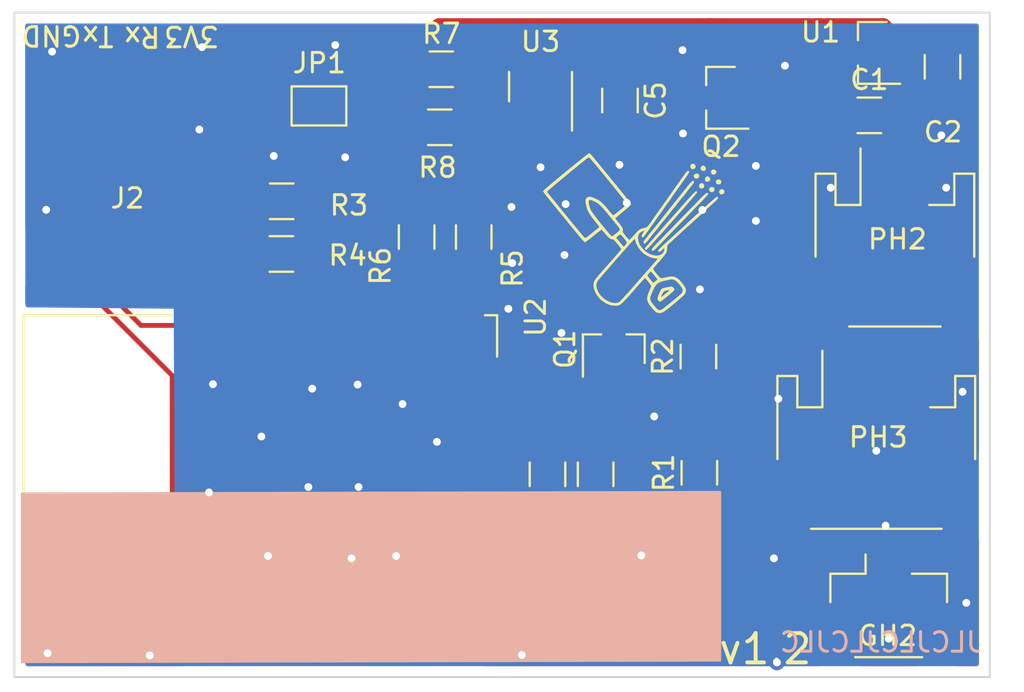
<source format=kicad_pcb>
(kicad_pcb (version 20171130) (host pcbnew "(5.1.9-0-10_14)")

  (general
    (thickness 1.6)
    (drawings 11)
    (tracks 297)
    (zones 0)
    (modules 25)
    (nets 18)
  )

  (page A4)
  (layers
    (0 F.Cu signal)
    (31 B.Cu signal)
    (32 B.Adhes user)
    (33 F.Adhes user)
    (34 B.Paste user)
    (35 F.Paste user)
    (36 B.SilkS user)
    (37 F.SilkS user)
    (38 B.Mask user)
    (39 F.Mask user)
    (40 Dwgs.User user)
    (41 Cmts.User user)
    (42 Eco1.User user)
    (43 Eco2.User user)
    (44 Edge.Cuts user)
    (45 Margin user)
    (46 B.CrtYd user)
    (47 F.CrtYd user)
    (48 B.Fab user)
    (49 F.Fab user)
  )

  (setup
    (last_trace_width 0.25)
    (user_trace_width 0.25)
    (user_trace_width 0.5)
    (user_trace_width 0.75)
    (user_trace_width 1)
    (user_trace_width 2)
    (trace_clearance 0.2)
    (zone_clearance 0.508)
    (zone_45_only no)
    (trace_min 0.127)
    (via_size 0.8)
    (via_drill 0.4)
    (via_min_size 0.45)
    (via_min_drill 0.3)
    (user_via 0.6 0.3)
    (user_via 0.8 0.4)
    (uvia_size 0.3)
    (uvia_drill 0.1)
    (uvias_allowed no)
    (uvia_min_size 0.2)
    (uvia_min_drill 0.1)
    (edge_width 0.1)
    (segment_width 0.2)
    (pcb_text_width 0.3)
    (pcb_text_size 1.5 1.5)
    (mod_edge_width 0.153)
    (mod_text_size 1 1)
    (mod_text_width 0.153)
    (pad_size 1.2 1.75)
    (pad_drill 0.75)
    (pad_to_mask_clearance 0)
    (aux_axis_origin 0 0)
    (grid_origin 0 34)
    (visible_elements FFFFE77F)
    (pcbplotparams
      (layerselection 0x010f8_ffffffff)
      (usegerberextensions false)
      (usegerberattributes false)
      (usegerberadvancedattributes false)
      (creategerberjobfile false)
      (excludeedgelayer true)
      (linewidth 0.100000)
      (plotframeref false)
      (viasonmask false)
      (mode 1)
      (useauxorigin false)
      (hpglpennumber 1)
      (hpglpenspeed 20)
      (hpglpendiameter 15.000000)
      (psnegative false)
      (psa4output false)
      (plotreference true)
      (plotvalue false)
      (plotinvisibletext false)
      (padsonsilk true)
      (subtractmaskfromsilk false)
      (outputformat 1)
      (mirror false)
      (drillshape 0)
      (scaleselection 1)
      (outputdirectory "gerber/"))
  )

  (net 0 "")
  (net 1 GND)
  (net 2 "Net-(JP1-Pad1)")
  (net 3 "Net-(R1-Pad2)")
  (net 4 "Net-(R3-Pad2)")
  (net 5 "Net-(U2-Pad1)")
  (net 6 "Net-(R5-Pad2)")
  (net 7 +3V3)
  (net 8 +BATT)
  (net 9 /Rx)
  (net 10 "Net-(C5-Pad1)")
  (net 11 "Net-(Q1-Pad3)")
  (net 12 "Net-(Q1-Pad1)")
  (net 13 "Net-(Q2-Pad1)")
  (net 14 "Net-(R6-Pad1)")
  (net 15 "Net-(R7-Pad2)")
  (net 16 "Net-(R8-Pad2)")
  (net 17 "Net-(J2-Pad2)")

  (net_class Default "This is the default net class."
    (clearance 0.2)
    (trace_width 0.25)
    (via_dia 0.8)
    (via_drill 0.4)
    (uvia_dia 0.3)
    (uvia_drill 0.1)
    (add_net /Rx)
    (add_net "Net-(C5-Pad1)")
    (add_net "Net-(J2-Pad2)")
    (add_net "Net-(JP1-Pad1)")
    (add_net "Net-(Q1-Pad1)")
    (add_net "Net-(Q1-Pad3)")
    (add_net "Net-(Q2-Pad1)")
    (add_net "Net-(R1-Pad2)")
    (add_net "Net-(R3-Pad2)")
    (add_net "Net-(R5-Pad2)")
    (add_net "Net-(R6-Pad1)")
    (add_net "Net-(R7-Pad2)")
    (add_net "Net-(R8-Pad2)")
    (add_net "Net-(U2-Pad1)")
  )

  (net_class Power ""
    (clearance 0.2)
    (trace_width 0.75)
    (via_dia 0.8)
    (via_drill 0.4)
    (uvia_dia 0.3)
    (uvia_drill 0.1)
    (add_net +3V3)
    (add_net +BATT)
    (add_net GND)
  )

  (module kicad-custom:open-hardware (layer F.Cu) (tedit 0) (tstamp 6033F8F5)
    (at 45.86732 43.79424)
    (fp_text reference G*** (at 0 0) (layer F.SilkS) hide
      (effects (font (size 1.524 1.524) (thickness 0.3)))
    )
    (fp_text value LOGO (at 0.75 0) (layer F.SilkS) hide
      (effects (font (size 1.524 1.524) (thickness 0.3)))
    )
    (fp_poly (pts (xy 0.053123 -2.703696) (xy 0.131059 -2.703076) (xy 0.204769 -2.701946) (xy 0.271551 -2.700307)
      (xy 0.328703 -2.698163) (xy 0.373524 -2.695518) (xy 0.403312 -2.692373) (xy 0.415241 -2.688909)
      (xy 0.41955 -2.676168) (xy 0.426996 -2.645673) (xy 0.437115 -2.599668) (xy 0.449442 -2.540397)
      (xy 0.463512 -2.470103) (xy 0.478863 -2.391032) (xy 0.495028 -2.305427) (xy 0.498813 -2.285049)
      (xy 0.519804 -2.173146) (xy 0.537797 -2.08049) (xy 0.552972 -2.006259) (xy 0.565509 -1.94963)
      (xy 0.575588 -1.90978) (xy 0.583389 -1.885887) (xy 0.587787 -1.878008) (xy 0.600882 -1.870309)
      (xy 0.629891 -1.856377) (xy 0.67183 -1.837453) (xy 0.723719 -1.814779) (xy 0.782574 -1.789594)
      (xy 0.845414 -1.76314) (xy 0.909256 -1.736658) (xy 0.971119 -1.711388) (xy 1.02802 -1.688572)
      (xy 1.076978 -1.669449) (xy 1.115009 -1.655261) (xy 1.139133 -1.647249) (xy 1.145577 -1.64592)
      (xy 1.156775 -1.651496) (xy 1.182816 -1.667405) (xy 1.221832 -1.692417) (xy 1.271955 -1.725305)
      (xy 1.331318 -1.764838) (xy 1.398053 -1.809789) (xy 1.470292 -1.858929) (xy 1.494107 -1.875229)
      (xy 1.590046 -1.940602) (xy 1.670062 -1.99427) (xy 1.734629 -2.036533) (xy 1.784218 -2.06769)
      (xy 1.819304 -2.088042) (xy 1.840357 -2.097887) (xy 1.846687 -2.098813) (xy 1.858517 -2.090259)
      (xy 1.882301 -2.069183) (xy 1.916147 -2.037492) (xy 1.958159 -1.997095) (xy 2.006446 -1.949897)
      (xy 2.059112 -1.897808) (xy 2.114265 -1.842734) (xy 2.17001 -1.786582) (xy 2.224455 -1.73126)
      (xy 2.275705 -1.678675) (xy 2.321867 -1.630735) (xy 2.361048 -1.589348) (xy 2.391353 -1.55642)
      (xy 2.41089 -1.533858) (xy 2.417764 -1.523575) (xy 2.412105 -1.512156) (xy 2.39611 -1.485949)
      (xy 2.371029 -1.446854) (xy 2.338117 -1.396775) (xy 2.298624 -1.337613) (xy 2.253804 -1.27127)
      (xy 2.204908 -1.199649) (xy 2.194244 -1.184122) (xy 2.144632 -1.111524) (xy 2.098852 -1.043688)
      (xy 2.058157 -0.982532) (xy 2.0238 -0.929978) (xy 1.997033 -0.887946) (xy 1.97911 -0.858356)
      (xy 1.971283 -0.84313) (xy 1.97104 -0.841954) (xy 1.974996 -0.827733) (xy 1.986035 -0.797875)
      (xy 2.002911 -0.755277) (xy 2.024379 -0.702838) (xy 2.049194 -0.643455) (xy 2.076111 -0.580027)
      (xy 2.103884 -0.515451) (xy 2.131269 -0.452625) (xy 2.157019 -0.394447) (xy 2.17989 -0.343815)
      (xy 2.198637 -0.303627) (xy 2.212013 -0.276781) (xy 2.21829 -0.266556) (xy 2.231317 -0.261496)
      (xy 2.262308 -0.253339) (xy 2.309213 -0.242524) (xy 2.369985 -0.22949) (xy 2.442578 -0.214678)
      (xy 2.524943 -0.198526) (xy 2.611145 -0.182199) (xy 2.696668 -0.166038) (xy 2.776158 -0.150587)
      (xy 2.847335 -0.136321) (xy 2.907921 -0.123715) (xy 2.955637 -0.113245) (xy 2.988205 -0.105385)
      (xy 3.003345 -0.100612) (xy 3.003904 -0.100252) (xy 3.007515 -0.087344) (xy 3.01063 -0.056823)
      (xy 3.013247 -0.011391) (xy 3.015362 0.04625) (xy 3.016972 0.113399) (xy 3.018075 0.187355)
      (xy 3.018666 0.265416) (xy 3.018744 0.34488) (xy 3.018305 0.423046) (xy 3.017346 0.497213)
      (xy 3.015864 0.564679) (xy 3.013857 0.622742) (xy 3.01132 0.668701) (xy 3.008251 0.699854)
      (xy 3.00482 0.713302) (xy 2.994138 0.719238) (xy 2.969396 0.727041) (xy 2.929558 0.736939)
      (xy 2.873591 0.749159) (xy 2.800461 0.763929) (xy 2.709132 0.781478) (xy 2.62128 0.797854)
      (xy 2.536792 0.813628) (xy 2.458427 0.828621) (xy 2.388478 0.842366) (xy 2.329238 0.854398)
      (xy 2.283002 0.864251) (xy 2.252061 0.871457) (xy 2.238709 0.875552) (xy 2.238542 0.875668)
      (xy 2.231921 0.887174) (xy 2.219114 0.914842) (xy 2.201246 0.955875) (xy 2.179444 1.007476)
      (xy 2.154834 1.066848) (xy 2.128542 1.131194) (xy 2.101694 1.197718) (xy 2.075416 1.263623)
      (xy 2.050834 1.326112) (xy 2.029074 1.382387) (xy 2.011262 1.429652) (xy 1.998524 1.465111)
      (xy 1.991986 1.485966) (xy 1.99136 1.489621) (xy 1.996938 1.501511) (xy 2.012811 1.52811)
      (xy 2.037689 1.567434) (xy 2.070281 1.617499) (xy 2.109294 1.676321) (xy 2.153438 1.741917)
      (xy 2.200415 1.810835) (xy 2.248519 1.881152) (xy 2.293035 1.946566) (xy 2.332635 2.005096)
      (xy 2.365988 2.054764) (xy 2.391766 2.093589) (xy 2.408639 2.119593) (xy 2.415247 2.130712)
      (xy 2.409754 2.14146) (xy 2.39141 2.164336) (xy 2.362087 2.197467) (xy 2.323659 2.238976)
      (xy 2.277997 2.28699) (xy 2.226974 2.339632) (xy 2.172463 2.395028) (xy 2.116337 2.451303)
      (xy 2.060468 2.506583) (xy 2.006729 2.558992) (xy 1.956994 2.606654) (xy 1.913133 2.647697)
      (xy 1.877021 2.680243) (xy 1.85053 2.70242) (xy 1.835532 2.71235) (xy 1.833948 2.712705)
      (xy 1.820219 2.707111) (xy 1.792401 2.69139) (xy 1.753013 2.667126) (xy 1.704574 2.6359)
      (xy 1.649603 2.599296) (xy 1.60528 2.569042) (xy 1.540983 2.524787) (xy 1.475912 2.480165)
      (xy 1.413963 2.437831) (xy 1.359028 2.400447) (xy 1.315004 2.37067) (xy 1.298631 2.359686)
      (xy 1.200263 2.293981) (xy 1.047543 2.37381) (xy 0.99108 2.403061) (xy 0.949749 2.423628)
      (xy 0.92084 2.436555) (xy 0.901644 2.442885) (xy 0.889452 2.443663) (xy 0.881556 2.439932)
      (xy 0.879918 2.4384) (xy 0.87331 2.426305) (xy 0.859863 2.397264) (xy 0.840356 2.353159)
      (xy 0.815567 2.29587) (xy 0.786272 2.227279) (xy 0.753251 2.149267) (xy 0.717281 2.063714)
      (xy 0.67914 1.972503) (xy 0.639606 1.877513) (xy 0.599457 1.780627) (xy 0.559471 1.683725)
      (xy 0.520426 1.588688) (xy 0.483099 1.497397) (xy 0.44827 1.411734) (xy 0.416714 1.33358)
      (xy 0.389212 1.264816) (xy 0.36654 1.207322) (xy 0.349476 1.16298) (xy 0.338799 1.133671)
      (xy 0.33528 1.12143) (xy 0.341562 1.106577) (xy 0.36163 1.086871) (xy 0.397313 1.06067)
      (xy 0.4191 1.046228) (xy 0.460208 1.01676) (xy 0.508789 0.97763) (xy 0.558542 0.934117)
      (xy 0.599971 0.894711) (xy 0.642591 0.851063) (xy 0.674258 0.815411) (xy 0.699099 0.782125)
      (xy 0.721238 0.745577) (xy 0.7448 0.700139) (xy 0.749365 0.69088) (xy 0.783181 0.618397)
      (xy 0.807296 0.556281) (xy 0.82325 0.49797) (xy 0.832582 0.436905) (xy 0.836834 0.366522)
      (xy 0.837595 0.31496) (xy 0.837173 0.252318) (xy 0.834982 0.204016) (xy 0.830401 0.164103)
      (xy 0.822806 0.126631) (xy 0.81475 0.09652) (xy 0.768961 -0.027739) (xy 0.706639 -0.141267)
      (xy 0.629099 -0.242775) (xy 0.53765 -0.330976) (xy 0.433607 -0.404581) (xy 0.318279 -0.462301)
      (xy 0.20828 -0.49899) (xy 0.127213 -0.514018) (xy 0.035719 -0.520791) (xy -0.058269 -0.519315)
      (xy -0.146817 -0.509595) (xy -0.19812 -0.498746) (xy -0.318137 -0.457153) (xy -0.428565 -0.399407)
      (xy -0.52819 -0.327273) (xy -0.615795 -0.242513) (xy -0.690164 -0.146895) (xy -0.750081 -0.042181)
      (xy -0.794329 0.069863) (xy -0.821692 0.187473) (xy -0.830955 0.308883) (xy -0.824232 0.409724)
      (xy -0.798939 0.536682) (xy -0.757671 0.653021) (xy -0.699635 0.759995) (xy -0.62404 0.858857)
      (xy -0.530095 0.95086) (xy -0.43688 1.023435) (xy -0.396057 1.052907) (xy -0.361284 1.079068)
      (xy -0.335977 1.099272) (xy -0.323551 1.110875) (xy -0.323084 1.11157) (xy -0.321712 1.114139)
      (xy -0.320919 1.117356) (xy -0.321192 1.122446) (xy -0.323015 1.130633) (xy -0.326874 1.143141)
      (xy -0.333254 1.161197) (xy -0.34264 1.186023) (xy -0.355517 1.218845) (xy -0.372372 1.260888)
      (xy -0.393689 1.313376) (xy -0.419954 1.377533) (xy -0.451652 1.454585) (xy -0.489268 1.545755)
      (xy -0.533288 1.652269) (xy -0.584197 1.775351) (xy -0.630481 1.887224) (xy -0.685746 2.020238)
      (xy -0.733761 2.134588) (xy -0.774648 2.23055) (xy -0.808528 2.308398) (xy -0.835521 2.368404)
      (xy -0.855748 2.410844) (xy -0.869329 2.435991) (xy -0.875951 2.444058) (xy -0.891805 2.44146)
      (xy -0.922594 2.429498) (xy -0.965831 2.409269) (xy -1.019032 2.381868) (xy -1.028351 2.376865)
      (xy -1.077175 2.351252) (xy -1.12112 2.329564) (xy -1.156461 2.313538) (xy -1.179476 2.304908)
      (xy -1.184835 2.303901) (xy -1.197975 2.309472) (xy -1.225724 2.325367) (xy -1.26603 2.350273)
      (xy -1.316845 2.382876) (xy -1.376117 2.421865) (xy -1.441798 2.465926) (xy -1.503848 2.50825)
      (xy -1.573499 2.555717) (xy -1.638556 2.599285) (xy -1.696972 2.637639) (xy -1.746697 2.669466)
      (xy -1.785682 2.693453) (xy -1.811876 2.708284) (xy -1.822763 2.71272) (xy -1.83597 2.705862)
      (xy -1.861879 2.685158) (xy -1.900706 2.650409) (xy -1.952662 2.601418) (xy -2.01796 2.537987)
      (xy -2.096814 2.459919) (xy -2.12097 2.435791) (xy -2.202945 2.353216) (xy -2.270757 2.283698)
      (xy -2.324265 2.227388) (xy -2.363331 2.184437) (xy -2.387814 2.154995) (xy -2.397574 2.139212)
      (xy -2.39776 2.137977) (xy -2.39217 2.125024) (xy -2.376263 2.097421) (xy -2.351338 2.05719)
      (xy -2.318694 2.006353) (xy -2.279628 1.946934) (xy -2.235439 1.880955) (xy -2.18948 1.813436)
      (xy -2.141599 1.743071) (xy -2.097596 1.677329) (xy -2.05877 1.618234) (xy -2.026417 1.567807)
      (xy -2.001838 1.528071) (xy -1.98633 1.501047) (xy -1.981181 1.48895) (xy -1.98493 1.473336)
      (xy -1.995415 1.441927) (xy -2.011478 1.39762) (xy -2.03196 1.343312) (xy -2.055701 1.2819)
      (xy -2.081542 1.216281) (xy -2.108323 1.149351) (xy -2.134887 1.084006) (xy -2.160072 1.023144)
      (xy -2.182721 0.969661) (xy -2.201674 0.926455) (xy -2.215771 0.89642) (xy -2.223854 0.882456)
      (xy -2.223918 0.88239) (xy -2.236696 0.875852) (xy -2.264697 0.867317) (xy -2.308838 0.856581)
      (xy -2.370038 0.84344) (xy -2.449212 0.82769) (xy -2.547278 0.809126) (xy -2.58064 0.802956)
      (xy -2.682167 0.78425) (xy -2.765538 0.768783) (xy -2.832583 0.756099) (xy -2.885129 0.745743)
      (xy -2.925003 0.737262) (xy -2.954033 0.730201) (xy -2.974046 0.724105) (xy -2.986869 0.71852)
      (xy -2.994331 0.712992) (xy -2.998259 0.707065) (xy -3.000479 0.700286) (xy -3.000977 0.698421)
      (xy -3.002372 0.683314) (xy -3.003662 0.650305) (xy -3.004809 0.601812) (xy -3.005777 0.540254)
      (xy -3.006526 0.468049) (xy -3.00702 0.387616) (xy -3.007221 0.301371) (xy -3.007222 0.299121)
      (xy -3.007089 0.194835) (xy -3.006572 0.109324) (xy -3.005623 0.041049) (xy -3.004191 -0.011531)
      (xy -3.002229 -0.049957) (xy -2.999687 -0.07577) (xy -2.996515 -0.090511) (xy -2.99466 -0.094234)
      (xy -2.9855 -0.099938) (xy -2.964815 -0.107055) (xy -2.931265 -0.115883) (xy -2.883506 -0.126721)
      (xy -2.820199 -0.139868) (xy -2.74 -0.155622) (xy -2.641569 -0.174282) (xy -2.602146 -0.181632)
      (xy -2.498614 -0.201056) (xy -2.413552 -0.217469) (xy -2.345392 -0.231222) (xy -2.292563 -0.242668)
      (xy -2.253497 -0.252158) (xy -2.226625 -0.260046) (xy -2.210377 -0.266682) (xy -2.204381 -0.270878)
      (xy -2.195322 -0.285482) (xy -2.180012 -0.315846) (xy -2.159719 -0.359005) (xy -2.13571 -0.411992)
      (xy -2.109256 -0.47184) (xy -2.081623 -0.535585) (xy -2.054079 -0.600259) (xy -2.027894 -0.662896)
      (xy -2.004335 -0.720531) (xy -1.98467 -0.770196) (xy -1.970169 -0.808927) (xy -1.962098 -0.833757)
      (xy -1.96086 -0.840424) (xy -1.966503 -0.853913) (xy -1.982627 -0.882169) (xy -2.008037 -0.923332)
      (xy -2.041539 -0.975537) (xy -2.081938 -1.036922) (xy -2.12804 -1.105624) (xy -2.175846 -1.175704)
      (xy -2.224744 -1.247283) (xy -2.269999 -1.314375) (xy -2.310296 -1.374968) (xy -2.34432 -1.427046)
      (xy -2.370755 -1.468596) (xy -2.388286 -1.497603) (xy -2.395599 -1.512054) (xy -2.395677 -1.512382)
      (xy -2.395123 -1.520329) (xy -2.389905 -1.531604) (xy -2.378797 -1.547561) (xy -2.36057 -1.569556)
      (xy -2.333999 -1.598947) (xy -2.297855 -1.637087) (xy -2.250913 -1.685334) (xy -2.191945 -1.745043)
      (xy -2.119724 -1.817569) (xy -2.117212 -1.820085) (xy -2.040887 -1.896029) (xy -1.974532 -1.961028)
      (xy -1.918867 -2.014406) (xy -1.874616 -2.055486) (xy -1.842501 -2.083594) (xy -1.823244 -2.098051)
      (xy -1.818217 -2.099908) (xy -1.806545 -2.093422) (xy -1.780115 -2.07666) (xy -1.740872 -2.050921)
      (xy -1.690762 -2.017503) (xy -1.631727 -1.977702) (xy -1.565714 -1.932817) (xy -1.494667 -1.884146)
      (xy -1.488017 -1.879572) (xy -1.416126 -1.830319) (xy -1.348663 -1.784496) (xy -1.287648 -1.743445)
      (xy -1.235105 -1.70851) (xy -1.193054 -1.681036) (xy -1.163519 -1.662365) (xy -1.14852 -1.653842)
      (xy -1.14808 -1.653665) (xy -1.137727 -1.651911) (xy -1.122337 -1.653525) (xy -1.099793 -1.659233)
      (xy -1.067981 -1.669759) (xy -1.024783 -1.685826) (xy -0.968082 -1.708159) (xy -0.895763 -1.737483)
      (xy -0.85852 -1.752758) (xy -0.789469 -1.781143) (xy -0.726258 -1.807122) (xy -0.671414 -1.829656)
      (xy -0.627462 -1.847708) (xy -0.596928 -1.860239) (xy -0.582339 -1.866214) (xy -0.581753 -1.866452)
      (xy -0.576661 -1.869671) (xy -0.571742 -1.876211) (xy -0.566601 -1.887835) (xy -0.560839 -1.906303)
      (xy -0.554061 -1.933376) (xy -0.54587 -1.970816) (xy -0.535869 -2.020383) (xy -0.52366 -2.08384)
      (xy -0.508848 -2.162947) (xy -0.491035 -2.259465) (xy -0.481503 -2.3114) (xy -0.461794 -2.417454)
      (xy -0.445018 -2.504474) (xy -0.430945 -2.5735) (xy -0.419348 -2.625572) (xy -0.409998 -2.661729)
      (xy -0.402666 -2.68301) (xy -0.398322 -2.68986) (xy -0.383834 -2.693446) (xy -0.351958 -2.696495)
      (xy -0.305398 -2.69901) (xy -0.246854 -2.700995) (xy -0.179029 -2.702453) (xy -0.104623 -2.703387)
      (xy -0.026339 -2.7038) (xy 0.053123 -2.703696)) (layer F.SilkS) (width 0.01))
  )

  (module kicad-custom:ganthorpe-fibre (layer F.Cu) (tedit 0) (tstamp 6033F881)
    (at 45.62856 24.88648)
    (fp_text reference G*** (at 0 0) (layer F.SilkS) hide
      (effects (font (size 1.524 1.524) (thickness 0.3)))
    )
    (fp_text value LOGO (at 0.75 0) (layer F.SilkS) hide
      (effects (font (size 1.524 1.524) (thickness 0.3)))
    )
    (fp_poly (pts (xy -2.59975 -3.960162) (xy -2.574896 -3.941236) (xy -2.539996 -3.906499) (xy -2.49115 -3.851819)
      (xy -2.42446 -3.773066) (xy -2.336029 -3.66611) (xy -2.238569 -3.54714) (xy -2.164555 -3.456748)
      (xy -2.091346 -3.367559) (xy -2.030397 -3.293522) (xy -2.008909 -3.26752) (xy -1.965074 -3.214287)
      (xy -1.899788 -3.134618) (xy -1.820736 -3.037908) (xy -1.735604 -2.933553) (xy -1.704505 -2.89538)
      (xy -1.633499 -2.808259) (xy -1.538943 -2.692357) (xy -1.426527 -2.554641) (xy -1.301938 -2.402077)
      (xy -1.170865 -2.241631) (xy -1.038998 -2.080271) (xy -0.982915 -2.011665) (xy -0.865064 -1.866353)
      (xy -0.757163 -1.731081) (xy -0.662611 -1.610283) (xy -0.584804 -1.508391) (xy -0.527139 -1.429837)
      (xy -0.493013 -1.379054) (xy -0.484909 -1.361837) (xy -0.502731 -1.333777) (xy -0.554021 -1.280721)
      (xy -0.635514 -1.205665) (xy -0.743946 -1.111605) (xy -0.876055 -1.001536) (xy -0.889 -0.990942)
      (xy -1.005185 -0.895173) (xy -1.108307 -0.808596) (xy -1.193291 -0.7356) (xy -1.255061 -0.680579)
      (xy -1.288543 -0.647922) (xy -1.293091 -0.641298) (xy -1.279157 -0.616905) (xy -1.241228 -0.564895)
      (xy -1.185113 -0.492927) (xy -1.117298 -0.409483) (xy -1.027819 -0.298781) (xy -0.965907 -0.214293)
      (xy -0.927652 -0.148438) (xy -0.909145 -0.093635) (xy -0.906478 -0.042303) (xy -0.910977 -0.009363)
      (xy -0.913847 0.026289) (xy -0.905038 0.062692) (xy -0.879869 0.108314) (xy -0.833655 0.171623)
      (xy -0.761715 0.261088) (xy -0.760807 0.262195) (xy -0.692776 0.342336) (xy -0.63339 0.407077)
      (xy -0.58964 0.449118) (xy -0.569889 0.461554) (xy -0.545813 0.445046) (xy -0.497325 0.399692)
      (xy -0.430364 0.331454) (xy -0.350866 0.246295) (xy -0.304312 0.194812) (xy -0.205863 0.086124)
      (xy -0.128936 0.006714) (xy -0.065053 -0.049251) (xy -0.005738 -0.087606) (xy 0.057487 -0.114183)
      (xy 0.1331 -0.134816) (xy 0.193917 -0.148012) (xy 0.253473 -0.162562) (xy 0.302919 -0.182505)
      (xy 0.348591 -0.213814) (xy 0.396823 -0.262462) (xy 0.45395 -0.334424) (xy 0.526309 -0.435672)
      (xy 0.577273 -0.50947) (xy 0.63372 -0.590815) (xy 0.701776 -0.687664) (xy 0.762 -0.772449)
      (xy 0.819119 -0.852509) (xy 0.893972 -0.957725) (xy 0.981183 -1.080512) (xy 1.075375 -1.213282)
      (xy 1.171173 -1.348448) (xy 1.263199 -1.478424) (xy 1.346078 -1.595622) (xy 1.414433 -1.692457)
      (xy 1.462888 -1.761341) (xy 1.472057 -1.774443) (xy 1.528768 -1.855562) (xy 1.594118 -1.948928)
      (xy 1.633694 -2.005414) (xy 1.690407 -2.086814) (xy 1.746199 -2.167686) (xy 1.778 -2.214313)
      (xy 1.829819 -2.287659) (xy 1.889506 -2.367676) (xy 1.907609 -2.39099) (xy 1.959433 -2.461046)
      (xy 2.005101 -2.529718) (xy 2.018008 -2.551546) (xy 2.05585 -2.611966) (xy 2.107115 -2.684848)
      (xy 2.130853 -2.716206) (xy 2.18528 -2.787968) (xy 2.249878 -2.875831) (xy 2.29747 -2.942202)
      (xy 2.356573 -3.018499) (xy 2.401457 -3.058055) (xy 2.435779 -3.066178) (xy 2.459258 -3.062485)
      (xy 2.477154 -3.05678) (xy 2.487653 -3.046032) (xy 2.488943 -3.027206) (xy 2.479209 -2.997268)
      (xy 2.456639 -2.953187) (xy 2.41942 -2.891928) (xy 2.365739 -2.810458) (xy 2.293781 -2.705743)
      (xy 2.201735 -2.574752) (xy 2.087787 -2.414449) (xy 1.950123 -2.221801) (xy 1.834353 -2.060038)
      (xy 1.751098 -1.943118) (xy 1.674215 -1.834039) (xy 1.608966 -1.740352) (xy 1.560614 -1.669609)
      (xy 1.535545 -1.63123) (xy 1.48783 -1.558591) (xy 1.436983 -1.488888) (xy 1.436078 -1.487738)
      (xy 1.356907 -1.383751) (xy 1.269467 -1.263525) (xy 1.19024 -1.149809) (xy 1.177636 -1.131057)
      (xy 1.140679 -1.076619) (xy 1.088219 -1.001004) (xy 1.017461 -0.900235) (xy 0.925613 -0.770334)
      (xy 0.809878 -0.607324) (xy 0.796636 -0.5887) (xy 0.742554 -0.512086) (xy 0.680275 -0.423067)
      (xy 0.646545 -0.374508) (xy 0.561919 -0.253205) (xy 0.474844 -0.130117) (xy 0.389773 -0.011355)
      (xy 0.311156 0.096969) (xy 0.243446 0.188744) (xy 0.191093 0.257858) (xy 0.158548 0.298199)
      (xy 0.151196 0.305601) (xy 0.103333 0.327226) (xy 0.075925 0.315087) (xy 0.068164 0.276416)
      (xy 0.079241 0.218445) (xy 0.108348 0.148405) (xy 0.154677 0.073527) (xy 0.180855 0.040267)
      (xy 0.205012 0.001025) (xy 0.192432 -0.013935) (xy 0.145896 -0.004229) (xy 0.077189 0.025959)
      (xy -0.027917 0.093587) (xy -0.094017 0.175713) (xy -0.12804 0.282083) (xy -0.133195 0.321891)
      (xy -0.130639 0.408613) (xy -0.112236 0.513377) (xy -0.082603 0.618712) (xy -0.046358 0.707143)
      (xy -0.02049 0.748458) (xy 0.004197 0.779007) (xy 0.047476 0.832795) (xy 0.089747 0.885431)
      (xy 0.221003 1.022187) (xy 0.369912 1.131578) (xy 0.529133 1.210848) (xy 0.691325 1.257245)
      (xy 0.849146 1.268016) (xy 0.995255 1.240408) (xy 1.01583 1.232737) (xy 1.100465 1.181517)
      (xy 1.167748 1.10842) (xy 1.210568 1.025132) (xy 1.221816 0.943339) (xy 1.213716 0.907525)
      (xy 1.200199 0.89047) (xy 1.176508 0.899317) (xy 1.135018 0.938307) (xy 1.109984 0.965201)
      (xy 1.040506 1.027928) (xy 0.978253 1.059654) (xy 0.930574 1.05754) (xy 0.913379 1.041175)
      (xy 0.907597 1.02353) (xy 0.912613 1.000882) (xy 0.931715 0.969708) (xy 0.968189 0.926481)
      (xy 1.025322 0.867678) (xy 1.106401 0.789773) (xy 1.214712 0.689241) (xy 1.353543 0.562557)
      (xy 1.393368 0.52642) (xy 1.566965 0.368931) (xy 1.711698 0.237406) (xy 1.832995 0.126877)
      (xy 1.936282 0.032375) (xy 2.026988 -0.051066) (xy 2.11054 -0.128417) (xy 2.192365 -0.204645)
      (xy 2.208115 -0.219364) (xy 2.43217 -0.428107) (xy 2.650103 -0.629695) (xy 2.859341 -0.821836)
      (xy 3.057307 -1.002234) (xy 3.241428 -1.168596) (xy 3.40913 -1.318626) (xy 3.557837 -1.45003)
      (xy 3.684975 -1.560514) (xy 3.787969 -1.647784) (xy 3.864246 -1.709546) (xy 3.91123 -1.743504)
      (xy 3.925145 -1.749542) (xy 3.956835 -1.724044) (xy 3.966707 -1.696946) (xy 3.95623 -1.660884)
      (xy 3.914807 -1.606726) (xy 3.839608 -1.531066) (xy 3.794292 -1.489364) (xy 3.513224 -1.232914)
      (xy 3.267885 -1.004455) (xy 3.190989 -0.932296) (xy 3.106546 -0.853153) (xy 3.068366 -0.817407)
      (xy 3.0286 -0.780719) (xy 2.95902 -0.717102) (xy 2.864069 -0.630596) (xy 2.748192 -0.525239)
      (xy 2.615832 -0.405072) (xy 2.471434 -0.274136) (xy 2.319441 -0.13647) (xy 2.297545 -0.116651)
      (xy 2.146913 0.019907) (xy 2.0051 0.148896) (xy 1.87622 0.266544) (xy 1.76439 0.369074)
      (xy 1.673723 0.452713) (xy 1.608336 0.513685) (xy 1.572343 0.548217) (xy 1.569166 0.551478)
      (xy 1.507914 0.609074) (xy 1.439793 0.663808) (xy 1.436393 0.666249) (xy 1.395317 0.699049)
      (xy 1.372968 0.732956) (xy 1.363504 0.78314) (xy 1.361108 0.861709) (xy 1.35368 0.958184)
      (xy 1.335949 1.052958) (xy 1.320699 1.101822) (xy 1.290594 1.154355) (xy 1.232772 1.234637)
      (xy 1.151553 1.33716) (xy 1.051258 1.456411) (xy 0.969818 1.54936) (xy 0.874239 1.657194)
      (xy 0.78882 1.754452) (xy 0.718486 1.835456) (xy 0.668161 1.894526) (xy 0.642769 1.925983)
      (xy 0.641145 1.928411) (xy 0.648178 1.958879) (xy 0.684363 2.019296) (xy 0.747243 2.105941)
      (xy 0.814327 2.190673) (xy 0.896609 2.291002) (xy 0.959292 2.360012) (xy 1.012737 2.401532)
      (xy 1.0673 2.419391) (xy 1.133342 2.417417) (xy 1.22122 2.399439) (xy 1.315266 2.37584)
      (xy 1.488272 2.340838) (xy 1.632944 2.334053) (xy 1.758369 2.35852) (xy 1.873634 2.417274)
      (xy 1.987827 2.513349) (xy 2.100375 2.638065) (xy 2.209904 2.780549) (xy 2.282485 2.90194)
      (xy 2.319092 3.007504) (xy 2.320699 3.102508) (xy 2.288281 3.192217) (xy 2.222811 3.281897)
      (xy 2.220033 3.284989) (xy 2.178904 3.325295) (xy 2.107981 3.389243) (xy 2.013499 3.471588)
      (xy 1.901694 3.567081) (xy 1.7788 3.670476) (xy 1.651052 3.776525) (xy 1.524687 3.879982)
      (xy 1.405938 3.975598) (xy 1.304636 4.055341) (xy 1.165374 4.147425) (xy 1.03964 4.196397)
      (xy 0.925309 4.202596) (xy 0.820261 4.166359) (xy 0.779027 4.139045) (xy 0.710175 4.077126)
      (xy 0.628641 3.989578) (xy 0.544641 3.888971) (xy 0.468395 3.787876) (xy 0.410121 3.698864)
      (xy 0.389568 3.659909) (xy 0.35347 3.550319) (xy 0.346192 3.440374) (xy 0.494115 3.440374)
      (xy 0.502461 3.524059) (xy 0.535478 3.606555) (xy 0.593424 3.697482) (xy 0.632288 3.749718)
      (xy 0.747773 3.891457) (xy 0.844765 3.990964) (xy 0.923327 4.048296) (xy 0.976394 4.063914)
      (xy 1.030107 4.05201) (xy 1.09425 4.022984) (xy 1.102416 4.018178) (xy 1.147373 3.986784)
      (xy 1.220939 3.930893) (xy 1.316513 3.855892) (xy 1.427497 3.767168) (xy 1.547291 3.670109)
      (xy 1.669296 3.570102) (xy 1.786911 3.472537) (xy 1.893538 3.382799) (xy 1.982577 3.306278)
      (xy 2.047428 3.24836) (xy 2.060864 3.235721) (xy 2.125649 3.165134) (xy 2.162368 3.099352)
      (xy 2.169807 3.031787) (xy 2.146751 2.95585) (xy 2.091987 2.864952) (xy 2.004302 2.752505)
      (xy 1.962848 2.703625) (xy 1.874641 2.608681) (xy 1.798938 2.545658) (xy 1.72559 2.506233)
      (xy 1.719088 2.503684) (xy 1.673907 2.487344) (xy 1.634719 2.478041) (xy 1.591583 2.476354)
      (xy 1.53456 2.482863) (xy 1.453707 2.498148) (xy 1.339084 2.522789) (xy 1.320056 2.526957)
      (xy 1.153751 2.565661) (xy 1.024705 2.603917) (xy 0.924543 2.648361) (xy 0.84489 2.70563)
      (xy 0.777368 2.78236) (xy 0.713603 2.885189) (xy 0.645219 3.020751) (xy 0.614533 3.08598)
      (xy 0.550408 3.230955) (xy 0.510183 3.34588) (xy 0.494115 3.440374) (xy 0.346192 3.440374)
      (xy 0.345846 3.435157) (xy 0.367567 3.306159) (xy 0.419505 3.155064) (xy 0.450384 3.083372)
      (xy 0.492722 2.986629) (xy 0.526728 2.903485) (xy 0.548405 2.844064) (xy 0.554182 2.820531)
      (xy 0.540514 2.792506) (xy 0.504433 2.738717) (xy 0.453318 2.668684) (xy 0.394549 2.591928)
      (xy 0.335507 2.517969) (xy 0.283572 2.456329) (xy 0.246125 2.416528) (xy 0.233688 2.407094)
      (xy 0.213779 2.421282) (xy 0.16971 2.46429) (xy 0.10746 2.529947) (xy 0.03301 2.612081)
      (xy 0.011146 2.636788) (xy -0.192214 2.867894) (xy -0.367491 3.066917) (xy -0.517338 3.236242)
      (xy -0.644408 3.378257) (xy -0.751353 3.495345) (xy -0.840828 3.589893) (xy -0.915483 3.664287)
      (xy -0.977973 3.720913) (xy -1.03095 3.762155) (xy -1.077067 3.790401) (xy -1.118976 3.808035)
      (xy -1.159331 3.817443) (xy -1.200783 3.821011) (xy -1.245987 3.821125) (xy -1.297595 3.820171)
      (xy -1.304636 3.820095) (xy -1.494916 3.802835) (xy -1.665616 3.752487) (xy -1.708727 3.733564)
      (xy -1.882067 3.634138) (xy -2.036468 3.509993) (xy -2.168376 3.367138) (xy -2.274235 3.211586)
      (xy -2.350492 3.049346) (xy -2.39359 2.88643) (xy -2.395239 2.845712) (xy -2.260092 2.845712)
      (xy -2.226099 2.991772) (xy -2.15894 3.141284) (xy -2.060378 3.286873) (xy -2.053977 3.294747)
      (xy -1.926357 3.426308) (xy -1.781572 3.535066) (xy -1.627205 3.618018) (xy -1.470837 3.672164)
      (xy -1.32005 3.694502) (xy -1.182425 3.682031) (xy -1.123739 3.662997) (xy -1.088791 3.639414)
      (xy -1.032044 3.588295) (xy -0.95245 3.508505) (xy -0.848955 3.398906) (xy -0.720508 3.258361)
      (xy -0.566059 3.085735) (xy -0.384555 2.87989) (xy -0.174946 2.639688) (xy -0.138546 2.59778)
      (xy -0.08338 2.534528) (xy -0.003734 2.443609) (xy 0.094288 2.331956) (xy 0.142978 2.276574)
      (xy 0.346988 2.276574) (xy 0.360609 2.306078) (xy 0.39701 2.359367) (xy 0.448426 2.426971)
      (xy 0.507094 2.499418) (xy 0.565246 2.567238) (xy 0.615119 2.62096) (xy 0.648946 2.651112)
      (xy 0.656822 2.65447) (xy 0.686428 2.639686) (xy 0.737041 2.602624) (xy 0.778801 2.567695)
      (xy 0.876419 2.481905) (xy 0.712511 2.280043) (xy 0.645353 2.199397) (xy 0.587766 2.134071)
      (xy 0.546371 2.091334) (xy 0.528612 2.078182) (xy 0.500818 2.094508) (xy 0.457074 2.134917)
      (xy 0.40915 2.186553) (xy 0.368814 2.236561) (xy 0.347835 2.272084) (xy 0.346988 2.276574)
      (xy 0.142978 2.276574) (xy 0.204583 2.206503) (xy 0.321048 2.074185) (xy 0.437576 1.941937)
      (xy 0.548066 1.816693) (xy 0.646413 1.705386) (xy 0.726512 1.614953) (xy 0.734717 1.60571)
      (xy 0.797019 1.53371) (xy 0.84554 1.47414) (xy 0.873407 1.435614) (xy 0.877454 1.426755)
      (xy 0.85702 1.415131) (xy 0.806248 1.408886) (xy 0.789282 1.408545) (xy 0.639813 1.389528)
      (xy 0.478038 1.336259) (xy 0.314861 1.254414) (xy 0.161184 1.149665) (xy 0.027911 1.027689)
      (xy 0.002314 0.99899) (xy -0.100609 0.859857) (xy -0.185166 0.708436) (xy -0.242824 0.56084)
      (xy -0.255121 0.512834) (xy -0.276098 0.439544) (xy -0.298095 0.407565) (xy -0.307579 0.407413)
      (xy -0.329229 0.427464) (xy -0.377834 0.478826) (xy -0.450189 0.557839) (xy -0.543088 0.660842)
      (xy -0.653327 0.784174) (xy -0.777699 0.924173) (xy -0.913 1.077178) (xy -1.056023 1.239529)
      (xy -1.203564 1.407565) (xy -1.352417 1.577624) (xy -1.499378 1.746045) (xy -1.641239 1.909168)
      (xy -1.774797 2.063331) (xy -1.896845 2.204873) (xy -2.004179 2.330133) (xy -2.093592 2.435451)
      (xy -2.161881 2.517165) (xy -2.205838 2.571613) (xy -2.221532 2.593447) (xy -2.259157 2.710478)
      (xy -2.260092 2.845712) (xy -2.395239 2.845712) (xy -2.399975 2.728848) (xy -2.375025 2.606946)
      (xy -2.361767 2.573121) (xy -2.342485 2.536263) (xy -2.313881 2.492228) (xy -2.272661 2.43687)
      (xy -2.215527 2.366044) (xy -2.139184 2.275603) (xy -2.040336 2.161403) (xy -1.915686 2.019297)
      (xy -1.835346 1.928206) (xy -1.650707 1.719136) (xy -1.494314 1.541971) (xy -1.363893 1.393957)
      (xy -1.257167 1.272339) (xy -1.171863 1.174366) (xy -1.105704 1.097281) (xy -1.056416 1.038333)
      (xy -1.021723 0.994766) (xy -0.999351 0.963828) (xy -0.987024 0.942764) (xy -0.982467 0.928821)
      (xy -0.983405 0.919245) (xy -0.987563 0.911282) (xy -0.990766 0.905936) (xy -1.013504 0.87345)
      (xy -1.059459 0.813866) (xy -1.122127 0.735433) (xy -1.195007 0.646401) (xy -1.201109 0.639038)
      (xy -1.294539 0.530533) (xy -1.363308 0.460127) (xy -1.408008 0.427252) (xy -1.423298 0.425217)
      (xy -1.483195 0.426836) (xy -1.557653 0.390193) (xy -1.611865 0.344678) (xy -1.242587 0.344678)
      (xy -1.23327 0.370496) (xy -1.222363 0.384288) (xy -1.192953 0.419664) (xy -1.14225 0.481067)
      (xy -1.078241 0.558814) (xy -1.02987 0.617682) (xy -0.964339 0.69565) (xy -0.908889 0.758187)
      (xy -0.870283 0.797869) (xy -0.856236 0.808182) (xy -0.833079 0.791653) (xy -0.792915 0.749433)
      (xy -0.765865 0.717172) (xy -0.72344 0.658192) (xy -0.697048 0.609588) (xy -0.692727 0.593013)
      (xy -0.706685 0.562613) (xy -0.744511 0.505685) (xy -0.800136 0.430863) (xy -0.855946 0.360784)
      (xy -0.930003 0.271197) (xy -0.98315 0.2143) (xy -1.024422 0.187626) (xy -1.062857 0.188711)
      (xy -1.107491 0.215087) (xy -1.16736 0.264288) (xy -1.177636 0.272997) (xy -1.225776 0.316493)
      (xy -1.242587 0.344678) (xy -1.611865 0.344678) (xy -1.648179 0.31419) (xy -1.75628 0.197727)
      (xy -1.789602 0.158082) (xy -1.860681 0.074088) (xy -1.922878 0.00443) (xy -1.969538 -0.043696)
      (xy -1.99401 -0.063096) (xy -1.994138 -0.063124) (xy -2.018913 -0.050622) (xy -2.073588 -0.012612)
      (xy -2.152671 0.046742) (xy -2.250673 0.123279) (xy -2.362104 0.212835) (xy -2.412861 0.254376)
      (xy -2.529182 0.348732) (xy -2.635261 0.432216) (xy -2.725414 0.500559) (xy -2.793956 0.549494)
      (xy -2.8352 0.574751) (xy -2.842971 0.577273) (xy -2.8688 0.560116) (xy -2.918156 0.512366)
      (xy -2.985854 0.439603) (xy -3.066711 0.347407) (xy -3.155542 0.241358) (xy -3.159372 0.236682)
      (xy -3.270505 0.100869) (xy -3.393912 -0.049942) (xy -3.517891 -0.201453) (xy -3.630743 -0.339365)
      (xy -3.683708 -0.404091) (xy -3.788475 -0.532265) (xy -3.904646 -0.674625) (xy -4.019779 -0.81591)
      (xy -4.121434 -0.940861) (xy -4.144956 -0.969818) (xy -4.230147 -1.074525) (xy -4.335449 -1.203619)
      (xy -4.451641 -1.345815) (xy -4.569503 -1.489828) (xy -4.673239 -1.616364) (xy -4.765995 -1.730996)
      (xy -4.847897 -1.835286) (xy -4.914603 -1.923451) (xy -4.952734 -1.977014) (xy -4.77125 -1.977014)
      (xy -4.752222 -1.945372) (xy -4.731738 -1.9206) (xy -4.684755 -1.863234) (xy -4.613911 -1.776511)
      (xy -4.521844 -1.663667) (xy -4.411193 -1.527939) (xy -4.284596 -1.372561) (xy -4.144692 -1.200772)
      (xy -3.994117 -1.015806) (xy -3.835512 -0.8209) (xy -3.834557 -0.819727) (xy -3.640848 -0.581803)
      (xy -3.474033 -0.377349) (xy -3.332001 -0.203897) (xy -3.212641 -0.05898) (xy -3.113842 0.05987)
      (xy -3.033493 0.155118) (xy -2.969483 0.229233) (xy -2.9197 0.284682) (xy -2.882034 0.323932)
      (xy -2.854374 0.349451) (xy -2.834608 0.363706) (xy -2.820626 0.369163) (xy -2.817063 0.369454)
      (xy -2.791899 0.3557) (xy -2.739199 0.318369) (xy -2.666982 0.263365) (xy -2.593214 0.204674)
      (xy -2.492029 0.122712) (xy -2.385852 0.03679) (xy -2.290456 -0.040333) (xy -2.245591 -0.076561)
      (xy -2.178381 -0.132331) (xy -2.127854 -0.177182) (xy -2.102629 -0.203369) (xy -2.101273 -0.206278)
      (xy -2.115111 -0.227723) (xy -2.153422 -0.278703) (xy -2.211402 -0.353036) (xy -2.284245 -0.444543)
      (xy -2.344858 -0.519635) (xy -2.486203 -0.701668) (xy -2.595952 -0.862204) (xy -2.678328 -1.008893)
      (xy -2.737557 -1.149389) (xy -2.777863 -1.29134) (xy -2.782268 -1.311919) (xy -2.804617 -1.430168)
      (xy -2.813983 -1.512455) (xy -2.651916 -1.512455) (xy -2.649503 -1.417714) (xy -2.626729 -1.29787)
      (xy -2.587116 -1.167343) (xy -2.53903 -1.050636) (xy -2.509974 -1.001624) (xy -2.457608 -0.925746)
      (xy -2.385928 -0.827956) (xy -2.298934 -0.713212) (xy -2.200623 -0.586467) (xy -2.094994 -0.452678)
      (xy -1.986045 -0.3168) (xy -1.877775 -0.183788) (xy -1.77418 -0.058599) (xy -1.679261 0.053813)
      (xy -1.597014 0.148492) (xy -1.531438 0.220482) (xy -1.486532 0.264828) (xy -1.467788 0.277091)
      (xy -1.435045 0.263942) (xy -1.377648 0.229218) (xy -1.307153 0.180007) (xy -1.296483 0.172054)
      (xy -1.218141 0.109612) (xy -1.14664 0.046547) (xy -1.097359 -0.003569) (xy -1.097082 -0.003898)
      (xy -1.078529 -0.024883) (xy -1.064338 -0.042974) (xy -1.056906 -0.061944) (xy -1.058632 -0.085571)
      (xy -1.071912 -0.117628) (xy -1.099145 -0.161892) (xy -1.142727 -0.222138) (xy -1.205058 -0.302141)
      (xy -1.288533 -0.405677) (xy -1.395551 -0.53652) (xy -1.52851 -0.698447) (xy -1.571192 -0.750455)
      (xy -1.714133 -0.923649) (xy -1.83322 -1.064857) (xy -1.933064 -1.178459) (xy -2.018274 -1.268836)
      (xy -2.093463 -1.340369) (xy -2.16324 -1.397437) (xy -2.232216 -1.44442) (xy -2.305001 -1.4857)
      (xy -2.386208 -1.525657) (xy -2.388071 -1.52653) (xy -2.497188 -1.571604) (xy -2.574047 -1.58814)
      (xy -2.622873 -1.575912) (xy -2.647893 -1.534694) (xy -2.651916 -1.512455) (xy -2.813983 -1.512455)
      (xy -2.814236 -1.514672) (xy -2.810769 -1.576179) (xy -2.793857 -1.625438) (xy -2.770594 -1.662988)
      (xy -2.710592 -1.721091) (xy -2.634011 -1.745011) (xy -2.534793 -1.735544) (xy -2.440212 -1.706396)
      (xy -2.296601 -1.64751) (xy -2.170939 -1.581793) (xy -2.055403 -1.502991) (xy -1.94217 -1.404851)
      (xy -1.823415 -1.28112) (xy -1.691316 -1.125544) (xy -1.651 -1.075585) (xy -1.571131 -0.978085)
      (xy -1.499744 -0.895272) (xy -1.442302 -0.833151) (xy -1.40427 -0.797725) (xy -1.392735 -0.791817)
      (xy -1.366961 -0.807342) (xy -1.311672 -0.847644) (xy -1.232934 -0.908064) (xy -1.136819 -0.983943)
      (xy -1.029393 -1.070623) (xy -1.027211 -1.072402) (xy -0.905829 -1.172369) (xy -0.81679 -1.248433)
      (xy -0.755825 -1.304836) (xy -0.718663 -1.345822) (xy -0.701035 -1.375633) (xy -0.698669 -1.398511)
      (xy -0.698716 -1.398763) (xy -0.714853 -1.425774) (xy -0.757461 -1.484497) (xy -0.823526 -1.571234)
      (xy -0.910036 -1.682285) (xy -1.013976 -1.81395) (xy -1.132333 -1.962529) (xy -1.262093 -2.124323)
      (xy -1.400242 -2.295631) (xy -1.543768 -2.472753) (xy -1.689655 -2.65199) (xy -1.834891 -2.829642)
      (xy -1.976462 -3.002008) (xy -2.111354 -3.16539) (xy -2.236554 -3.316087) (xy -2.349047 -3.4504)
      (xy -2.445821 -3.564627) (xy -2.523861 -3.655071) (xy -2.580154 -3.71803) (xy -2.611687 -3.749806)
      (xy -2.616176 -3.752829) (xy -2.665776 -3.752048) (xy -2.70854 -3.733523) (xy -2.749757 -3.703128)
      (xy -2.820359 -3.647964) (xy -2.916449 -3.571259) (xy -3.034129 -3.47624) (xy -3.169499 -3.366132)
      (xy -3.318663 -3.244164) (xy -3.47772 -3.11356) (xy -3.642774 -2.977549) (xy -3.809925 -2.839357)
      (xy -3.975276 -2.70221) (xy -4.134928 -2.569335) (xy -4.284983 -2.443959) (xy -4.421542 -2.329309)
      (xy -4.540708 -2.22861) (xy -4.638581 -2.14509) (xy -4.711264 -2.081976) (xy -4.754858 -2.042493)
      (xy -4.766045 -2.030511) (xy -4.77125 -1.977014) (xy -4.952734 -1.977014) (xy -4.961773 -1.98971)
      (xy -4.985066 -2.028282) (xy -4.986774 -2.033985) (xy -4.969529 -2.054458) (xy -4.919911 -2.100861)
      (xy -4.841553 -2.170206) (xy -4.73809 -2.259506) (xy -4.613157 -2.365774) (xy -4.470388 -2.486021)
      (xy -4.313418 -2.617262) (xy -4.14588 -2.756508) (xy -3.97141 -2.900773) (xy -3.793641 -3.047069)
      (xy -3.616209 -3.192409) (xy -3.442747 -3.333805) (xy -3.27689 -3.46827) (xy -3.122272 -3.592817)
      (xy -2.982528 -3.704458) (xy -2.861292 -3.800207) (xy -2.762199 -3.877076) (xy -2.688883 -3.932077)
      (xy -2.644978 -3.962224) (xy -2.634908 -3.967098) (xy -2.618454 -3.967405) (xy -2.59975 -3.960162)) (layer F.SilkS) (width 0.01))
    (fp_poly (pts (xy 3.430703 -1.938223) (xy 3.442484 -1.930335) (xy 3.453542 -1.924277) (xy 3.461916 -1.917852)
      (xy 3.465645 -1.908865) (xy 3.462769 -1.89512) (xy 3.451326 -1.87442) (xy 3.429357 -1.84457)
      (xy 3.394899 -1.803374) (xy 3.345992 -1.748635) (xy 3.280675 -1.678158) (xy 3.196987 -1.589746)
      (xy 3.092968 -1.481204) (xy 2.966656 -1.350336) (xy 2.816091 -1.194945) (xy 2.639312 -1.012836)
      (xy 2.434357 -0.801812) (xy 2.205495 -0.566095) (xy 2.041886 -0.397457) (xy 1.877898 -0.228299)
      (xy 1.718509 -0.063765) (xy 1.568697 0.091001) (xy 1.433441 0.230854) (xy 1.317718 0.350652)
      (xy 1.226508 0.445249) (xy 1.189182 0.48406) (xy 1.039298 0.639693) (xy 0.917844 0.764381)
      (xy 0.82158 0.860795) (xy 0.747265 0.931601) (xy 0.69166 0.979469) (xy 0.651523 1.007066)
      (xy 0.623616 1.017063) (xy 0.604697 1.012126) (xy 0.591528 0.994924) (xy 0.585554 0.981185)
      (xy 0.581628 0.960855) (xy 0.587165 0.936314) (xy 0.605567 0.903408) (xy 0.640232 0.857984)
      (xy 0.694562 0.795885) (xy 0.771957 0.712959) (xy 0.875816 0.605051) (xy 0.985304 0.49277)
      (xy 1.089178 0.38631) (xy 1.217687 0.254166) (xy 1.363459 0.103944) (xy 1.51912 -0.056748)
      (xy 1.677299 -0.220304) (xy 1.830622 -0.379116) (xy 1.880515 -0.430866) (xy 2.020576 -0.575827)
      (xy 2.15933 -0.71875) (xy 2.291271 -0.854015) (xy 2.410893 -0.976) (xy 2.512691 -1.079083)
      (xy 2.591158 -1.157643) (xy 2.623219 -1.189182) (xy 2.71231 -1.277837) (xy 2.800695 -1.369194)
      (xy 2.876071 -1.450374) (xy 2.913249 -1.492756) (xy 2.973756 -1.559748) (xy 3.056139 -1.644521)
      (xy 3.147705 -1.734229) (xy 3.205567 -1.788579) (xy 3.29236 -1.866702) (xy 3.352849 -1.915975)
      (xy 3.393134 -1.94045) (xy 3.419312 -1.944184) (xy 3.430703 -1.938223)) (layer F.SilkS) (width 0.01))
    (fp_poly (pts (xy 2.887919 -2.006999) (xy 2.897909 -1.982769) (xy 2.88295 -1.958771) (xy 2.839899 -1.903602)
      (xy 2.771493 -1.820364) (xy 2.680473 -1.71216) (xy 2.569577 -1.582094) (xy 2.441542 -1.43327)
      (xy 2.299109 -1.268791) (xy 2.145014 -1.091759) (xy 1.981998 -0.90528) (xy 1.812799 -0.712455)
      (xy 1.640155 -0.516388) (xy 1.466805 -0.320184) (xy 1.295488 -0.126944) (xy 1.128942 0.060227)
      (xy 0.969906 0.238226) (xy 0.821118 0.40395) (xy 0.685318 0.554296) (xy 0.565243 0.686159)
      (xy 0.463633 0.796437) (xy 0.383226 0.882026) (xy 0.326761 0.939823) (xy 0.296976 0.966725)
      (xy 0.293684 0.968306) (xy 0.252082 0.953103) (xy 0.239552 0.935943) (xy 0.232359 0.893527)
      (xy 0.234504 0.881416) (xy 0.250659 0.861337) (xy 0.295145 0.80924) (xy 0.365705 0.727706)
      (xy 0.460078 0.619315) (xy 0.576006 0.486646) (xy 0.71123 0.33228) (xy 0.863489 0.158797)
      (xy 1.030527 -0.031224) (xy 1.210083 -0.235203) (xy 1.399898 -0.450559) (xy 1.520242 -0.58696)
      (xy 1.754915 -0.852593) (xy 1.961038 -1.085324) (xy 2.140387 -1.287082) (xy 2.29474 -1.459792)
      (xy 2.425874 -1.605384) (xy 2.535563 -1.725784) (xy 2.625586 -1.82292) (xy 2.697717 -1.89872)
      (xy 2.753736 -1.955111) (xy 2.795416 -1.99402) (xy 2.824536 -2.017377) (xy 2.842871 -2.027107)
      (xy 2.847969 -2.027569) (xy 2.887919 -2.006999)) (layer F.SilkS) (width 0.01))
    (fp_poly (pts (xy 2.727845 -2.543691) (xy 2.738319 -2.512649) (xy 2.719825 -2.461455) (xy 2.670913 -2.386524)
      (xy 2.590136 -2.28427) (xy 2.568969 -2.258967) (xy 2.489673 -2.16314) (xy 2.413793 -2.068412)
      (xy 2.350725 -1.986681) (xy 2.31432 -1.936481) (xy 2.258769 -1.861241) (xy 2.188144 -1.773684)
      (xy 2.129118 -1.705572) (xy 2.053503 -1.617664) (xy 1.97228 -1.516621) (xy 1.916895 -1.443182)
      (xy 1.8478 -1.3514) (xy 1.766508 -1.248873) (xy 1.697639 -1.166091) (xy 1.621207 -1.074233)
      (xy 1.539633 -0.971631) (xy 1.476911 -0.889) (xy 1.409528 -0.800554) (xy 1.328329 -0.698858)
      (xy 1.250258 -0.605109) (xy 1.246185 -0.600364) (xy 1.166373 -0.505023) (xy 1.080102 -0.398011)
      (xy 1.005749 -0.30213) (xy 1.004283 -0.300182) (xy 0.929516 -0.203333) (xy 0.84478 -0.097487)
      (xy 0.773456 -0.011546) (xy 0.705842 0.069683) (xy 0.623708 0.171091) (xy 0.540443 0.276062)
      (xy 0.503667 0.323273) (xy 0.406682 0.447195) (xy 0.332646 0.537455) (xy 0.277519 0.59786)
      (xy 0.237258 0.632221) (xy 0.207822 0.644348) (xy 0.185169 0.638048) (xy 0.17703 0.631151)
      (xy 0.161628 0.588092) (xy 0.169543 0.531337) (xy 0.197089 0.484659) (xy 0.200162 0.481964)
      (xy 0.23058 0.449784) (xy 0.279413 0.390463) (xy 0.338218 0.314428) (xy 0.366015 0.277091)
      (xy 0.442627 0.176182) (xy 0.52893 0.067509) (xy 0.608231 -0.027982) (xy 0.620038 -0.041654)
      (xy 0.697309 -0.133005) (xy 0.784814 -0.240339) (xy 0.865345 -0.342497) (xy 0.875595 -0.355851)
      (xy 0.915955 -0.407771) (xy 0.981639 -0.491176) (xy 1.069041 -0.601552) (xy 1.174555 -0.734387)
      (xy 1.294575 -0.885167) (xy 1.425494 -1.049379) (xy 1.563705 -1.222511) (xy 1.705604 -1.40005)
      (xy 1.847583 -1.577483) (xy 1.986036 -1.750296) (xy 2.117358 -1.913978) (xy 2.237941 -2.064014)
      (xy 2.34418 -2.195893) (xy 2.432469 -2.305101) (xy 2.478607 -2.361895) (xy 2.560232 -2.458477)
      (xy 2.620387 -2.520637) (xy 2.663314 -2.552318) (xy 2.689852 -2.558168) (xy 2.727845 -2.543691)) (layer F.SilkS) (width 0.01))
    (fp_poly (pts (xy 4.216897 -2.121745) (xy 4.267492 -2.081328) (xy 4.293389 -2.014083) (xy 4.294555 -1.99517)
      (xy 4.274759 -1.936132) (xy 4.224419 -1.892103) (xy 4.158515 -1.870324) (xy 4.092026 -1.878034)
      (xy 4.072885 -1.888036) (xy 4.039054 -1.933978) (xy 4.027439 -1.998697) (xy 4.040159 -2.05369)
      (xy 4.090907 -2.110761) (xy 4.153927 -2.132501) (xy 4.216897 -2.121745)) (layer F.SilkS) (width 0.01))
    (fp_poly (pts (xy 3.724316 -2.231466) (xy 3.773061 -2.18736) (xy 3.786909 -2.125115) (xy 3.767922 -2.056077)
      (xy 3.719858 -2.008153) (xy 3.656065 -1.986766) (xy 3.589891 -1.997342) (xy 3.548033 -2.028046)
      (xy 3.512776 -2.094559) (xy 3.516844 -2.160668) (xy 3.554914 -2.214164) (xy 3.621663 -2.242841)
      (xy 3.642505 -2.24471) (xy 3.724316 -2.231466)) (layer F.SilkS) (width 0.01))
    (fp_poly (pts (xy 3.179356 -2.43527) (xy 3.220489 -2.40222) (xy 3.257177 -2.33476) (xy 3.256847 -2.266167)
      (xy 3.224373 -2.208759) (xy 3.16463 -2.174857) (xy 3.128818 -2.170546) (xy 3.069675 -2.184134)
      (xy 3.037981 -2.20121) (xy 3.002854 -2.252142) (xy 2.998825 -2.318394) (xy 3.02504 -2.381941)
      (xy 3.047672 -2.405832) (xy 3.117151 -2.443143) (xy 3.179356 -2.43527)) (layer F.SilkS) (width 0.01))
    (fp_poly (pts (xy 4.069565 -2.614251) (xy 4.115739 -2.568457) (xy 4.132694 -2.507795) (xy 4.115001 -2.445081)
      (xy 4.091045 -2.416579) (xy 4.025315 -2.383387) (xy 3.953107 -2.385249) (xy 3.894397 -2.420591)
      (xy 3.859275 -2.486271) (xy 3.863882 -2.550427) (xy 3.902751 -2.60205) (xy 3.970412 -2.630133)
      (xy 3.999604 -2.632364) (xy 4.069565 -2.614251)) (layer F.SilkS) (width 0.01))
    (fp_poly (pts (xy 3.449724 -2.785394) (xy 3.481199 -2.769536) (xy 3.540728 -2.716215) (xy 3.564143 -2.653099)
      (xy 3.553383 -2.59183) (xy 3.510386 -2.544052) (xy 3.439915 -2.521626) (xy 3.377442 -2.524721)
      (xy 3.333152 -2.54142) (xy 3.330765 -2.543563) (xy 3.31058 -2.585634) (xy 3.302003 -2.646956)
      (xy 3.302 -2.647995) (xy 3.315475 -2.715799) (xy 3.362388 -2.763231) (xy 3.410512 -2.788625)
      (xy 3.449724 -2.785394)) (layer F.SilkS) (width 0.01))
    (fp_poly (pts (xy 2.951045 -2.913875) (xy 2.991871 -2.860233) (xy 3.001818 -2.797168) (xy 2.982364 -2.736608)
      (xy 2.933416 -2.695752) (xy 2.869089 -2.679113) (xy 2.803503 -2.691207) (xy 2.762942 -2.720773)
      (xy 2.728856 -2.785086) (xy 2.734507 -2.847924) (xy 2.774256 -2.899221) (xy 2.842463 -2.928913)
      (xy 2.881597 -2.932546) (xy 2.951045 -2.913875)) (layer F.SilkS) (width 0.01))
    (fp_poly (pts (xy 3.777339 -3.133218) (xy 3.836816 -3.10188) (xy 3.873601 -3.046418) (xy 3.879273 -3.009352)
      (xy 3.860335 -2.953113) (xy 3.814184 -2.905568) (xy 3.756814 -2.879422) (xy 3.717636 -2.880947)
      (xy 3.648474 -2.921261) (xy 3.610603 -2.979268) (xy 3.607869 -3.043349) (xy 3.644118 -3.101885)
      (xy 3.644409 -3.102149) (xy 3.708695 -3.135089) (xy 3.777339 -3.133218)) (layer F.SilkS) (width 0.01))
    (fp_poly (pts (xy 3.268679 -3.313475) (xy 3.293716 -3.289293) (xy 3.334047 -3.237295) (xy 3.340754 -3.187053)
      (xy 3.337017 -3.168297) (xy 3.316288 -3.11615) (xy 3.294396 -3.088994) (xy 3.23124 -3.071773)
      (xy 3.159985 -3.08221) (xy 3.109306 -3.113318) (xy 3.074627 -3.1791) (xy 3.084848 -3.245386)
      (xy 3.131932 -3.300324) (xy 3.186178 -3.337647) (xy 3.225742 -3.342441) (xy 3.268679 -3.313475)) (layer F.SilkS) (width 0.01))
    (fp_poly (pts (xy 2.759532 -3.407922) (xy 2.80601 -3.355376) (xy 2.816861 -3.292206) (xy 2.796454 -3.230872)
      (xy 2.74916 -3.183833) (xy 2.67935 -3.16355) (xy 2.673782 -3.163455) (xy 2.620355 -3.173948)
      (xy 2.592594 -3.192318) (xy 2.556599 -3.265504) (xy 2.55579 -3.334935) (xy 2.583426 -3.391901)
      (xy 2.632763 -3.427695) (xy 2.697058 -3.433609) (xy 2.759532 -3.407922)) (layer F.SilkS) (width 0.01))
    (fp_poly (pts (xy 1.627155 2.862986) (xy 1.681156 2.901002) (xy 1.718544 2.958322) (xy 1.728875 3.016951)
      (xy 1.725205 3.031926) (xy 1.703857 3.056737) (xy 1.653342 3.103964) (xy 1.580425 3.168052)
      (xy 1.491873 3.243444) (xy 1.394452 3.324582) (xy 1.294927 3.405912) (xy 1.200066 3.481875)
      (xy 1.116633 3.546915) (xy 1.051396 3.595475) (xy 1.01112 3.621999) (xy 1.002715 3.625273)
      (xy 0.971157 3.609811) (xy 0.928095 3.572241) (xy 0.924775 3.568757) (xy 0.892142 3.525917)
      (xy 0.877037 3.479233) (xy 0.880409 3.420278) (xy 0.88971 3.38778) (xy 1.050457 3.38778)
      (xy 1.053814 3.394364) (xy 1.076637 3.380616) (xy 1.127673 3.343129) (xy 1.199499 3.287536)
      (xy 1.284689 3.219467) (xy 1.289695 3.215409) (xy 1.3809 3.140437) (xy 1.439562 3.089087)
      (xy 1.469718 3.056792) (xy 1.475408 3.038987) (xy 1.460668 3.031106) (xy 1.453616 3.030077)
      (xy 1.361676 3.034772) (xy 1.268148 3.063497) (xy 1.190101 3.109338) (xy 1.15082 3.152753)
      (xy 1.113959 3.221643) (xy 1.081817 3.291568) (xy 1.059086 3.350843) (xy 1.050457 3.38778)
      (xy 0.88971 3.38778) (xy 0.903207 3.340623) (xy 0.946379 3.231841) (xy 0.968437 3.180853)
      (xy 1.020058 3.069638) (xy 1.061198 2.996885) (xy 1.095342 2.957038) (xy 1.115642 2.946092)
      (xy 1.267515 2.906808) (xy 1.402866 2.878158) (xy 1.514309 2.861343) (xy 1.594459 2.857562)
      (xy 1.627155 2.862986)) (layer F.SilkS) (width 0.01))
  )

  (module kicad-custom:PinHeader_1x4_P2.54mm_Horizontal_SMD (layer F.Cu) (tedit 603331E7) (tstamp 600387CB)
    (at 15.47556 26.46744)
    (path /5F8ED60F)
    (fp_text reference J2 (at 3.9 -3.25) (layer F.SilkS)
      (effects (font (size 1 1) (thickness 0.15)))
    )
    (fp_text value UART (at 3.44744 -0.21444) (layer F.Fab)
      (effects (font (size 1 1) (thickness 0.15)))
    )
    (fp_line (start -1.475 -12.3) (end -1.475 1.2) (layer F.CrtYd) (width 0.12))
    (fp_line (start 8.625 -12.3) (end 8.625 1.2) (layer F.CrtYd) (width 0.12))
    (fp_line (start -1.475 1.2) (end 8.625 1.2) (layer F.CrtYd) (width 0.12))
    (fp_line (start -1.475 -12.3) (end 8.625 -12.3) (layer F.CrtYd) (width 0.12))
    (pad 4 smd rect (at 7.42 -0.25) (size 1.27 2) (layers F.Cu F.Paste F.Mask)
      (net 7 +3V3))
    (pad 3 smd rect (at 4.88 -0.25) (size 1.27 2) (layers F.Cu F.Paste F.Mask)
      (net 9 /Rx))
    (pad 2 smd rect (at 2.34 -0.25) (size 1.27 2) (layers F.Cu F.Paste F.Mask)
      (net 17 "Net-(J2-Pad2)"))
    (pad 1 smd rect (at -0.2 -0.25) (size 1.27 2) (layers F.Cu F.Paste F.Mask)
      (net 1 GND))
  )

  (module Connector_JST:JST_PH_S3B-PH-SM4-TB_1x03-1MP_P2.00mm_Horizontal (layer F.Cu) (tedit 5B78AD87) (tstamp 6033F5C4)
    (at 57.69356 35.62052)
    (descr "JST PH series connector, S3B-PH-SM4-TB (http://www.jst-mfg.com/product/pdf/eng/ePH.pdf), generated with kicad-footprint-generator")
    (tags "connector JST PH top entry")
    (path /5EB963B1)
    (attr smd)
    (fp_text reference PH3 (at 0.09652 -0.17272) (layer F.SilkS)
      (effects (font (size 1 1) (thickness 0.15)))
    )
    (fp_text value "JST PH3" (at 0.01016 3.38836) (layer F.Fab)
      (effects (font (size 1 1) (thickness 0.15)))
    )
    (fp_line (start -4.95 -3.2) (end -4.15 -3.2) (layer F.Fab) (width 0.1))
    (fp_line (start -4.15 -3.2) (end -4.15 -1.6) (layer F.Fab) (width 0.1))
    (fp_line (start -4.15 -1.6) (end 4.15 -1.6) (layer F.Fab) (width 0.1))
    (fp_line (start 4.15 -1.6) (end 4.15 -3.2) (layer F.Fab) (width 0.1))
    (fp_line (start 4.15 -3.2) (end 4.95 -3.2) (layer F.Fab) (width 0.1))
    (fp_line (start -5.06 0.94) (end -5.06 -3.31) (layer F.SilkS) (width 0.12))
    (fp_line (start -5.06 -3.31) (end -4.04 -3.31) (layer F.SilkS) (width 0.12))
    (fp_line (start -4.04 -3.31) (end -4.04 -1.71) (layer F.SilkS) (width 0.12))
    (fp_line (start -4.04 -1.71) (end -2.76 -1.71) (layer F.SilkS) (width 0.12))
    (fp_line (start -2.76 -1.71) (end -2.76 -4.6) (layer F.SilkS) (width 0.12))
    (fp_line (start 5.06 0.94) (end 5.06 -3.31) (layer F.SilkS) (width 0.12))
    (fp_line (start 5.06 -3.31) (end 4.04 -3.31) (layer F.SilkS) (width 0.12))
    (fp_line (start 4.04 -3.31) (end 4.04 -1.71) (layer F.SilkS) (width 0.12))
    (fp_line (start 4.04 -1.71) (end 2.76 -1.71) (layer F.SilkS) (width 0.12))
    (fp_line (start -3.34 4.51) (end 3.34 4.51) (layer F.SilkS) (width 0.12))
    (fp_line (start -4.95 4.4) (end 4.95 4.4) (layer F.Fab) (width 0.1))
    (fp_line (start -4.95 -3.2) (end -4.95 4.4) (layer F.Fab) (width 0.1))
    (fp_line (start 4.95 -3.2) (end 4.95 4.4) (layer F.Fab) (width 0.1))
    (fp_line (start -5.6 -5.1) (end -5.6 5.1) (layer F.CrtYd) (width 0.05))
    (fp_line (start -5.6 5.1) (end 5.6 5.1) (layer F.CrtYd) (width 0.05))
    (fp_line (start 5.6 5.1) (end 5.6 -5.1) (layer F.CrtYd) (width 0.05))
    (fp_line (start 5.6 -5.1) (end -5.6 -5.1) (layer F.CrtYd) (width 0.05))
    (fp_line (start -2.5 -1.6) (end -2 -0.892893) (layer F.Fab) (width 0.1))
    (fp_line (start -2 -0.892893) (end -1.5 -1.6) (layer F.Fab) (width 0.1))
    (fp_text user %R (at 0 1.5) (layer F.Fab)
      (effects (font (size 1 1) (thickness 0.15)))
    )
    (pad MP smd roundrect (at 4.35 2.9) (size 1.5 3.4) (layers F.Cu F.Paste F.Mask) (roundrect_rratio 0.166667))
    (pad MP smd roundrect (at -4.35 2.9) (size 1.5 3.4) (layers F.Cu F.Paste F.Mask) (roundrect_rratio 0.166667))
    (pad 3 smd roundrect (at 2 -2.85) (size 1 3.5) (layers F.Cu F.Paste F.Mask) (roundrect_rratio 0.25)
      (net 1 GND))
    (pad 2 smd roundrect (at 0 -2.85) (size 1 3.5) (layers F.Cu F.Paste F.Mask) (roundrect_rratio 0.25))
    (pad 1 smd roundrect (at -2 -2.85) (size 1 3.5) (layers F.Cu F.Paste F.Mask) (roundrect_rratio 0.25)
      (net 8 +BATT))
    (model ${KISYS3DMOD}/Connector_JST.3dshapes/JST_PH_S3B-PH-SM4-TB_1x03-1MP_P2.00mm_Horizontal.wrl
      (at (xyz 0 0 0))
      (scale (xyz 1 1 1))
      (rotate (xyz 0 0 0))
    )
  )

  (module Capacitor_SMD:C_1206_3216Metric_Pad1.42x1.75mm_HandSolder (layer F.Cu) (tedit 5B301BBE) (tstamp 600478BC)
    (at 57.33702 18.97336)
    (descr "Capacitor SMD 1206 (3216 Metric), square (rectangular) end terminal, IPC_7351 nominal with elongated pad for handsoldering. (Body size source: http://www.tortai-tech.com/upload/download/2011102023233369053.pdf), generated with kicad-footprint-generator")
    (tags "capacitor handsolder")
    (path /60071607)
    (attr smd)
    (fp_text reference C1 (at 0 -1.82) (layer F.SilkS)
      (effects (font (size 1 1) (thickness 0.15)))
    )
    (fp_text value 1uF (at 0.19398 2.19964) (layer F.Fab)
      (effects (font (size 1 1) (thickness 0.15)))
    )
    (fp_line (start -1.6 0.8) (end -1.6 -0.8) (layer F.Fab) (width 0.1))
    (fp_line (start -1.6 -0.8) (end 1.6 -0.8) (layer F.Fab) (width 0.1))
    (fp_line (start 1.6 -0.8) (end 1.6 0.8) (layer F.Fab) (width 0.1))
    (fp_line (start 1.6 0.8) (end -1.6 0.8) (layer F.Fab) (width 0.1))
    (fp_line (start -0.602064 -0.91) (end 0.602064 -0.91) (layer F.SilkS) (width 0.12))
    (fp_line (start -0.602064 0.91) (end 0.602064 0.91) (layer F.SilkS) (width 0.12))
    (fp_line (start -2.45 1.12) (end -2.45 -1.12) (layer F.CrtYd) (width 0.05))
    (fp_line (start -2.45 -1.12) (end 2.45 -1.12) (layer F.CrtYd) (width 0.05))
    (fp_line (start 2.45 -1.12) (end 2.45 1.12) (layer F.CrtYd) (width 0.05))
    (fp_line (start 2.45 1.12) (end -2.45 1.12) (layer F.CrtYd) (width 0.05))
    (fp_text user %R (at 0 0) (layer F.Fab)
      (effects (font (size 0.8 0.8) (thickness 0.12)))
    )
    (pad 2 smd roundrect (at 1.4875 0) (size 1.425 1.75) (layers F.Cu F.Paste F.Mask) (roundrect_rratio 0.175439)
      (net 1 GND))
    (pad 1 smd roundrect (at -1.4875 0) (size 1.425 1.75) (layers F.Cu F.Paste F.Mask) (roundrect_rratio 0.175439)
      (net 8 +BATT))
    (model ${KISYS3DMOD}/Capacitor_SMD.3dshapes/C_1206_3216Metric.wrl
      (at (xyz 0 0 0))
      (scale (xyz 1 1 1))
      (rotate (xyz 0 0 0))
    )
  )

  (module Jumper:SolderJumper-2_P1.3mm_Open_TrianglePad1.0x1.5mm (layer F.Cu) (tedit 5A64794F) (tstamp 6004565E)
    (at 29.17444 18.49076)
    (descr "SMD Solder Jumper, 1x1.5mm Triangular Pads, 0.3mm gap, open")
    (tags "solder jumper open")
    (path /5EBAFBE3)
    (attr virtual)
    (fp_text reference JP1 (at 0.02032 -2.19456 180) (layer F.SilkS)
      (effects (font (size 1 1) (thickness 0.15)))
    )
    (fp_text value Download (at -0.34544 -2.27076) (layer F.Fab)
      (effects (font (size 1 1) (thickness 0.15)))
    )
    (fp_line (start -1.4 1) (end -1.4 -1) (layer F.SilkS) (width 0.12))
    (fp_line (start 1.4 1) (end -1.4 1) (layer F.SilkS) (width 0.12))
    (fp_line (start 1.4 -1) (end 1.4 1) (layer F.SilkS) (width 0.12))
    (fp_line (start -1.4 -1) (end 1.4 -1) (layer F.SilkS) (width 0.12))
    (fp_line (start -1.65 -1.25) (end 1.65 -1.25) (layer F.CrtYd) (width 0.05))
    (fp_line (start -1.65 -1.25) (end -1.65 1.25) (layer F.CrtYd) (width 0.05))
    (fp_line (start 1.65 1.25) (end 1.65 -1.25) (layer F.CrtYd) (width 0.05))
    (fp_line (start 1.65 1.25) (end -1.65 1.25) (layer F.CrtYd) (width 0.05))
    (pad 1 smd custom (at -0.725 0) (size 0.3 0.3) (layers F.Cu F.Mask)
      (net 2 "Net-(JP1-Pad1)") (zone_connect 2)
      (options (clearance outline) (anchor rect))
      (primitives
        (gr_poly (pts
           (xy -0.5 -0.75) (xy 0.5 -0.75) (xy 1 0) (xy 0.5 0.75) (xy -0.5 0.75)
) (width 0))
      ))
    (pad 2 smd custom (at 0.725 0) (size 0.3 0.3) (layers F.Cu F.Mask)
      (net 1 GND) (zone_connect 2)
      (options (clearance outline) (anchor rect))
      (primitives
        (gr_poly (pts
           (xy -0.65 -0.75) (xy 0.5 -0.75) (xy 0.5 0.75) (xy -0.65 0.75) (xy -0.15 0)
) (width 0))
      ))
  )

  (module Connector_JST:JST_GH_SM02B-GHS-TB_1x02-1MP_P1.25mm_Horizontal (layer F.Cu) (tedit 5B78AD87) (tstamp 60333554)
    (at 58.3296 44.14096)
    (descr "JST GH series connector, SM02B-GHS-TB (http://www.jst-mfg.com/product/pdf/eng/eGH.pdf), generated with kicad-footprint-generator")
    (tags "connector JST GH top entry")
    (path /604ED607)
    (attr smd)
    (fp_text reference GH2 (at -0.05484 1.46176) (layer F.SilkS)
      (effects (font (size 1 1) (thickness 0.15)))
    )
    (fp_text value "JST GH2" (at 0.2174 1.67004) (layer F.Fab)
      (effects (font (size 1 1) (thickness 0.15)))
    )
    (fp_line (start -2.875 -1.6) (end 2.875 -1.6) (layer F.Fab) (width 0.1))
    (fp_line (start -2.985 -0.26) (end -2.985 -1.71) (layer F.SilkS) (width 0.12))
    (fp_line (start -2.985 -1.71) (end -1.185 -1.71) (layer F.SilkS) (width 0.12))
    (fp_line (start -1.185 -1.71) (end -1.185 -2.7) (layer F.SilkS) (width 0.12))
    (fp_line (start 2.985 -0.26) (end 2.985 -1.71) (layer F.SilkS) (width 0.12))
    (fp_line (start 2.985 -1.71) (end 1.185 -1.71) (layer F.SilkS) (width 0.12))
    (fp_line (start -1.715 2.56) (end 1.715 2.56) (layer F.SilkS) (width 0.12))
    (fp_line (start -2.875 2.45) (end 2.875 2.45) (layer F.Fab) (width 0.1))
    (fp_line (start -2.875 -1.6) (end -2.875 2.45) (layer F.Fab) (width 0.1))
    (fp_line (start 2.875 -1.6) (end 2.875 2.45) (layer F.Fab) (width 0.1))
    (fp_line (start -3.48 -3.2) (end -3.48 3.2) (layer F.CrtYd) (width 0.05))
    (fp_line (start -3.48 3.2) (end 3.48 3.2) (layer F.CrtYd) (width 0.05))
    (fp_line (start 3.48 3.2) (end 3.48 -3.2) (layer F.CrtYd) (width 0.05))
    (fp_line (start 3.48 -3.2) (end -3.48 -3.2) (layer F.CrtYd) (width 0.05))
    (fp_line (start -1.125 -1.6) (end -0.625 -0.892893) (layer F.Fab) (width 0.1))
    (fp_line (start -0.625 -0.892893) (end -0.125 -1.6) (layer F.Fab) (width 0.1))
    (fp_text user %R (at 0 0) (layer F.Fab)
      (effects (font (size 1 1) (thickness 0.15)))
    )
    (pad MP smd roundrect (at 2.475 1.35) (size 1 2.7) (layers F.Cu F.Paste F.Mask) (roundrect_rratio 0.25))
    (pad MP smd roundrect (at -2.475 1.35) (size 1 2.7) (layers F.Cu F.Paste F.Mask) (roundrect_rratio 0.25))
    (pad 2 smd roundrect (at 0.625 -1.85) (size 0.6 1.7) (layers F.Cu F.Paste F.Mask) (roundrect_rratio 0.25)
      (net 1 GND))
    (pad 1 smd roundrect (at -0.625 -1.85) (size 0.6 1.7) (layers F.Cu F.Paste F.Mask) (roundrect_rratio 0.25)
      (net 8 +BATT))
    (model ${KISYS3DMOD}/Connector_JST.3dshapes/JST_GH_SM02B-GHS-TB_1x02-1MP_P1.25mm_Horizontal.wrl
      (at (xyz 0 0 0))
      (scale (xyz 1 1 1))
      (rotate (xyz 0 0 0))
    )
  )

  (module Connector_JST:JST_PH_S2B-PH-SM4-TB_1x02-1MP_P2.00mm_Horizontal (layer F.Cu) (tedit 5B78AD87) (tstamp 6033F704)
    (at 58.6458 25.26816)
    (descr "JST PH series connector, S2B-PH-SM4-TB (http://www.jst-mfg.com/product/pdf/eng/ePH.pdf), generated with kicad-footprint-generator")
    (tags "connector JST PH top entry")
    (path /604EB9D8)
    (attr smd)
    (fp_text reference PH2 (at 0.12624 0.0456) (layer F.SilkS)
      (effects (font (size 1 1) (thickness 0.15)))
    )
    (fp_text value "JST PH2" (at -0.24968 3.23584) (layer F.Fab)
      (effects (font (size 1 1) (thickness 0.15)))
    )
    (fp_line (start -3.95 -3.2) (end -3.15 -3.2) (layer F.Fab) (width 0.1))
    (fp_line (start -3.15 -3.2) (end -3.15 -1.6) (layer F.Fab) (width 0.1))
    (fp_line (start -3.15 -1.6) (end 3.15 -1.6) (layer F.Fab) (width 0.1))
    (fp_line (start 3.15 -1.6) (end 3.15 -3.2) (layer F.Fab) (width 0.1))
    (fp_line (start 3.15 -3.2) (end 3.95 -3.2) (layer F.Fab) (width 0.1))
    (fp_line (start -4.06 0.94) (end -4.06 -3.31) (layer F.SilkS) (width 0.12))
    (fp_line (start -4.06 -3.31) (end -3.04 -3.31) (layer F.SilkS) (width 0.12))
    (fp_line (start -3.04 -3.31) (end -3.04 -1.71) (layer F.SilkS) (width 0.12))
    (fp_line (start -3.04 -1.71) (end -1.76 -1.71) (layer F.SilkS) (width 0.12))
    (fp_line (start -1.76 -1.71) (end -1.76 -4.6) (layer F.SilkS) (width 0.12))
    (fp_line (start 4.06 0.94) (end 4.06 -3.31) (layer F.SilkS) (width 0.12))
    (fp_line (start 4.06 -3.31) (end 3.04 -3.31) (layer F.SilkS) (width 0.12))
    (fp_line (start 3.04 -3.31) (end 3.04 -1.71) (layer F.SilkS) (width 0.12))
    (fp_line (start 3.04 -1.71) (end 1.76 -1.71) (layer F.SilkS) (width 0.12))
    (fp_line (start -2.34 4.51) (end 2.34 4.51) (layer F.SilkS) (width 0.12))
    (fp_line (start -3.95 4.4) (end 3.95 4.4) (layer F.Fab) (width 0.1))
    (fp_line (start -3.95 -3.2) (end -3.95 4.4) (layer F.Fab) (width 0.1))
    (fp_line (start 3.95 -3.2) (end 3.95 4.4) (layer F.Fab) (width 0.1))
    (fp_line (start -4.6 -5.1) (end -4.6 5.1) (layer F.CrtYd) (width 0.05))
    (fp_line (start -4.6 5.1) (end 4.6 5.1) (layer F.CrtYd) (width 0.05))
    (fp_line (start 4.6 5.1) (end 4.6 -5.1) (layer F.CrtYd) (width 0.05))
    (fp_line (start 4.6 -5.1) (end -4.6 -5.1) (layer F.CrtYd) (width 0.05))
    (fp_line (start -1.5 -1.6) (end -1 -0.892893) (layer F.Fab) (width 0.1))
    (fp_line (start -1 -0.892893) (end -0.5 -1.6) (layer F.Fab) (width 0.1))
    (fp_text user %R (at 0 1.5) (layer F.Fab)
      (effects (font (size 1 1) (thickness 0.15)))
    )
    (pad MP smd roundrect (at 3.35 2.9) (size 1.5 3.4) (layers F.Cu F.Paste F.Mask) (roundrect_rratio 0.166667))
    (pad MP smd roundrect (at -3.35 2.9) (size 1.5 3.4) (layers F.Cu F.Paste F.Mask) (roundrect_rratio 0.166667))
    (pad 2 smd roundrect (at 1 -2.85) (size 1 3.5) (layers F.Cu F.Paste F.Mask) (roundrect_rratio 0.25)
      (net 1 GND))
    (pad 1 smd roundrect (at -1 -2.85) (size 1 3.5) (layers F.Cu F.Paste F.Mask) (roundrect_rratio 0.25)
      (net 8 +BATT))
    (model ${KISYS3DMOD}/Connector_JST.3dshapes/JST_PH_S2B-PH-SM4-TB_1x02-1MP_P2.00mm_Horizontal.wrl
      (at (xyz 0 0 0))
      (scale (xyz 1 1 1))
      (rotate (xyz 0 0 0))
    )
  )

  (module RF_Module:ESP-12E (layer F.Cu) (tedit 5A030172) (tstamp 5FD5488F)
    (at 26.17 37.322 90)
    (descr "Wi-Fi Module, http://wiki.ai-thinker.com/_media/esp8266/docs/aithinker_esp_12f_datasheet_en.pdf")
    (tags "Wi-Fi Module")
    (path /5EB8220B)
    (attr smd)
    (fp_text reference U2 (at 8.021 14.089 90) (layer F.SilkS)
      (effects (font (size 1 1) (thickness 0.15)))
    )
    (fp_text value ESP-12F (at 0.274 2.024 90) (layer F.Fab)
      (effects (font (size 1 1) (thickness 0.15)))
    )
    (fp_line (start -8 -12) (end 8 -12) (layer F.Fab) (width 0.12))
    (fp_line (start 8 -12) (end 8 12) (layer F.Fab) (width 0.12))
    (fp_line (start 8 12) (end -8 12) (layer F.Fab) (width 0.12))
    (fp_line (start -8 12) (end -8 -3) (layer F.Fab) (width 0.12))
    (fp_line (start -8 -3) (end -7.5 -3.5) (layer F.Fab) (width 0.12))
    (fp_line (start -7.5 -3.5) (end -8 -4) (layer F.Fab) (width 0.12))
    (fp_line (start -8 -4) (end -8 -12) (layer F.Fab) (width 0.12))
    (fp_line (start -9.05 -12.2) (end 9.05 -12.2) (layer F.CrtYd) (width 0.05))
    (fp_line (start 9.05 -12.2) (end 9.05 13.1) (layer F.CrtYd) (width 0.05))
    (fp_line (start 9.05 13.1) (end -9.05 13.1) (layer F.CrtYd) (width 0.05))
    (fp_line (start -9.05 13.1) (end -9.05 -12.2) (layer F.CrtYd) (width 0.05))
    (fp_line (start -8.12 -12.12) (end 8.12 -12.12) (layer F.SilkS) (width 0.12))
    (fp_line (start 8.12 -12.12) (end 8.12 -4.5) (layer F.SilkS) (width 0.12))
    (fp_line (start 8.12 11.5) (end 8.12 12.12) (layer F.SilkS) (width 0.12))
    (fp_line (start 8.12 12.12) (end 6 12.12) (layer F.SilkS) (width 0.12))
    (fp_line (start -6 12.12) (end -8.12 12.12) (layer F.SilkS) (width 0.12))
    (fp_line (start -8.12 12.12) (end -8.12 11.5) (layer F.SilkS) (width 0.12))
    (fp_line (start -8.12 -4.5) (end -8.12 -12.12) (layer F.SilkS) (width 0.12))
    (fp_line (start -8.12 -4.5) (end -8.73 -4.5) (layer F.SilkS) (width 0.12))
    (fp_line (start -8.12 -12.12) (end 8.12 -12.12) (layer Dwgs.User) (width 0.12))
    (fp_line (start 8.12 -12.12) (end 8.12 -4.8) (layer Dwgs.User) (width 0.12))
    (fp_line (start 8.12 -4.8) (end -8.12 -4.8) (layer Dwgs.User) (width 0.12))
    (fp_line (start -8.12 -4.8) (end -8.12 -12.12) (layer Dwgs.User) (width 0.12))
    (fp_line (start -8.12 -9.12) (end -5.12 -12.12) (layer Dwgs.User) (width 0.12))
    (fp_line (start -8.12 -6.12) (end -2.12 -12.12) (layer Dwgs.User) (width 0.12))
    (fp_line (start -6.44 -4.8) (end 0.88 -12.12) (layer Dwgs.User) (width 0.12))
    (fp_line (start -3.44 -4.8) (end 3.88 -12.12) (layer Dwgs.User) (width 0.12))
    (fp_line (start -0.44 -4.8) (end 6.88 -12.12) (layer Dwgs.User) (width 0.12))
    (fp_line (start 2.56 -4.8) (end 8.12 -10.36) (layer Dwgs.User) (width 0.12))
    (fp_line (start 5.56 -4.8) (end 8.12 -7.36) (layer Dwgs.User) (width 0.12))
    (fp_text user %R (at 0.49 -0.8 90) (layer F.Fab)
      (effects (font (size 1 1) (thickness 0.15)))
    )
    (fp_text user "KEEP-OUT ZONE" (at 0.03 -9.55 270) (layer Cmts.User)
      (effects (font (size 1 1) (thickness 0.15)))
    )
    (fp_text user Antenna (at -0.06 -7 270) (layer Cmts.User)
      (effects (font (size 1 1) (thickness 0.15)))
    )
    (pad 22 smd rect (at 7.6 -3.5 90) (size 2.5 1) (layers F.Cu F.Paste F.Mask)
      (net 17 "Net-(J2-Pad2)"))
    (pad 21 smd rect (at 7.6 -1.5 90) (size 2.5 1) (layers F.Cu F.Paste F.Mask)
      (net 9 /Rx))
    (pad 20 smd rect (at 7.6 0.5 90) (size 2.5 1) (layers F.Cu F.Paste F.Mask)
      (net 15 "Net-(R7-Pad2)"))
    (pad 19 smd rect (at 7.6 2.5 90) (size 2.5 1) (layers F.Cu F.Paste F.Mask)
      (net 16 "Net-(R8-Pad2)"))
    (pad 18 smd rect (at 7.6 4.5 90) (size 2.5 1) (layers F.Cu F.Paste F.Mask)
      (net 2 "Net-(JP1-Pad1)"))
    (pad 17 smd rect (at 7.6 6.5 90) (size 2.5 1) (layers F.Cu F.Paste F.Mask)
      (net 6 "Net-(R5-Pad2)"))
    (pad 16 smd rect (at 7.6 8.5 90) (size 2.5 1) (layers F.Cu F.Paste F.Mask)
      (net 14 "Net-(R6-Pad1)"))
    (pad 15 smd rect (at 7.6 10.5 90) (size 2.5 1) (layers F.Cu F.Paste F.Mask)
      (net 1 GND))
    (pad 14 smd rect (at 5 12 90) (size 1 1.8) (layers F.Cu F.Paste F.Mask))
    (pad 13 smd rect (at 3 12 90) (size 1 1.8) (layers F.Cu F.Paste F.Mask))
    (pad 12 smd rect (at 1 12 90) (size 1 1.8) (layers F.Cu F.Paste F.Mask))
    (pad 11 smd rect (at -1 12 90) (size 1 1.8) (layers F.Cu F.Paste F.Mask))
    (pad 10 smd rect (at -3 12 90) (size 1 1.8) (layers F.Cu F.Paste F.Mask))
    (pad 9 smd rect (at -5 12 90) (size 1 1.8) (layers F.Cu F.Paste F.Mask))
    (pad 8 smd rect (at -7.6 10.5 90) (size 2.5 1) (layers F.Cu F.Paste F.Mask)
      (net 7 +3V3))
    (pad 7 smd rect (at -7.6 8.5 90) (size 2.5 1) (layers F.Cu F.Paste F.Mask)
      (net 12 "Net-(Q1-Pad1)"))
    (pad 6 smd rect (at -7.6 6.5 90) (size 2.5 1) (layers F.Cu F.Paste F.Mask)
      (net 13 "Net-(Q2-Pad1)"))
    (pad 5 smd rect (at -7.6 4.5 90) (size 2.5 1) (layers F.Cu F.Paste F.Mask))
    (pad 4 smd rect (at -7.6 2.5 90) (size 2.5 1) (layers F.Cu F.Paste F.Mask)
      (net 5 "Net-(U2-Pad1)"))
    (pad 3 smd rect (at -7.6 0.5 90) (size 2.5 1) (layers F.Cu F.Paste F.Mask)
      (net 4 "Net-(R3-Pad2)"))
    (pad 2 smd rect (at -7.6 -1.5 90) (size 2.5 1) (layers F.Cu F.Paste F.Mask)
      (net 3 "Net-(R1-Pad2)"))
    (pad 1 smd rect (at -7.6 -3.5 90) (size 2.5 1) (layers F.Cu F.Paste F.Mask)
      (net 5 "Net-(U2-Pad1)"))
    (model ${KISYS3DMOD}/RF_Module.3dshapes/ESP-12E.wrl
      (at (xyz 0 0 0))
      (scale (xyz 1 1 1))
      (rotate (xyz 0 0 0))
    )
  )

  (module Resistor_SMD:R_1206_3216Metric_Pad1.42x1.75mm_HandSolder (layer F.Cu) (tedit 5B301BBD) (tstamp 600456C2)
    (at 37.09416 25.2005 90)
    (descr "Resistor SMD 1206 (3216 Metric), square (rectangular) end terminal, IPC_7351 nominal with elongated pad for handsoldering. (Body size source: http://www.tortai-tech.com/upload/download/2011102023233369053.pdf), generated with kicad-footprint-generator")
    (tags "resistor handsolder")
    (path /5EB9A33E)
    (attr smd)
    (fp_text reference R6 (at -1.4843 -4.7752 90) (layer F.SilkS)
      (effects (font (size 1 1) (thickness 0.15)))
    )
    (fp_text value 10K (at 0 1.82 90) (layer F.Fab)
      (effects (font (size 1 1) (thickness 0.15)))
    )
    (fp_line (start -1.6 0.8) (end -1.6 -0.8) (layer F.Fab) (width 0.1))
    (fp_line (start -1.6 -0.8) (end 1.6 -0.8) (layer F.Fab) (width 0.1))
    (fp_line (start 1.6 -0.8) (end 1.6 0.8) (layer F.Fab) (width 0.1))
    (fp_line (start 1.6 0.8) (end -1.6 0.8) (layer F.Fab) (width 0.1))
    (fp_line (start -0.602064 -0.91) (end 0.602064 -0.91) (layer F.SilkS) (width 0.12))
    (fp_line (start -0.602064 0.91) (end 0.602064 0.91) (layer F.SilkS) (width 0.12))
    (fp_line (start -2.45 1.12) (end -2.45 -1.12) (layer F.CrtYd) (width 0.05))
    (fp_line (start -2.45 -1.12) (end 2.45 -1.12) (layer F.CrtYd) (width 0.05))
    (fp_line (start 2.45 -1.12) (end 2.45 1.12) (layer F.CrtYd) (width 0.05))
    (fp_line (start 2.45 1.12) (end -2.45 1.12) (layer F.CrtYd) (width 0.05))
    (fp_text user %R (at 0 0 90) (layer F.Fab)
      (effects (font (size 0.8 0.8) (thickness 0.12)))
    )
    (pad 2 smd roundrect (at 1.4875 0 90) (size 1.425 1.75) (layers F.Cu F.Paste F.Mask) (roundrect_rratio 0.175439)
      (net 1 GND))
    (pad 1 smd roundrect (at -1.4875 0 90) (size 1.425 1.75) (layers F.Cu F.Paste F.Mask) (roundrect_rratio 0.175439)
      (net 14 "Net-(R6-Pad1)"))
    (model ${KISYS3DMOD}/Resistor_SMD.3dshapes/R_1206_3216Metric.wrl
      (at (xyz 0 0 0))
      (scale (xyz 1 1 1))
      (rotate (xyz 0 0 0))
    )
  )

  (module Package_TO_SOT_SMD:SOT-23 (layer F.Cu) (tedit 5A02FF57) (tstamp 60047920)
    (at 49.7492 18.0742 180)
    (descr "SOT-23, Standard")
    (tags SOT-23)
    (path /600C0C3F)
    (attr smd)
    (fp_text reference Q2 (at 0 -2.5) (layer F.SilkS)
      (effects (font (size 1 1) (thickness 0.15)))
    )
    (fp_text value BSS84 (at 0 2.5) (layer F.Fab)
      (effects (font (size 1 1) (thickness 0.15)))
    )
    (fp_line (start -0.7 -0.95) (end -0.7 1.5) (layer F.Fab) (width 0.1))
    (fp_line (start -0.15 -1.52) (end 0.7 -1.52) (layer F.Fab) (width 0.1))
    (fp_line (start -0.7 -0.95) (end -0.15 -1.52) (layer F.Fab) (width 0.1))
    (fp_line (start 0.7 -1.52) (end 0.7 1.52) (layer F.Fab) (width 0.1))
    (fp_line (start -0.7 1.52) (end 0.7 1.52) (layer F.Fab) (width 0.1))
    (fp_line (start 0.76 1.58) (end 0.76 0.65) (layer F.SilkS) (width 0.12))
    (fp_line (start 0.76 -1.58) (end 0.76 -0.65) (layer F.SilkS) (width 0.12))
    (fp_line (start -1.7 -1.75) (end 1.7 -1.75) (layer F.CrtYd) (width 0.05))
    (fp_line (start 1.7 -1.75) (end 1.7 1.75) (layer F.CrtYd) (width 0.05))
    (fp_line (start 1.7 1.75) (end -1.7 1.75) (layer F.CrtYd) (width 0.05))
    (fp_line (start -1.7 1.75) (end -1.7 -1.75) (layer F.CrtYd) (width 0.05))
    (fp_line (start 0.76 -1.58) (end -1.4 -1.58) (layer F.SilkS) (width 0.12))
    (fp_line (start 0.76 1.58) (end -0.7 1.58) (layer F.SilkS) (width 0.12))
    (fp_text user %R (at 0 0 90) (layer F.Fab)
      (effects (font (size 0.5 0.5) (thickness 0.075)))
    )
    (pad 3 smd rect (at 1 0 180) (size 0.9 0.8) (layers F.Cu F.Paste F.Mask)
      (net 10 "Net-(C5-Pad1)"))
    (pad 2 smd rect (at -1 0.95 180) (size 0.9 0.8) (layers F.Cu F.Paste F.Mask)
      (net 7 +3V3))
    (pad 1 smd rect (at -1 -0.95 180) (size 0.9 0.8) (layers F.Cu F.Paste F.Mask)
      (net 13 "Net-(Q2-Pad1)"))
    (model ${KISYS3DMOD}/Package_TO_SOT_SMD.3dshapes/SOT-23.wrl
      (at (xyz 0 0 0))
      (scale (xyz 1 1 1))
      (rotate (xyz 0 0 0))
    )
  )

  (module Resistor_SMD:R_1206_3216Metric_Pad1.42x1.75mm_HandSolder (layer F.Cu) (tedit 5B301BBD) (tstamp 60196AF4)
    (at 35.3568 19.5855)
    (descr "Resistor SMD 1206 (3216 Metric), square (rectangular) end terminal, IPC_7351 nominal with elongated pad for handsoldering. (Body size source: http://www.tortai-tech.com/upload/download/2011102023233369053.pdf), generated with kicad-footprint-generator")
    (tags "resistor handsolder")
    (path /5F8B0675)
    (attr smd)
    (fp_text reference R8 (at -0.11684 2.05994) (layer F.SilkS)
      (effects (font (size 1 1) (thickness 0.15)))
    )
    (fp_text value 10K (at 0 1.82) (layer F.Fab)
      (effects (font (size 1 1) (thickness 0.15)))
    )
    (fp_line (start -1.6 0.8) (end -1.6 -0.8) (layer F.Fab) (width 0.1))
    (fp_line (start -1.6 -0.8) (end 1.6 -0.8) (layer F.Fab) (width 0.1))
    (fp_line (start 1.6 -0.8) (end 1.6 0.8) (layer F.Fab) (width 0.1))
    (fp_line (start 1.6 0.8) (end -1.6 0.8) (layer F.Fab) (width 0.1))
    (fp_line (start -0.602064 -0.91) (end 0.602064 -0.91) (layer F.SilkS) (width 0.12))
    (fp_line (start -0.602064 0.91) (end 0.602064 0.91) (layer F.SilkS) (width 0.12))
    (fp_line (start -2.45 1.12) (end -2.45 -1.12) (layer F.CrtYd) (width 0.05))
    (fp_line (start -2.45 -1.12) (end 2.45 -1.12) (layer F.CrtYd) (width 0.05))
    (fp_line (start 2.45 -1.12) (end 2.45 1.12) (layer F.CrtYd) (width 0.05))
    (fp_line (start 2.45 1.12) (end -2.45 1.12) (layer F.CrtYd) (width 0.05))
    (fp_text user %R (at 0 0) (layer F.Fab)
      (effects (font (size 0.8 0.8) (thickness 0.12)))
    )
    (pad 2 smd roundrect (at 1.4875 0) (size 1.425 1.75) (layers F.Cu F.Paste F.Mask) (roundrect_rratio 0.175439)
      (net 16 "Net-(R8-Pad2)"))
    (pad 1 smd roundrect (at -1.4875 0) (size 1.425 1.75) (layers F.Cu F.Paste F.Mask) (roundrect_rratio 0.175439)
      (net 7 +3V3))
    (model ${KISYS3DMOD}/Resistor_SMD.3dshapes/R_1206_3216Metric.wrl
      (at (xyz 0 0 0))
      (scale (xyz 1 1 1))
      (rotate (xyz 0 0 0))
    )
  )

  (module Resistor_SMD:R_1206_3216Metric_Pad1.42x1.75mm_HandSolder (layer F.Cu) (tedit 5B301BBD) (tstamp 5FD7D1A0)
    (at 35.4346 16.6137)
    (descr "Resistor SMD 1206 (3216 Metric), square (rectangular) end terminal, IPC_7351 nominal with elongated pad for handsoldering. (Body size source: http://www.tortai-tech.com/upload/download/2011102023233369053.pdf), generated with kicad-footprint-generator")
    (tags "resistor handsolder")
    (path /5F8AE853)
    (attr smd)
    (fp_text reference R7 (at 0 -1.82) (layer F.SilkS)
      (effects (font (size 1 1) (thickness 0.15)))
    )
    (fp_text value 10K (at 0.14572 -1.9431) (layer F.Fab)
      (effects (font (size 1 1) (thickness 0.15)))
    )
    (fp_line (start -1.6 0.8) (end -1.6 -0.8) (layer F.Fab) (width 0.1))
    (fp_line (start -1.6 -0.8) (end 1.6 -0.8) (layer F.Fab) (width 0.1))
    (fp_line (start 1.6 -0.8) (end 1.6 0.8) (layer F.Fab) (width 0.1))
    (fp_line (start 1.6 0.8) (end -1.6 0.8) (layer F.Fab) (width 0.1))
    (fp_line (start -0.602064 -0.91) (end 0.602064 -0.91) (layer F.SilkS) (width 0.12))
    (fp_line (start -0.602064 0.91) (end 0.602064 0.91) (layer F.SilkS) (width 0.12))
    (fp_line (start -2.45 1.12) (end -2.45 -1.12) (layer F.CrtYd) (width 0.05))
    (fp_line (start -2.45 -1.12) (end 2.45 -1.12) (layer F.CrtYd) (width 0.05))
    (fp_line (start 2.45 -1.12) (end 2.45 1.12) (layer F.CrtYd) (width 0.05))
    (fp_line (start 2.45 1.12) (end -2.45 1.12) (layer F.CrtYd) (width 0.05))
    (fp_text user %R (at 0 0) (layer F.Fab)
      (effects (font (size 0.8 0.8) (thickness 0.12)))
    )
    (pad 2 smd roundrect (at 1.4875 0) (size 1.425 1.75) (layers F.Cu F.Paste F.Mask) (roundrect_rratio 0.175439)
      (net 15 "Net-(R7-Pad2)"))
    (pad 1 smd roundrect (at -1.4875 0) (size 1.425 1.75) (layers F.Cu F.Paste F.Mask) (roundrect_rratio 0.175439)
      (net 7 +3V3))
    (model ${KISYS3DMOD}/Resistor_SMD.3dshapes/R_1206_3216Metric.wrl
      (at (xyz 0 0 0))
      (scale (xyz 1 1 1))
      (rotate (xyz 0 0 0))
    )
  )

  (module Resistor_SMD:R_1206_3216Metric_Pad1.42x1.75mm_HandSolder (layer F.Cu) (tedit 5B301BBD) (tstamp 60045614)
    (at 34.17316 25.2005 270)
    (descr "Resistor SMD 1206 (3216 Metric), square (rectangular) end terminal, IPC_7351 nominal with elongated pad for handsoldering. (Body size source: http://www.tortai-tech.com/upload/download/2011102023233369053.pdf), generated with kicad-footprint-generator")
    (tags "resistor handsolder")
    (path /5EB998F1)
    (attr smd)
    (fp_text reference R5 (at 1.6113 -4.9022 90) (layer F.SilkS)
      (effects (font (size 1 1) (thickness 0.15)))
    )
    (fp_text value 10K (at 0 1.82 90) (layer F.Fab)
      (effects (font (size 1 1) (thickness 0.15)))
    )
    (fp_line (start -1.6 0.8) (end -1.6 -0.8) (layer F.Fab) (width 0.1))
    (fp_line (start -1.6 -0.8) (end 1.6 -0.8) (layer F.Fab) (width 0.1))
    (fp_line (start 1.6 -0.8) (end 1.6 0.8) (layer F.Fab) (width 0.1))
    (fp_line (start 1.6 0.8) (end -1.6 0.8) (layer F.Fab) (width 0.1))
    (fp_line (start -0.602064 -0.91) (end 0.602064 -0.91) (layer F.SilkS) (width 0.12))
    (fp_line (start -0.602064 0.91) (end 0.602064 0.91) (layer F.SilkS) (width 0.12))
    (fp_line (start -2.45 1.12) (end -2.45 -1.12) (layer F.CrtYd) (width 0.05))
    (fp_line (start -2.45 -1.12) (end 2.45 -1.12) (layer F.CrtYd) (width 0.05))
    (fp_line (start 2.45 -1.12) (end 2.45 1.12) (layer F.CrtYd) (width 0.05))
    (fp_line (start 2.45 1.12) (end -2.45 1.12) (layer F.CrtYd) (width 0.05))
    (fp_text user %R (at 0 0 90) (layer F.Fab)
      (effects (font (size 0.8 0.8) (thickness 0.12)))
    )
    (pad 2 smd roundrect (at 1.4875 0 270) (size 1.425 1.75) (layers F.Cu F.Paste F.Mask) (roundrect_rratio 0.175439)
      (net 6 "Net-(R5-Pad2)"))
    (pad 1 smd roundrect (at -1.4875 0 270) (size 1.425 1.75) (layers F.Cu F.Paste F.Mask) (roundrect_rratio 0.175439)
      (net 7 +3V3))
    (model ${KISYS3DMOD}/Resistor_SMD.3dshapes/R_1206_3216Metric.wrl
      (at (xyz 0 0 0))
      (scale (xyz 1 1 1))
      (rotate (xyz 0 0 0))
    )
  )

  (module Resistor_SMD:R_1206_3216Metric_Pad1.42x1.75mm_HandSolder (layer F.Cu) (tedit 5B301BBD) (tstamp 5FD547FB)
    (at 27.25006 26.06504)
    (descr "Resistor SMD 1206 (3216 Metric), square (rectangular) end terminal, IPC_7351 nominal with elongated pad for handsoldering. (Body size source: http://www.tortai-tech.com/upload/download/2011102023233369053.pdf), generated with kicad-footprint-generator")
    (tags "resistor handsolder")
    (path /5EB994A9)
    (attr smd)
    (fp_text reference R4 (at 3.3925 0.0762) (layer F.SilkS)
      (effects (font (size 1 1) (thickness 0.15)))
    )
    (fp_text value 10K (at 0 1.82) (layer F.Fab)
      (effects (font (size 1 1) (thickness 0.15)))
    )
    (fp_line (start -1.6 0.8) (end -1.6 -0.8) (layer F.Fab) (width 0.1))
    (fp_line (start -1.6 -0.8) (end 1.6 -0.8) (layer F.Fab) (width 0.1))
    (fp_line (start 1.6 -0.8) (end 1.6 0.8) (layer F.Fab) (width 0.1))
    (fp_line (start 1.6 0.8) (end -1.6 0.8) (layer F.Fab) (width 0.1))
    (fp_line (start -0.602064 -0.91) (end 0.602064 -0.91) (layer F.SilkS) (width 0.12))
    (fp_line (start -0.602064 0.91) (end 0.602064 0.91) (layer F.SilkS) (width 0.12))
    (fp_line (start -2.45 1.12) (end -2.45 -1.12) (layer F.CrtYd) (width 0.05))
    (fp_line (start -2.45 -1.12) (end 2.45 -1.12) (layer F.CrtYd) (width 0.05))
    (fp_line (start 2.45 -1.12) (end 2.45 1.12) (layer F.CrtYd) (width 0.05))
    (fp_line (start 2.45 1.12) (end -2.45 1.12) (layer F.CrtYd) (width 0.05))
    (fp_text user %R (at 0 0) (layer F.Fab)
      (effects (font (size 0.8 0.8) (thickness 0.12)))
    )
    (pad 2 smd roundrect (at 1.4875 0) (size 1.425 1.75) (layers F.Cu F.Paste F.Mask) (roundrect_rratio 0.175439)
      (net 2 "Net-(JP1-Pad1)"))
    (pad 1 smd roundrect (at -1.4875 0) (size 1.425 1.75) (layers F.Cu F.Paste F.Mask) (roundrect_rratio 0.175439)
      (net 7 +3V3))
    (model ${KISYS3DMOD}/Resistor_SMD.3dshapes/R_1206_3216Metric.wrl
      (at (xyz 0 0 0))
      (scale (xyz 1 1 1))
      (rotate (xyz 0 0 0))
    )
  )

  (module Resistor_SMD:R_1206_3216Metric_Pad1.42x1.75mm_HandSolder (layer F.Cu) (tedit 5B301BBD) (tstamp 6003862B)
    (at 27.2685 23.37264)
    (descr "Resistor SMD 1206 (3216 Metric), square (rectangular) end terminal, IPC_7351 nominal with elongated pad for handsoldering. (Body size source: http://www.tortai-tech.com/upload/download/2011102023233369053.pdf), generated with kicad-footprint-generator")
    (tags "resistor handsolder")
    (path /5EB97EBD)
    (attr smd)
    (fp_text reference R3 (at 3.4401 0.2032) (layer F.SilkS)
      (effects (font (size 1 1) (thickness 0.15)))
    )
    (fp_text value 10K (at 0 -1.69164) (layer F.Fab)
      (effects (font (size 1 1) (thickness 0.15)))
    )
    (fp_line (start -1.6 0.8) (end -1.6 -0.8) (layer F.Fab) (width 0.1))
    (fp_line (start -1.6 -0.8) (end 1.6 -0.8) (layer F.Fab) (width 0.1))
    (fp_line (start 1.6 -0.8) (end 1.6 0.8) (layer F.Fab) (width 0.1))
    (fp_line (start 1.6 0.8) (end -1.6 0.8) (layer F.Fab) (width 0.1))
    (fp_line (start -0.602064 -0.91) (end 0.602064 -0.91) (layer F.SilkS) (width 0.12))
    (fp_line (start -0.602064 0.91) (end 0.602064 0.91) (layer F.SilkS) (width 0.12))
    (fp_line (start -2.45 1.12) (end -2.45 -1.12) (layer F.CrtYd) (width 0.05))
    (fp_line (start -2.45 -1.12) (end 2.45 -1.12) (layer F.CrtYd) (width 0.05))
    (fp_line (start 2.45 -1.12) (end 2.45 1.12) (layer F.CrtYd) (width 0.05))
    (fp_line (start 2.45 1.12) (end -2.45 1.12) (layer F.CrtYd) (width 0.05))
    (fp_text user %R (at 0 0) (layer F.Fab)
      (effects (font (size 0.8 0.8) (thickness 0.12)))
    )
    (pad 2 smd roundrect (at 1.4875 0) (size 1.425 1.75) (layers F.Cu F.Paste F.Mask) (roundrect_rratio 0.175439)
      (net 4 "Net-(R3-Pad2)"))
    (pad 1 smd roundrect (at -1.4875 0) (size 1.425 1.75) (layers F.Cu F.Paste F.Mask) (roundrect_rratio 0.175439)
      (net 7 +3V3))
    (model ${KISYS3DMOD}/Resistor_SMD.3dshapes/R_1206_3216Metric.wrl
      (at (xyz 0 0 0))
      (scale (xyz 1 1 1))
      (rotate (xyz 0 0 0))
    )
  )

  (module Package_TO_SOT_SMD:SOT-23 (layer F.Cu) (tedit 5A02FF57) (tstamp 6004799E)
    (at 57.51576 15.77804 180)
    (descr "SOT-23, Standard")
    (tags SOT-23)
    (path /5FF43F5D)
    (attr smd)
    (fp_text reference U1 (at 2.67208 1.05664) (layer F.SilkS)
      (effects (font (size 1 1) (thickness 0.15)))
    )
    (fp_text value MCP1700 (at 4.17576 -1.96596 90) (layer F.Fab)
      (effects (font (size 1 1) (thickness 0.15)))
    )
    (fp_line (start -0.7 -0.95) (end -0.7 1.5) (layer F.Fab) (width 0.1))
    (fp_line (start -0.15 -1.52) (end 0.7 -1.52) (layer F.Fab) (width 0.1))
    (fp_line (start -0.7 -0.95) (end -0.15 -1.52) (layer F.Fab) (width 0.1))
    (fp_line (start 0.7 -1.52) (end 0.7 1.52) (layer F.Fab) (width 0.1))
    (fp_line (start -0.7 1.52) (end 0.7 1.52) (layer F.Fab) (width 0.1))
    (fp_line (start 0.76 1.58) (end 0.76 0.65) (layer F.SilkS) (width 0.12))
    (fp_line (start 0.76 -1.58) (end 0.76 -0.65) (layer F.SilkS) (width 0.12))
    (fp_line (start -1.7 -1.75) (end 1.7 -1.75) (layer F.CrtYd) (width 0.05))
    (fp_line (start 1.7 -1.75) (end 1.7 1.75) (layer F.CrtYd) (width 0.05))
    (fp_line (start 1.7 1.75) (end -1.7 1.75) (layer F.CrtYd) (width 0.05))
    (fp_line (start -1.7 1.75) (end -1.7 -1.75) (layer F.CrtYd) (width 0.05))
    (fp_line (start 0.76 -1.58) (end -1.4 -1.58) (layer F.SilkS) (width 0.12))
    (fp_line (start 0.76 1.58) (end -0.7 1.58) (layer F.SilkS) (width 0.12))
    (fp_text user %R (at 0 0 90) (layer F.Fab)
      (effects (font (size 0.5 0.5) (thickness 0.075)))
    )
    (pad 3 smd rect (at 1 0 180) (size 0.9 0.8) (layers F.Cu F.Paste F.Mask)
      (net 8 +BATT))
    (pad 2 smd rect (at -1 0.95 180) (size 0.9 0.8) (layers F.Cu F.Paste F.Mask)
      (net 7 +3V3))
    (pad 1 smd rect (at -1 -0.95 180) (size 0.9 0.8) (layers F.Cu F.Paste F.Mask)
      (net 1 GND))
    (model ${KISYS3DMOD}/Package_TO_SOT_SMD.3dshapes/SOT-23.wrl
      (at (xyz 0 0 0))
      (scale (xyz 1 1 1))
      (rotate (xyz 0 0 0))
    )
  )

  (module Resistor_SMD:R_1206_3216Metric_Pad1.42x1.75mm_HandSolder (layer F.Cu) (tedit 5B301BBD) (tstamp 5FFDEAAE)
    (at 48.5902 31.3187 90)
    (descr "Resistor SMD 1206 (3216 Metric), square (rectangular) end terminal, IPC_7351 nominal with elongated pad for handsoldering. (Body size source: http://www.tortai-tech.com/upload/download/2011102023233369053.pdf), generated with kicad-footprint-generator")
    (tags "resistor handsolder")
    (path /600A2868)
    (attr smd)
    (fp_text reference R2 (at 0 -1.82 90) (layer F.SilkS)
      (effects (font (size 1 1) (thickness 0.15)))
    )
    (fp_text value 100K (at -0.3953 1.9558 90) (layer F.Fab)
      (effects (font (size 1 1) (thickness 0.15)))
    )
    (fp_line (start -1.6 0.8) (end -1.6 -0.8) (layer F.Fab) (width 0.1))
    (fp_line (start -1.6 -0.8) (end 1.6 -0.8) (layer F.Fab) (width 0.1))
    (fp_line (start 1.6 -0.8) (end 1.6 0.8) (layer F.Fab) (width 0.1))
    (fp_line (start 1.6 0.8) (end -1.6 0.8) (layer F.Fab) (width 0.1))
    (fp_line (start -0.602064 -0.91) (end 0.602064 -0.91) (layer F.SilkS) (width 0.12))
    (fp_line (start -0.602064 0.91) (end 0.602064 0.91) (layer F.SilkS) (width 0.12))
    (fp_line (start -2.45 1.12) (end -2.45 -1.12) (layer F.CrtYd) (width 0.05))
    (fp_line (start -2.45 -1.12) (end 2.45 -1.12) (layer F.CrtYd) (width 0.05))
    (fp_line (start 2.45 -1.12) (end 2.45 1.12) (layer F.CrtYd) (width 0.05))
    (fp_line (start 2.45 1.12) (end -2.45 1.12) (layer F.CrtYd) (width 0.05))
    (fp_text user %R (at 0 0 90) (layer F.Fab)
      (effects (font (size 0.8 0.8) (thickness 0.12)))
    )
    (pad 2 smd roundrect (at 1.4875 0 90) (size 1.425 1.75) (layers F.Cu F.Paste F.Mask) (roundrect_rratio 0.175439)
      (net 1 GND))
    (pad 1 smd roundrect (at -1.4875 0 90) (size 1.425 1.75) (layers F.Cu F.Paste F.Mask) (roundrect_rratio 0.175439)
      (net 3 "Net-(R1-Pad2)"))
    (model ${KISYS3DMOD}/Resistor_SMD.3dshapes/R_1206_3216Metric.wrl
      (at (xyz 0 0 0))
      (scale (xyz 1 1 1))
      (rotate (xyz 0 0 0))
    )
  )

  (module Resistor_SMD:R_1206_3216Metric_Pad1.42x1.75mm_HandSolder (layer F.Cu) (tedit 5B301BBD) (tstamp 6003588A)
    (at 48.641 37.2655 90)
    (descr "Resistor SMD 1206 (3216 Metric), square (rectangular) end terminal, IPC_7351 nominal with elongated pad for handsoldering. (Body size source: http://www.tortai-tech.com/upload/download/2011102023233369053.pdf), generated with kicad-footprint-generator")
    (tags "resistor handsolder")
    (path /600A1ADD)
    (attr smd)
    (fp_text reference R1 (at 0 -1.82 90) (layer F.SilkS)
      (effects (font (size 1 1) (thickness 0.15)))
    )
    (fp_text value 330K (at -0.1635 2.032 90) (layer F.Fab)
      (effects (font (size 1 1) (thickness 0.15)))
    )
    (fp_line (start -1.6 0.8) (end -1.6 -0.8) (layer F.Fab) (width 0.1))
    (fp_line (start -1.6 -0.8) (end 1.6 -0.8) (layer F.Fab) (width 0.1))
    (fp_line (start 1.6 -0.8) (end 1.6 0.8) (layer F.Fab) (width 0.1))
    (fp_line (start 1.6 0.8) (end -1.6 0.8) (layer F.Fab) (width 0.1))
    (fp_line (start -0.602064 -0.91) (end 0.602064 -0.91) (layer F.SilkS) (width 0.12))
    (fp_line (start -0.602064 0.91) (end 0.602064 0.91) (layer F.SilkS) (width 0.12))
    (fp_line (start -2.45 1.12) (end -2.45 -1.12) (layer F.CrtYd) (width 0.05))
    (fp_line (start -2.45 -1.12) (end 2.45 -1.12) (layer F.CrtYd) (width 0.05))
    (fp_line (start 2.45 -1.12) (end 2.45 1.12) (layer F.CrtYd) (width 0.05))
    (fp_line (start 2.45 1.12) (end -2.45 1.12) (layer F.CrtYd) (width 0.05))
    (fp_text user %R (at 0 0 90) (layer F.Fab)
      (effects (font (size 0.8 0.8) (thickness 0.12)))
    )
    (pad 2 smd roundrect (at 1.4875 0 90) (size 1.425 1.75) (layers F.Cu F.Paste F.Mask) (roundrect_rratio 0.175439)
      (net 3 "Net-(R1-Pad2)"))
    (pad 1 smd roundrect (at -1.4875 0 90) (size 1.425 1.75) (layers F.Cu F.Paste F.Mask) (roundrect_rratio 0.175439)
      (net 11 "Net-(Q1-Pad3)"))
    (model ${KISYS3DMOD}/Resistor_SMD.3dshapes/R_1206_3216Metric.wrl
      (at (xyz 0 0 0))
      (scale (xyz 1 1 1))
      (rotate (xyz 0 0 0))
    )
  )

  (module Package_TO_SOT_SMD:SOT-23 (layer F.Cu) (tedit 5A02FF57) (tstamp 600366DB)
    (at 44.262 30.9426 90)
    (descr "SOT-23, Standard")
    (tags SOT-23)
    (path /601896CB)
    (attr smd)
    (fp_text reference Q1 (at 0 -2.5 90) (layer F.SilkS)
      (effects (font (size 1 1) (thickness 0.15)))
    )
    (fp_text value BSS84 (at 2.48488 -0.1676 180) (layer F.Fab)
      (effects (font (size 1 1) (thickness 0.15)))
    )
    (fp_line (start -0.7 -0.95) (end -0.7 1.5) (layer F.Fab) (width 0.1))
    (fp_line (start -0.15 -1.52) (end 0.7 -1.52) (layer F.Fab) (width 0.1))
    (fp_line (start -0.7 -0.95) (end -0.15 -1.52) (layer F.Fab) (width 0.1))
    (fp_line (start 0.7 -1.52) (end 0.7 1.52) (layer F.Fab) (width 0.1))
    (fp_line (start -0.7 1.52) (end 0.7 1.52) (layer F.Fab) (width 0.1))
    (fp_line (start 0.76 1.58) (end 0.76 0.65) (layer F.SilkS) (width 0.12))
    (fp_line (start 0.76 -1.58) (end 0.76 -0.65) (layer F.SilkS) (width 0.12))
    (fp_line (start -1.7 -1.75) (end 1.7 -1.75) (layer F.CrtYd) (width 0.05))
    (fp_line (start 1.7 -1.75) (end 1.7 1.75) (layer F.CrtYd) (width 0.05))
    (fp_line (start 1.7 1.75) (end -1.7 1.75) (layer F.CrtYd) (width 0.05))
    (fp_line (start -1.7 1.75) (end -1.7 -1.75) (layer F.CrtYd) (width 0.05))
    (fp_line (start 0.76 -1.58) (end -1.4 -1.58) (layer F.SilkS) (width 0.12))
    (fp_line (start 0.76 1.58) (end -0.7 1.58) (layer F.SilkS) (width 0.12))
    (fp_text user %R (at 0 0) (layer F.Fab)
      (effects (font (size 0.5 0.5) (thickness 0.075)))
    )
    (pad 3 smd rect (at 1 0 90) (size 0.9 0.8) (layers F.Cu F.Paste F.Mask)
      (net 11 "Net-(Q1-Pad3)"))
    (pad 2 smd rect (at -1 0.95 90) (size 0.9 0.8) (layers F.Cu F.Paste F.Mask)
      (net 8 +BATT))
    (pad 1 smd rect (at -1 -0.95 90) (size 0.9 0.8) (layers F.Cu F.Paste F.Mask)
      (net 12 "Net-(Q1-Pad1)"))
    (model ${KISYS3DMOD}/Package_TO_SOT_SMD.3dshapes/SOT-23.wrl
      (at (xyz 0 0 0))
      (scale (xyz 1 1 1))
      (rotate (xyz 0 0 0))
    )
  )

  (module Capacitor_SMD:C_1206_3216Metric_Pad1.42x1.75mm_HandSolder (layer F.Cu) (tedit 5B301BBE) (tstamp 600479D6)
    (at 61.08192 16.49018 270)
    (descr "Capacitor SMD 1206 (3216 Metric), square (rectangular) end terminal, IPC_7351 nominal with elongated pad for handsoldering. (Body size source: http://www.tortai-tech.com/upload/download/2011102023233369053.pdf), generated with kicad-footprint-generator")
    (tags "capacitor handsolder")
    (path /6006F8F0)
    (attr smd)
    (fp_text reference C2 (at 3.3385 -0.0254 180) (layer F.SilkS)
      (effects (font (size 1 1) (thickness 0.15)))
    )
    (fp_text value 1uF (at -0.0619 -1.73736 90) (layer F.Fab)
      (effects (font (size 1 1) (thickness 0.15)))
    )
    (fp_line (start -1.6 0.8) (end -1.6 -0.8) (layer F.Fab) (width 0.1))
    (fp_line (start -1.6 -0.8) (end 1.6 -0.8) (layer F.Fab) (width 0.1))
    (fp_line (start 1.6 -0.8) (end 1.6 0.8) (layer F.Fab) (width 0.1))
    (fp_line (start 1.6 0.8) (end -1.6 0.8) (layer F.Fab) (width 0.1))
    (fp_line (start -0.602064 -0.91) (end 0.602064 -0.91) (layer F.SilkS) (width 0.12))
    (fp_line (start -0.602064 0.91) (end 0.602064 0.91) (layer F.SilkS) (width 0.12))
    (fp_line (start -2.45 1.12) (end -2.45 -1.12) (layer F.CrtYd) (width 0.05))
    (fp_line (start -2.45 -1.12) (end 2.45 -1.12) (layer F.CrtYd) (width 0.05))
    (fp_line (start 2.45 -1.12) (end 2.45 1.12) (layer F.CrtYd) (width 0.05))
    (fp_line (start 2.45 1.12) (end -2.45 1.12) (layer F.CrtYd) (width 0.05))
    (fp_text user %R (at 0 0 90) (layer F.Fab)
      (effects (font (size 0.8 0.8) (thickness 0.12)))
    )
    (pad 2 smd roundrect (at 1.4875 0 270) (size 1.425 1.75) (layers F.Cu F.Paste F.Mask) (roundrect_rratio 0.175439)
      (net 1 GND))
    (pad 1 smd roundrect (at -1.4875 0 270) (size 1.425 1.75) (layers F.Cu F.Paste F.Mask) (roundrect_rratio 0.175439)
      (net 7 +3V3))
    (model ${KISYS3DMOD}/Capacitor_SMD.3dshapes/C_1206_3216Metric.wrl
      (at (xyz 0 0 0))
      (scale (xyz 1 1 1))
      (rotate (xyz 0 0 0))
    )
  )

  (module Package_DFN_QFN:DFN-6-1EP_3x3mm_P1mm_EP1.5x2.4mm (layer F.Cu) (tedit 5DC5F54E) (tstamp 5FD548AA)
    (at 40.513 18.252 90)
    (descr "DFN, 6 Pin (https://www.silabs.com/documents/public/data-sheets/Si7020-A20.pdf), generated with kicad-footprint-generator ipc_noLead_generator.py")
    (tags "DFN NoLead")
    (path /5F6AB6BF)
    (attr smd)
    (fp_text reference U3 (at 3.048 0 180) (layer F.SilkS)
      (effects (font (size 1 1) (thickness 0.15)))
    )
    (fp_text value Si7021-A20 (at -3.683 2.159 180) (layer F.Fab)
      (effects (font (size 1 1) (thickness 0.15)))
    )
    (fp_line (start 0 -1.61) (end 1.5 -1.61) (layer F.SilkS) (width 0.12))
    (fp_line (start -1.5 1.61) (end 1.5 1.61) (layer F.SilkS) (width 0.12))
    (fp_line (start -0.75 -1.5) (end 1.5 -1.5) (layer F.Fab) (width 0.1))
    (fp_line (start 1.5 -1.5) (end 1.5 1.5) (layer F.Fab) (width 0.1))
    (fp_line (start 1.5 1.5) (end -1.5 1.5) (layer F.Fab) (width 0.1))
    (fp_line (start -1.5 1.5) (end -1.5 -0.75) (layer F.Fab) (width 0.1))
    (fp_line (start -1.5 -0.75) (end -0.75 -1.5) (layer F.Fab) (width 0.1))
    (fp_line (start -2.1 -1.75) (end -2.1 1.75) (layer F.CrtYd) (width 0.05))
    (fp_line (start -2.1 1.75) (end 2.1 1.75) (layer F.CrtYd) (width 0.05))
    (fp_line (start 2.1 1.75) (end 2.1 -1.75) (layer F.CrtYd) (width 0.05))
    (fp_line (start 2.1 -1.75) (end -2.1 -1.75) (layer F.CrtYd) (width 0.05))
    (fp_text user %R (at 0 0 90) (layer F.Fab)
      (effects (font (size 0.75 0.75) (thickness 0.11)))
    )
    (pad "" smd roundrect (at 0.375 0.6 90) (size 0.6 0.97) (layers F.Paste) (roundrect_rratio 0.25))
    (pad "" smd roundrect (at 0.375 -0.6 90) (size 0.6 0.97) (layers F.Paste) (roundrect_rratio 0.25))
    (pad "" smd roundrect (at -0.375 0.6 90) (size 0.6 0.97) (layers F.Paste) (roundrect_rratio 0.25))
    (pad "" smd roundrect (at -0.375 -0.6 90) (size 0.6 0.97) (layers F.Paste) (roundrect_rratio 0.25))
    (pad 7 smd rect (at 0 0 90) (size 1.5 2.4) (layers F.Cu F.Mask))
    (pad 6 smd roundrect (at 1.45 -1 90) (size 0.8 0.4) (layers F.Cu F.Paste F.Mask) (roundrect_rratio 0.25)
      (net 15 "Net-(R7-Pad2)"))
    (pad 5 smd roundrect (at 1.45 0 90) (size 0.8 0.4) (layers F.Cu F.Paste F.Mask) (roundrect_rratio 0.25)
      (net 10 "Net-(C5-Pad1)"))
    (pad 4 smd roundrect (at 1.45 1 90) (size 0.8 0.4) (layers F.Cu F.Paste F.Mask) (roundrect_rratio 0.25))
    (pad 3 smd roundrect (at -1.45 1 90) (size 0.8 0.4) (layers F.Cu F.Paste F.Mask) (roundrect_rratio 0.25))
    (pad 2 smd roundrect (at -1.45 0 90) (size 0.8 0.4) (layers F.Cu F.Paste F.Mask) (roundrect_rratio 0.25)
      (net 1 GND))
    (pad 1 smd roundrect (at -1.45 -1 90) (size 0.8 0.4) (layers F.Cu F.Paste F.Mask) (roundrect_rratio 0.25)
      (net 16 "Net-(R8-Pad2)"))
    (model ${KISYS3DMOD}/Package_DFN_QFN.3dshapes/DFN-6-1EP_3x3mm_P1mm_EP1.5x2.4mm.wrl
      (at (xyz 0 0 0))
      (scale (xyz 1 1 1))
      (rotate (xyz 0 0 0))
    )
  )

  (module Capacitor_SMD:C_1206_3216Metric_Pad1.42x1.75mm_HandSolder (layer F.Cu) (tedit 5B301BBE) (tstamp 5FD5471E)
    (at 40.8686 37.3417 90)
    (descr "Capacitor SMD 1206 (3216 Metric), square (rectangular) end terminal, IPC_7351 nominal with elongated pad for handsoldering. (Body size source: http://www.tortai-tech.com/upload/download/2011102023233369053.pdf), generated with kicad-footprint-generator")
    (tags "capacitor handsolder")
    (path /5EBB58F3)
    (attr smd)
    (fp_text reference C3 (at -3.5925 -0.0508 90) (layer F.SilkS)
      (effects (font (size 1 1) (thickness 0.15)))
    )
    (fp_text value 0.1uF (at -4.7863 0.0254 90) (layer F.Fab)
      (effects (font (size 1 1) (thickness 0.15)))
    )
    (fp_line (start -1.6 0.8) (end -1.6 -0.8) (layer F.Fab) (width 0.1))
    (fp_line (start -1.6 -0.8) (end 1.6 -0.8) (layer F.Fab) (width 0.1))
    (fp_line (start 1.6 -0.8) (end 1.6 0.8) (layer F.Fab) (width 0.1))
    (fp_line (start 1.6 0.8) (end -1.6 0.8) (layer F.Fab) (width 0.1))
    (fp_line (start -0.602064 -0.91) (end 0.602064 -0.91) (layer F.SilkS) (width 0.12))
    (fp_line (start -0.602064 0.91) (end 0.602064 0.91) (layer F.SilkS) (width 0.12))
    (fp_line (start -2.45 1.12) (end -2.45 -1.12) (layer F.CrtYd) (width 0.05))
    (fp_line (start -2.45 -1.12) (end 2.45 -1.12) (layer F.CrtYd) (width 0.05))
    (fp_line (start 2.45 -1.12) (end 2.45 1.12) (layer F.CrtYd) (width 0.05))
    (fp_line (start 2.45 1.12) (end -2.45 1.12) (layer F.CrtYd) (width 0.05))
    (fp_text user %R (at 0 0 90) (layer F.Fab)
      (effects (font (size 0.8 0.8) (thickness 0.12)))
    )
    (pad 2 smd roundrect (at 1.4875 0 90) (size 1.425 1.75) (layers F.Cu F.Paste F.Mask) (roundrect_rratio 0.175439)
      (net 1 GND))
    (pad 1 smd roundrect (at -1.4875 0 90) (size 1.425 1.75) (layers F.Cu F.Paste F.Mask) (roundrect_rratio 0.175439)
      (net 7 +3V3))
    (model ${KISYS3DMOD}/Capacitor_SMD.3dshapes/C_1206_3216Metric.wrl
      (at (xyz 0 0 0))
      (scale (xyz 1 1 1))
      (rotate (xyz 0 0 0))
    )
  )

  (module Capacitor_SMD:C_1206_3216Metric_Pad1.42x1.75mm_HandSolder (layer F.Cu) (tedit 5B301BBE) (tstamp 5FD5472F)
    (at 43.3324 37.3417 90)
    (descr "Capacitor SMD 1206 (3216 Metric), square (rectangular) end terminal, IPC_7351 nominal with elongated pad for handsoldering. (Body size source: http://www.tortai-tech.com/upload/download/2011102023233369053.pdf), generated with kicad-footprint-generator")
    (tags "capacitor handsolder")
    (path /5F8D7B28)
    (attr smd)
    (fp_text reference C4 (at -3.4147 0.1016 90) (layer F.SilkS)
      (effects (font (size 1 1) (thickness 0.15)))
    )
    (fp_text value 10uF (at -0.3413 2.1336 90) (layer F.Fab)
      (effects (font (size 1 1) (thickness 0.15)))
    )
    (fp_line (start -1.6 0.8) (end -1.6 -0.8) (layer F.Fab) (width 0.1))
    (fp_line (start -1.6 -0.8) (end 1.6 -0.8) (layer F.Fab) (width 0.1))
    (fp_line (start 1.6 -0.8) (end 1.6 0.8) (layer F.Fab) (width 0.1))
    (fp_line (start 1.6 0.8) (end -1.6 0.8) (layer F.Fab) (width 0.1))
    (fp_line (start -0.602064 -0.91) (end 0.602064 -0.91) (layer F.SilkS) (width 0.12))
    (fp_line (start -0.602064 0.91) (end 0.602064 0.91) (layer F.SilkS) (width 0.12))
    (fp_line (start -2.45 1.12) (end -2.45 -1.12) (layer F.CrtYd) (width 0.05))
    (fp_line (start -2.45 -1.12) (end 2.45 -1.12) (layer F.CrtYd) (width 0.05))
    (fp_line (start 2.45 -1.12) (end 2.45 1.12) (layer F.CrtYd) (width 0.05))
    (fp_line (start 2.45 1.12) (end -2.45 1.12) (layer F.CrtYd) (width 0.05))
    (fp_text user %R (at 0 0 90) (layer F.Fab)
      (effects (font (size 0.8 0.8) (thickness 0.12)))
    )
    (pad 2 smd roundrect (at 1.4875 0 90) (size 1.425 1.75) (layers F.Cu F.Paste F.Mask) (roundrect_rratio 0.175439)
      (net 1 GND))
    (pad 1 smd roundrect (at -1.4875 0 90) (size 1.425 1.75) (layers F.Cu F.Paste F.Mask) (roundrect_rratio 0.175439)
      (net 7 +3V3))
    (model ${KISYS3DMOD}/Capacitor_SMD.3dshapes/C_1206_3216Metric.wrl
      (at (xyz 0 0 0))
      (scale (xyz 1 1 1))
      (rotate (xyz 0 0 0))
    )
  )

  (module Capacitor_SMD:C_1206_3216Metric_Pad1.42x1.75mm_HandSolder (layer F.Cu) (tedit 5B301BBE) (tstamp 5FD54740)
    (at 44.577 18.2155 270)
    (descr "Capacitor SMD 1206 (3216 Metric), square (rectangular) end terminal, IPC_7351 nominal with elongated pad for handsoldering. (Body size source: http://www.tortai-tech.com/upload/download/2011102023233369053.pdf), generated with kicad-footprint-generator")
    (tags "capacitor handsolder")
    (path /5F8C22B8)
    (attr smd)
    (fp_text reference C5 (at 0 -1.82 90) (layer F.SilkS)
      (effects (font (size 1 1) (thickness 0.15)))
    )
    (fp_text value 0.1uF (at 0.0365 -1.778 90) (layer F.Fab)
      (effects (font (size 1 1) (thickness 0.15)))
    )
    (fp_line (start -1.6 0.8) (end -1.6 -0.8) (layer F.Fab) (width 0.1))
    (fp_line (start -1.6 -0.8) (end 1.6 -0.8) (layer F.Fab) (width 0.1))
    (fp_line (start 1.6 -0.8) (end 1.6 0.8) (layer F.Fab) (width 0.1))
    (fp_line (start 1.6 0.8) (end -1.6 0.8) (layer F.Fab) (width 0.1))
    (fp_line (start -0.602064 -0.91) (end 0.602064 -0.91) (layer F.SilkS) (width 0.12))
    (fp_line (start -0.602064 0.91) (end 0.602064 0.91) (layer F.SilkS) (width 0.12))
    (fp_line (start -2.45 1.12) (end -2.45 -1.12) (layer F.CrtYd) (width 0.05))
    (fp_line (start -2.45 -1.12) (end 2.45 -1.12) (layer F.CrtYd) (width 0.05))
    (fp_line (start 2.45 -1.12) (end 2.45 1.12) (layer F.CrtYd) (width 0.05))
    (fp_line (start 2.45 1.12) (end -2.45 1.12) (layer F.CrtYd) (width 0.05))
    (fp_text user %R (at 0 0 90) (layer F.Fab)
      (effects (font (size 0.8 0.8) (thickness 0.12)))
    )
    (pad 2 smd roundrect (at 1.4875 0 270) (size 1.425 1.75) (layers F.Cu F.Paste F.Mask) (roundrect_rratio 0.175439)
      (net 1 GND))
    (pad 1 smd roundrect (at -1.4875 0 270) (size 1.425 1.75) (layers F.Cu F.Paste F.Mask) (roundrect_rratio 0.175439)
      (net 10 "Net-(C5-Pad1)"))
    (model ${KISYS3DMOD}/Capacitor_SMD.3dshapes/C_1206_3216Metric.wrl
      (at (xyz 0 0 0))
      (scale (xyz 1 1 1))
      (rotate (xyz 0 0 0))
    )
  )

  (gr_poly (pts (xy 49.7078 46.8778) (xy 13.97 46.954) (xy 13.97 38.318) (xy 49.7078 38.2418)) (layer B.SilkS) (width 0.1))
  (gr_text JLCJLCJLCJLC (at 57.912 45.938) (layer B.SilkS)
    (effects (font (size 1 1) (thickness 0.153)) (justify mirror))
  )
  (gr_text v1.2 (at 52.0192 46.28344) (layer F.SilkS) (tstamp 603331C8)
    (effects (font (size 1.5 1.5) (thickness 0.2)))
  )
  (gr_text 3V3 (at 22.63648 14.91952 180) (layer F.SilkS) (tstamp 5FD7CDED)
    (effects (font (size 1 1) (thickness 0.153)))
  )
  (gr_text GND (at 15.48384 14.88904 180) (layer F.SilkS) (tstamp 6033F753)
    (effects (font (size 1 1) (thickness 0.153)))
  )
  (gr_text Tx (at 17.86636 14.91952 180) (layer F.SilkS) (tstamp 6033F764)
    (effects (font (size 1 1) (thickness 0.153)))
  )
  (gr_text Rx (at 20.13712 14.95 180) (layer F.SilkS) (tstamp 5FD7CDF6)
    (effects (font (size 1 1) (thickness 0.153)))
  )
  (gr_line (start 13.589 13.716) (end 63.5 13.716) (layer Edge.Cuts) (width 0.1) (tstamp 6004794C))
  (gr_line (start 63.5 13.716) (end 63.5 47.716) (layer Edge.Cuts) (width 0.1) (tstamp 60047949))
  (gr_line (start 13.589 47.716) (end 63.5 47.716) (layer Edge.Cuts) (width 0.1))
  (gr_line (start 13.589 13.716) (end 13.589 47.716) (layer Edge.Cuts) (width 0.1) (tstamp 600485D3))

  (segment (start 37.34816 23.459) (end 37.09416 23.713) (width 0.75) (layer F.Cu) (net 1) (tstamp 600456F8))
  (segment (start 44.704 19.83) (end 44.577 19.703) (width 0.75) (layer F.Cu) (net 1))
  (segment (start 37.22116 23.586) (end 37.09416 23.713) (width 0.75) (layer F.Cu) (net 1) (tstamp 600456F2))
  (segment (start 38.005002 29.722) (end 37.92 29.722) (width 0.75) (layer F.Cu) (net 1))
  (segment (start 42.0243 33.741298) (end 38.005002 29.722) (width 0.75) (layer F.Cu) (net 1))
  (via (at 44.5516 21.5032) (size 0.8) (drill 0.4) (layers F.Cu B.Cu) (net 1))
  (via (at 39.02456 23.6622) (size 0.8) (drill 0.4) (layers F.Cu B.Cu) (net 1) (tstamp 600456EF))
  (via (at 40.513 21.6302) (size 0.8) (drill 0.4) (layers F.Cu B.Cu) (net 1))
  (segment (start 36.67 29.722) (end 37.92 29.722) (width 0.75) (layer F.Cu) (net 1))
  (segment (start 40.513 21.6302) (end 40.513 19.952) (width 0.75) (layer F.Cu) (net 1))
  (segment (start 44.577 21.4778) (end 44.5516 21.5032) (width 0.75) (layer F.Cu) (net 1))
  (segment (start 44.577 19.703) (end 44.577 21.4778) (width 0.75) (layer F.Cu) (net 1))
  (segment (start 38.97376 23.713) (end 39.02456 23.6622) (width 0.75) (layer F.Cu) (net 1) (tstamp 600456F5))
  (segment (start 37.09416 23.713) (end 38.97376 23.713) (width 0.75) (layer F.Cu) (net 1) (tstamp 600456FB))
  (via (at 48.6664 27.8786) (size 0.8) (drill 0.4) (layers F.Cu B.Cu) (net 1))
  (segment (start 48.6664 29.755) (end 48.5902 29.8312) (width 0.75) (layer F.Cu) (net 1))
  (segment (start 48.6664 27.8786) (end 48.6664 29.755) (width 0.75) (layer F.Cu) (net 1))
  (via (at 33.1216 41.5184) (size 0.8) (drill 0.4) (layers F.Cu B.Cu) (net 1))
  (via (at 26.5684 41.5184) (size 0.8) (drill 0.4) (layers F.Cu B.Cu) (net 1))
  (via (at 23.749 32.73) (size 0.8) (drill 0.4) (layers F.Cu B.Cu) (net 1))
  (via (at 33.4518 33.746) (size 0.8) (drill 0.4) (layers F.Cu B.Cu) (net 1))
  (via (at 23.5458 38.2672) (size 0.8) (drill 0.4) (layers F.Cu B.Cu) (net 1))
  (via (at 28.829 32.9586) (size 0.8) (drill 0.4) (layers F.Cu B.Cu) (net 1))
  (via (at 15.5194 15.712) (size 0.8) (drill 0.4) (layers F.Cu B.Cu) (net 1))
  (via (at 23.1902 15.4834) (size 0.8) (drill 0.4) (layers F.Cu B.Cu) (net 1))
  (via (at 48.7934 23.8146) (size 0.8) (drill 0.4) (layers F.Cu B.Cu) (net 1))
  (via (at 15.2908 46.4968) (size 0.8) (drill 0.4) (layers F.Cu B.Cu) (net 1))
  (segment (start 40.8686 34.896998) (end 40.8686 35.8542) (width 0.75) (layer F.Cu) (net 1))
  (segment (start 42.0243 33.741298) (end 40.8686 34.896998) (width 0.75) (layer F.Cu) (net 1))
  (segment (start 43.3324 35.049398) (end 43.3324 35.8542) (width 0.75) (layer F.Cu) (net 1))
  (segment (start 42.0243 33.741298) (end 43.3324 35.049398) (width 0.75) (layer F.Cu) (net 1))
  (via (at 45.6692 41.493) (size 0.8) (drill 0.4) (layers F.Cu B.Cu) (net 1))
  (via (at 46.3296 34.381) (size 0.8) (drill 0.4) (layers F.Cu B.Cu) (net 1))
  (via (at 47.7774 15.6358) (size 0.8) (drill 0.4) (layers F.Cu B.Cu) (net 1))
  (segment (start 59.22076 17.0368) (end 58.912 16.72804) (width 0.75) (layer F.Cu) (net 1) (tstamp 60044529))
  (segment (start 59.22076 18.97336) (end 59.22076 17.0368) (width 0.75) (layer F.Cu) (net 1) (tstamp 6004452C))
  (via (at 53.01996 16.43336) (size 0.8) (drill 0.4) (layers F.Cu B.Cu) (net 1))
  (segment (start 60.16164 17.97768) (end 58.912 16.72804) (width 0.75) (layer F.Cu) (net 1))
  (segment (start 61.47816 17.97768) (end 60.16164 17.97768) (width 0.75) (layer F.Cu) (net 1))
  (segment (start 38.01654 29.722) (end 38.466532 29.272008) (width 0.75) (layer F.Cu) (net 1))
  (segment (start 37.92 29.722) (end 38.01654 29.722) (width 0.75) (layer F.Cu) (net 1))
  (via (at 38.866531 28.872009) (size 0.8) (drill 0.4) (layers F.Cu B.Cu) (net 1))
  (segment (start 38.466532 29.272008) (end 38.866531 28.872009) (width 0.75) (layer F.Cu) (net 1))
  (via (at 51.53152 21.55908) (size 0.8) (drill 0.4) (layers F.Cu B.Cu) (net 1))
  (via (at 51.53152 24.3734) (size 0.8) (drill 0.4) (layers F.Cu B.Cu) (net 1))
  (via (at 39.55796 46.58824) (size 0.8) (drill 0.4) (layers F.Cu B.Cu) (net 1))
  (via (at 39.0652 26.5324) (size 0.8) (drill 0.4) (layers F.Cu B.Cu) (net 1))
  (via (at 41.73728 26.12092) (size 0.8) (drill 0.4) (layers F.Cu B.Cu) (net 1))
  (via (at 44.92244 23.44884) (size 0.8) (drill 0.4) (layers F.Cu B.Cu) (net 1))
  (via (at 47.8028 19.903) (size 0.8) (drill 0.4) (layers F.Cu B.Cu) (net 1))
  (via (at 35.20948 35.68148) (size 0.8) (drill 0.4) (layers F.Cu B.Cu) (net 1))
  (via (at 28.63088 37.99288) (size 0.8) (drill 0.4) (layers F.Cu B.Cu) (net 1))
  (via (at 30.84068 41.64032) (size 0.8) (drill 0.4) (layers F.Cu B.Cu) (net 1))
  (via (at 31.20136 37.99288) (size 0.8) (drill 0.4) (layers F.Cu B.Cu) (net 1))
  (via (at 31.15056 32.75032) (size 0.8) (drill 0.4) (layers F.Cu B.Cu) (net 1))
  (via (at 15.2146 23.80952) (size 0.8) (drill 0.4) (layers F.Cu B.Cu) (net 1))
  (via (at 23.05304 19.6998) (size 0.8) (drill 0.4) (layers F.Cu B.Cu) (net 1))
  (via (at 41.58488 30.10872) (size 0.8) (drill 0.4) (layers F.Cu B.Cu) (net 1))
  (via (at 26.22804 35.40716) (size 0.8) (drill 0.4) (layers F.Cu B.Cu) (net 1))
  (via (at 20.51812 46.60856) (size 0.8) (drill 0.4) (layers F.Cu B.Cu) (net 1))
  (via (at 41.79824 23.51488) (size 0.8) (drill 0.4) (layers F.Cu B.Cu) (net 1))
  (segment (start 59.6646 19.81344) (end 58.82452 18.97336) (width 0.75) (layer F.Cu) (net 1))
  (segment (start 59.6646 22.73764) (end 59.6646 19.81344) (width 0.75) (layer F.Cu) (net 1))
  (via (at 52.45608 41.64032) (size 0.8) (drill 0.4) (layers F.Cu B.Cu) (net 1))
  (via (at 61.26988 22.67668) (size 0.8) (drill 0.4) (layers F.Cu B.Cu) (net 1))
  (via (at 55.36184 22.67668) (size 0.8) (drill 0.4) (layers F.Cu B.Cu) (net 1))
  (via (at 52.60848 46.96924) (size 0.8) (drill 0.4) (layers F.Cu B.Cu) (net 1))
  (via (at 30.00756 15.37672) (size 0.8) (drill 0.4) (layers F.Cu B.Cu) (net 1))
  (segment (start 15.27556 23.87048) (end 15.2146 23.80952) (width 0.75) (layer F.Cu) (net 1))
  (segment (start 15.27556 26.21744) (end 15.27556 23.87048) (width 0.75) (layer F.Cu) (net 1))
  (segment (start 30.51852 20.552794) (end 30.51852 21.118479) (width 0.75) (layer F.Cu) (net 1))
  (via (at 30.51852 21.118479) (size 0.8) (drill 0.4) (layers F.Cu B.Cu) (net 1))
  (segment (start 29.89944 19.103948) (end 30.51852 19.723028) (width 0.75) (layer F.Cu) (net 1))
  (segment (start 30.51852 19.723028) (end 30.51852 20.552794) (width 0.75) (layer F.Cu) (net 1))
  (segment (start 59.19356 32.27052) (end 59.69356 32.77052) (width 0.75) (layer F.Cu) (net 1))
  (segment (start 59.1458 32.22276) (end 59.19356 32.27052) (width 0.75) (layer F.Cu) (net 1))
  (segment (start 59.1458 22.91816) (end 59.1458 32.22276) (width 0.75) (layer F.Cu) (net 1))
  (segment (start 59.6458 22.41816) (end 59.1458 22.91816) (width 0.75) (layer F.Cu) (net 1))
  (segment (start 61.01136 22.41816) (end 61.26988 22.67668) (width 0.75) (layer F.Cu) (net 1))
  (segment (start 59.6458 22.41816) (end 61.01136 22.41816) (width 0.75) (layer F.Cu) (net 1))
  (via (at 57.69356 36.13868) (size 0.8) (drill 0.4) (layers F.Cu B.Cu) (net 1))
  (via (at 62.10808 33.12116) (size 0.8) (drill 0.4) (layers F.Cu B.Cu) (net 1))
  (via (at 62.30112 43.92124) (size 0.8) (drill 0.4) (layers F.Cu B.Cu) (net 1))
  (via (at 52.68468 33.47676) (size 0.8) (drill 0.4) (layers F.Cu B.Cu) (net 1))
  (segment (start 59.69356 34.13868) (end 59.69356 32.77052) (width 0.75) (layer F.Cu) (net 1))
  (segment (start 57.69356 36.13868) (end 59.69356 34.13868) (width 0.75) (layer F.Cu) (net 1))
  (via (at 58.17108 39.969) (size 0.8) (drill 0.4) (layers F.Cu B.Cu) (net 1))
  (segment (start 58.9546 40.75252) (end 58.9546 42.29096) (width 0.75) (layer F.Cu) (net 1))
  (segment (start 58.17108 39.969) (end 58.9546 40.75252) (width 0.75) (layer F.Cu) (net 1))
  (segment (start 59.69356 40.01356) (end 59.69356 32.77052) (width 0.75) (layer F.Cu) (net 1))
  (segment (start 58.9546 40.75252) (end 59.69356 40.01356) (width 0.75) (layer F.Cu) (net 1))
  (via (at 61.02096 19.99444) (size 0.8) (drill 0.4) (layers F.Cu B.Cu) (net 1))
  (segment (start 61.02096 18.03864) (end 61.08192 17.97768) (width 0.75) (layer F.Cu) (net 1))
  (segment (start 61.02096 19.99444) (end 61.02096 18.03864) (width 0.75) (layer F.Cu) (net 1))
  (via (at 58.32856 45.75512) (size 0.8) (drill 0.4) (layers F.Cu B.Cu) (net 1))
  (via (at 26.86304 21.05108) (size 0.8) (drill 0.4) (layers F.Cu B.Cu) (net 1))
  (segment (start 30.8229 29.5691) (end 30.67 29.722) (width 0.25) (layer F.Cu) (net 2))
  (segment (start 29.79351 20.58483) (end 29.79351 25.72159) (width 0.25) (layer F.Cu) (net 2))
  (segment (start 28.44944 19.24076) (end 29.79351 20.58483) (width 0.25) (layer F.Cu) (net 2))
  (segment (start 28.44944 18.49076) (end 28.44944 19.24076) (width 0.25) (layer F.Cu) (net 2))
  (segment (start 29.79351 25.72159) (end 29.45006 26.06504) (width 0.25) (layer F.Cu) (net 2))
  (segment (start 29.45006 26.06504) (end 30.67 27.28498) (width 0.25) (layer F.Cu) (net 2))
  (segment (start 30.67 28.222) (end 30.67 29.722) (width 0.25) (layer F.Cu) (net 2))
  (segment (start 30.67 27.28498) (end 30.67 28.222) (width 0.25) (layer F.Cu) (net 2))
  (segment (start 28.73756 26.06504) (end 29.45006 26.06504) (width 0.25) (layer F.Cu) (net 2))
  (segment (start 48.641 32.857) (end 48.5902 32.8062) (width 0.25) (layer F.Cu) (net 3))
  (segment (start 48.641 35.778) (end 48.641 32.857) (width 0.25) (layer F.Cu) (net 3))
  (segment (start 48.641 36.4905) (end 47.33981 37.79169) (width 0.25) (layer F.Cu) (net 3))
  (segment (start 40.00542 37.79169) (end 39.395001 38.402109) (width 0.25) (layer F.Cu) (net 3))
  (segment (start 47.33981 37.79169) (end 40.00542 37.79169) (width 0.25) (layer F.Cu) (net 3))
  (segment (start 48.641 35.778) (end 48.641 36.4905) (width 0.25) (layer F.Cu) (net 3))
  (segment (start 24.67 43.422) (end 24.67 44.922) (width 0.25) (layer F.Cu) (net 3))
  (segment (start 24.745001 43.346999) (end 24.67 43.422) (width 0.25) (layer F.Cu) (net 3))
  (segment (start 29.430001 43.346999) (end 24.745001 43.346999) (width 0.25) (layer F.Cu) (net 3))
  (segment (start 29.844999 43.761997) (end 29.430001 43.346999) (width 0.25) (layer F.Cu) (net 3))
  (segment (start 29.909999 46.497001) (end 29.844999 46.432001) (width 0.25) (layer F.Cu) (net 3))
  (segment (start 35.430001 46.497001) (end 29.909999 46.497001) (width 0.25) (layer F.Cu) (net 3))
  (segment (start 35.495001 46.432001) (end 35.430001 46.497001) (width 0.25) (layer F.Cu) (net 3))
  (segment (start 35.495001 41.011997) (end 35.495001 46.432001) (width 0.25) (layer F.Cu) (net 3))
  (segment (start 37.009999 39.496999) (end 35.495001 41.011997) (width 0.25) (layer F.Cu) (net 3))
  (segment (start 38.980003 39.496999) (end 37.009999 39.496999) (width 0.25) (layer F.Cu) (net 3))
  (segment (start 29.844999 46.432001) (end 29.844999 43.761997) (width 0.25) (layer F.Cu) (net 3))
  (segment (start 39.395001 39.082001) (end 38.980003 39.496999) (width 0.25) (layer F.Cu) (net 3))
  (segment (start 39.395001 38.402109) (end 39.395001 39.082001) (width 0.25) (layer F.Cu) (net 3))
  (segment (start 23.844999 46.432001) (end 23.909999 46.497001) (width 0.25) (layer F.Cu) (net 4))
  (segment (start 23.844999 42.097) (end 23.844999 46.432001) (width 0.25) (layer F.Cu) (net 4))
  (segment (start 16.920559 24.892439) (end 16.855559 24.957439) (width 0.25) (layer F.Cu) (net 4))
  (segment (start 28.756 23.37264) (end 28.0435 23.37264) (width 0.25) (layer F.Cu) (net 4))
  (segment (start 28.0435 23.37264) (end 27.70005 23.71609) (width 0.25) (layer F.Cu) (net 4))
  (segment (start 27.70005 23.71609) (end 27.70005 26.02824) (width 0.25) (layer F.Cu) (net 4))
  (segment (start 21.935559 25.577437) (end 21.250561 24.892439) (width 0.25) (layer F.Cu) (net 4))
  (segment (start 21.935559 27.477441) (end 21.935559 25.577437) (width 0.25) (layer F.Cu) (net 4))
  (segment (start 26.185849 27.542441) (end 22.000559 27.542441) (width 0.25) (layer F.Cu) (net 4))
  (segment (start 21.6662 39.9182) (end 23.844999 42.097) (width 0.25) (layer F.Cu) (net 4))
  (segment (start 26.67 46.422) (end 26.67 44.922) (width 0.25) (layer F.Cu) (net 4))
  (segment (start 22.000559 27.542441) (end 21.935559 27.477441) (width 0.25) (layer F.Cu) (net 4))
  (segment (start 23.909999 46.497001) (end 26.594999 46.497001) (width 0.25) (layer F.Cu) (net 4))
  (segment (start 26.594999 46.497001) (end 26.67 46.422) (width 0.25) (layer F.Cu) (net 4))
  (segment (start 21.250561 24.892439) (end 16.920559 24.892439) (width 0.25) (layer F.Cu) (net 4))
  (segment (start 16.855559 27.477441) (end 21.6662 32.288082) (width 0.25) (layer F.Cu) (net 4))
  (segment (start 16.855559 24.957439) (end 16.855559 27.477441) (width 0.25) (layer F.Cu) (net 4))
  (segment (start 21.6662 32.288082) (end 21.6662 39.9182) (width 0.25) (layer F.Cu) (net 4))
  (segment (start 27.70005 26.02824) (end 26.185849 27.542441) (width 0.25) (layer F.Cu) (net 4))
  (segment (start 23.195012 46.947012) (end 22.67 46.422) (width 0.25) (layer F.Cu) (net 5))
  (segment (start 28.67 44.922) (end 28.67 46.422) (width 0.25) (layer F.Cu) (net 5))
  (segment (start 28.67 46.422) (end 28.144988 46.947012) (width 0.25) (layer F.Cu) (net 5))
  (segment (start 28.144988 46.947012) (end 23.195012 46.947012) (width 0.25) (layer F.Cu) (net 5))
  (segment (start 22.67 46.422) (end 22.67 44.922) (width 0.25) (layer F.Cu) (net 5))
  (segment (start 33.29816 26.688) (end 34.17316 26.688) (width 0.25) (layer F.Cu) (net 6))
  (segment (start 32.67 27.31616) (end 33.29816 26.688) (width 0.25) (layer F.Cu) (net 6))
  (segment (start 32.67 29.722) (end 32.67 27.31616) (width 0.25) (layer F.Cu) (net 6))
  (segment (start 33.9471 19.5077) (end 33.8693 19.5855) (width 0.75) (layer F.Cu) (net 7))
  (segment (start 33.9471 16.6137) (end 33.9471 19.5077) (width 0.75) (layer F.Cu) (net 7))
  (segment (start 34.15726 23.6971) (end 34.17316 23.713) (width 0.75) (layer F.Cu) (net 7) (tstamp 600456FE))
  (segment (start 36.67 44.922) (end 37.92 44.922) (width 0.75) (layer F.Cu) (net 7))
  (segment (start 50.7492 17.1242) (end 50.7492 15.9742) (width 0.75) (layer F.Cu) (net 7))
  (segment (start 50.7492 15.9742) (end 49.15198 14.37698) (width 0.75) (layer F.Cu) (net 7))
  (segment (start 49.15198 14.37698) (end 35.30882 14.37698) (width 0.75) (layer F.Cu) (net 7))
  (segment (start 33.9471 15.7387) (end 33.9471 16.6137) (width 0.75) (layer F.Cu) (net 7))
  (segment (start 35.30882 14.37698) (end 33.9471 15.7387) (width 0.75) (layer F.Cu) (net 7))
  (segment (start 40.8686 39.5417) (end 42.0243 40.6974) (width 0.75) (layer F.Cu) (net 7))
  (segment (start 40.8686 38.8292) (end 40.8686 39.5417) (width 0.75) (layer F.Cu) (net 7))
  (segment (start 42.0243 40.6974) (end 42.4262 40.6974) (width 0.75) (layer F.Cu) (net 7))
  (segment (start 43.3324 39.7912) (end 43.3324 38.8292) (width 0.75) (layer F.Cu) (net 7))
  (segment (start 42.4262 40.6974) (end 43.3324 39.7912) (width 0.75) (layer F.Cu) (net 7))
  (segment (start 42.0243 41.442667) (end 42.0243 40.6974) (width 0.75) (layer F.Cu) (net 7))
  (segment (start 38.544967 44.922) (end 42.0243 41.442667) (width 0.75) (layer F.Cu) (net 7))
  (segment (start 37.92 44.922) (end 38.544967 44.922) (width 0.75) (layer F.Cu) (net 7))
  (segment (start 34.17316 19.88936) (end 33.8693 19.5855) (width 0.75) (layer F.Cu) (net 7))
  (segment (start 34.17316 23.713) (end 34.17316 19.88936) (width 0.75) (layer F.Cu) (net 7))
  (segment (start 58.0647 14.37698) (end 58.51576 14.82804) (width 0.75) (layer F.Cu) (net 7))
  (segment (start 49.15198 14.37698) (end 58.0647 14.37698) (width 0.75) (layer F.Cu) (net 7))
  (segment (start 60.90728 14.82804) (end 61.08192 15.00268) (width 0.75) (layer F.Cu) (net 7))
  (segment (start 58.51576 14.82804) (end 60.90728 14.82804) (width 0.75) (layer F.Cu) (net 7))
  (segment (start 53.961896 44.922) (end 38.544967 44.922) (width 0.75) (layer F.Cu) (net 7))
  (segment (start 61.08192 15.00268) (end 61.95692 15.00268) (width 0.75) (layer F.Cu) (net 7))
  (segment (start 62.53193 15.57769) (end 62.53193 24.853566) (width 0.75) (layer F.Cu) (net 7))
  (segment (start 61.95692 15.00268) (end 62.53193 15.57769) (width 0.75) (layer F.Cu) (net 7))
  (segment (start 22.89556 21.98145) (end 22.89556 26.21744) (width 0.75) (layer F.Cu) (net 7))
  (segment (start 28.26331 16.6137) (end 22.89556 21.98145) (width 0.75) (layer F.Cu) (net 7))
  (segment (start 33.9471 16.6137) (end 28.26331 16.6137) (width 0.75) (layer F.Cu) (net 7))
  (segment (start 25.61016 26.21744) (end 25.76256 26.06504) (width 0.75) (layer F.Cu) (net 7))
  (segment (start 22.89556 26.21744) (end 25.61016 26.21744) (width 0.75) (layer F.Cu) (net 7))
  (segment (start 25.76256 23.39108) (end 25.781 23.37264) (width 0.75) (layer F.Cu) (net 7))
  (segment (start 25.76256 26.06504) (end 25.76256 23.39108) (width 0.75) (layer F.Cu) (net 7))
  (segment (start 60.71855 34.662274) (end 60.76857 34.612254) (width 0.75) (layer F.Cu) (net 7))
  (segment (start 57.104268 43.56595) (end 57.254288 43.71597) (width 0.75) (layer F.Cu) (net 7))
  (segment (start 60.71855 42.402332) (end 60.71855 34.662274) (width 0.75) (layer F.Cu) (net 7))
  (segment (start 59.404912 43.71597) (end 60.71855 42.402332) (width 0.75) (layer F.Cu) (net 7))
  (segment (start 57.254288 43.71597) (end 59.404912 43.71597) (width 0.75) (layer F.Cu) (net 7))
  (segment (start 55.262866 43.56595) (end 57.104268 43.56595) (width 0.75) (layer F.Cu) (net 7))
  (segment (start 60.76857 34.612254) (end 60.76857 30.358354) (width 0.75) (layer F.Cu) (net 7))
  (segment (start 53.961896 44.86692) (end 55.262866 43.56595) (width 0.75) (layer F.Cu) (net 7))
  (segment (start 53.961896 44.922) (end 53.961896 44.86692) (width 0.75) (layer F.Cu) (net 7))
  (segment (start 60.67079 26.376426) (end 62.19365 24.853566) (width 0.75) (layer F.Cu) (net 7))
  (segment (start 62.19365 24.853566) (end 62.53193 24.853566) (width 0.75) (layer F.Cu) (net 7))
  (segment (start 60.67079 30.260574) (end 60.67079 26.376426) (width 0.75) (layer F.Cu) (net 7))
  (segment (start 60.76857 30.358354) (end 60.67079 30.260574) (width 0.75) (layer F.Cu) (net 7))
  (segment (start 43.536999 30.652601) (end 43.536999 29.232599) (width 0.25) (layer F.Cu) (net 8))
  (segment (start 45.136999 31.167599) (end 44.051997 31.167599) (width 0.25) (layer F.Cu) (net 8))
  (segment (start 44.051997 31.167599) (end 43.536999 30.652601) (width 0.25) (layer F.Cu) (net 8))
  (segment (start 45.212 31.2426) (end 45.136999 31.167599) (width 0.25) (layer F.Cu) (net 8))
  (segment (start 45.212 31.9426) (end 45.212 31.2426) (width 0.25) (layer F.Cu) (net 8) (tstamp 6003664C))
  (segment (start 56.24576 16.44428) (end 56.912 15.77804) (width 0.75) (layer F.Cu) (net 8))
  (segment (start 56.24576 18.97336) (end 56.24576 16.44428) (width 0.75) (layer F.Cu) (net 8))
  (segment (start 57.6646 20.78844) (end 55.84952 18.97336) (width 0.75) (layer F.Cu) (net 8))
  (segment (start 57.6646 22.73764) (end 57.6646 20.78844) (width 0.75) (layer F.Cu) (net 8))
  (segment (start 55.69356 40.27992) (end 55.69356 32.77052) (width 0.75) (layer F.Cu) (net 8))
  (segment (start 57.7046 42.29096) (end 55.69356 40.27992) (width 0.75) (layer F.Cu) (net 8))
  (segment (start 55.69356 31.02052) (end 57.65292 29.06116) (width 0.75) (layer F.Cu) (net 8))
  (segment (start 57.65292 29.06116) (end 57.65292 24.62232) (width 0.75) (layer F.Cu) (net 8))
  (segment (start 55.69356 32.77052) (end 55.69356 31.02052) (width 0.75) (layer F.Cu) (net 8))
  (segment (start 57.65292 24.62232) (end 57.6646 22.73764) (width 0.75) (layer F.Cu) (net 8))
  (segment (start 57.6646 25.63172) (end 57.65292 24.62232) (width 0.75) (layer F.Cu) (net 8))
  (segment (start 52.41544 29.4924) (end 55.69356 32.77052) (width 0.25) (layer F.Cu) (net 8))
  (segment (start 50.076639 27.153599) (end 52.41544 29.4924) (width 0.25) (layer F.Cu) (net 8))
  (segment (start 45.615999 27.153599) (end 50.076639 27.153599) (width 0.25) (layer F.Cu) (net 8))
  (segment (start 43.536999 29.232599) (end 45.615999 27.153599) (width 0.25) (layer F.Cu) (net 8))
  (segment (start 24.67 29.722) (end 24.67 28.972) (width 0.25) (layer F.Cu) (net 9))
  (segment (start 20.35556 27.46744) (end 20.35556 26.21744) (width 0.25) (layer F.Cu) (net 9))
  (segment (start 24.440452 27.992452) (end 20.880572 27.992452) (width 0.25) (layer F.Cu) (net 9))
  (segment (start 20.880572 27.992452) (end 20.35556 27.46744) (width 0.25) (layer F.Cu) (net 9))
  (segment (start 24.67 28.222) (end 24.440452 27.992452) (width 0.25) (layer F.Cu) (net 9))
  (segment (start 24.67 29.722) (end 24.67 28.222) (width 0.25) (layer F.Cu) (net 9))
  (segment (start 40.513 16.402) (end 40.513 16.802) (width 0.25) (layer F.Cu) (net 10))
  (segment (start 47.5492 18.0742) (end 46.203 16.728) (width 0.75) (layer F.Cu) (net 10))
  (segment (start 48.7492 18.0742) (end 47.5492 18.0742) (width 0.75) (layer F.Cu) (net 10))
  (segment (start 46.203 16.728) (end 45.27701 16.728) (width 0.75) (layer F.Cu) (net 10))
  (segment (start 41.08801 15.32699) (end 40.513 15.902) (width 0.75) (layer F.Cu) (net 10))
  (segment (start 41.892602 15.32699) (end 41.08801 15.32699) (width 0.75) (layer F.Cu) (net 10))
  (segment (start 44.577 16.728) (end 43.293612 16.728) (width 0.75) (layer F.Cu) (net 10))
  (segment (start 43.293612 16.728) (end 41.892602 15.32699) (width 0.75) (layer F.Cu) (net 10))
  (segment (start 40.513 15.902) (end 40.513 16.552) (width 0.75) (layer F.Cu) (net 10))
  (segment (start 46.4632 29.9426) (end 47.8028 31.2822) (width 0.25) (layer F.Cu) (net 11))
  (segment (start 44.262 29.9426) (end 46.4632 29.9426) (width 0.25) (layer F.Cu) (net 11))
  (segment (start 49.84101 38.42799) (end 49.516 38.753) (width 0.25) (layer F.Cu) (net 11))
  (segment (start 49.84101 32.15632) (end 49.84101 38.42799) (width 0.25) (layer F.Cu) (net 11))
  (segment (start 48.96689 31.2822) (end 49.84101 32.15632) (width 0.25) (layer F.Cu) (net 11))
  (segment (start 49.516 38.753) (end 48.641 38.753) (width 0.25) (layer F.Cu) (net 11))
  (segment (start 47.8028 31.2822) (end 48.96689 31.2822) (width 0.25) (layer F.Cu) (net 11))
  (segment (start 43.312 32.6426) (end 43.312 31.9426) (width 0.25) (layer F.Cu) (net 12))
  (segment (start 44.53241 33.86301) (end 43.312 32.6426) (width 0.25) (layer F.Cu) (net 12))
  (segment (start 43.940289 37.147001) (end 44.53241 36.55488) (width 0.25) (layer F.Cu) (net 12))
  (segment (start 37.359997 37.147001) (end 43.940289 37.147001) (width 0.25) (layer F.Cu) (net 12))
  (segment (start 44.53241 36.55488) (end 44.53241 33.86301) (width 0.25) (layer F.Cu) (net 12))
  (segment (start 34.67 39.836998) (end 37.359997 37.147001) (width 0.25) (layer F.Cu) (net 12))
  (segment (start 34.67 44.922) (end 34.67 39.836998) (width 0.25) (layer F.Cu) (net 12))
  (segment (start 42.276401 28.146999) (end 50.7492 19.6742) (width 0.25) (layer F.Cu) (net 13))
  (segment (start 35.844999 28.211999) (end 35.909999 28.146999) (width 0.25) (layer F.Cu) (net 13))
  (segment (start 35.844999 30.882003) (end 35.844999 28.211999) (width 0.25) (layer F.Cu) (net 13))
  (segment (start 34.827797 31.297001) (end 35.430001 31.297001) (width 0.25) (layer F.Cu) (net 13))
  (segment (start 50.7492 19.6742) (end 50.7492 19.0242) (width 0.25) (layer F.Cu) (net 13))
  (segment (start 35.909999 28.146999) (end 42.276401 28.146999) (width 0.25) (layer F.Cu) (net 13))
  (segment (start 32.396599 33.728199) (end 34.827797 31.297001) (width 0.25) (layer F.Cu) (net 13))
  (segment (start 32.67 44.922) (end 32.67 42.139802) (width 0.25) (layer F.Cu) (net 13))
  (segment (start 35.430001 31.297001) (end 35.844999 30.882003) (width 0.25) (layer F.Cu) (net 13))
  (segment (start 32.67 42.139802) (end 32.396599 41.866401) (width 0.25) (layer F.Cu) (net 13))
  (segment (start 32.396599 41.866401) (end 32.396599 33.728199) (width 0.25) (layer F.Cu) (net 13))
  (segment (start 37.09416 26.688) (end 36.97616 26.688) (width 0.25) (layer F.Cu) (net 14) (tstamp 60045710))
  (segment (start 34.67 29.722) (end 34.67 28.728261) (width 0.25) (layer F.Cu) (net 14))
  (segment (start 34.67 28.728261) (end 36.710261 26.688) (width 0.25) (layer F.Cu) (net 14))
  (segment (start 36.710261 26.688) (end 37.09416 26.688) (width 0.25) (layer F.Cu) (net 14))
  (segment (start 37.011 16.7026) (end 36.9221 16.6137) (width 0.25) (layer F.Cu) (net 15))
  (segment (start 39.4136 16.7026) (end 37.011 16.7026) (width 0.25) (layer F.Cu) (net 15))
  (segment (start 39.513 16.802) (end 39.4136 16.7026) (width 0.25) (layer F.Cu) (net 15))
  (segment (start 36.2096 16.6137) (end 36.9221 16.6137) (width 0.25) (layer F.Cu) (net 15))
  (segment (start 35.37317 17.45013) (end 36.2096 16.6137) (width 0.25) (layer F.Cu) (net 15))
  (segment (start 35.37317 24.41368) (end 35.37317 17.45013) (width 0.25) (layer F.Cu) (net 15))
  (segment (start 35.03634 24.75051) (end 35.37317 24.41368) (width 0.25) (layer F.Cu) (net 15))
  (segment (start 26.67 29.722) (end 26.67 28.972) (width 0.25) (layer F.Cu) (net 15))
  (segment (start 34.20996 24.75051) (end 35.03634 24.75051) (width 0.25) (layer F.Cu) (net 15))
  (segment (start 31.844999 27.115471) (end 34.20996 24.75051) (width 0.25) (layer F.Cu) (net 15))
  (segment (start 31.844999 30.882003) (end 31.844999 27.115471) (width 0.25) (layer F.Cu) (net 15))
  (segment (start 29.909999 31.297001) (end 31.430001 31.297001) (width 0.25) (layer F.Cu) (net 15))
  (segment (start 29.844999 31.232001) (end 29.909999 31.297001) (width 0.25) (layer F.Cu) (net 15))
  (segment (start 29.844999 28.561997) (end 29.844999 31.232001) (width 0.25) (layer F.Cu) (net 15))
  (segment (start 29.430001 28.146999) (end 29.844999 28.561997) (width 0.25) (layer F.Cu) (net 15))
  (segment (start 31.430001 31.297001) (end 31.844999 30.882003) (width 0.25) (layer F.Cu) (net 15))
  (segment (start 26.745001 28.146999) (end 29.430001 28.146999) (width 0.25) (layer F.Cu) (net 15))
  (segment (start 26.67 29.722) (end 26.67 28.222) (width 0.25) (layer F.Cu) (net 15))
  (segment (start 26.67 28.222) (end 26.745001 28.146999) (width 0.25) (layer F.Cu) (net 15))
  (segment (start 36.9608 19.702) (end 36.8443 19.5855) (width 0.25) (layer F.Cu) (net 16))
  (segment (start 39.513 19.702) (end 36.9608 19.702) (width 0.25) (layer F.Cu) (net 16))
  (segment (start 28.67 29.722) (end 28.67 31.222) (width 0.25) (layer F.Cu) (net 16))
  (segment (start 34.41261 27.72551) (end 35.03634 27.72551) (width 0.25) (layer F.Cu) (net 16))
  (segment (start 33.844999 30.882003) (end 33.844999 28.293121) (width 0.25) (layer F.Cu) (net 16))
  (segment (start 35.03634 27.72551) (end 35.823181 26.938669) (width 0.25) (layer F.Cu) (net 16))
  (segment (start 28.67 31.222) (end 29.195012 31.747012) (width 0.25) (layer F.Cu) (net 16))
  (segment (start 33.844999 28.293121) (end 34.41261 27.72551) (width 0.25) (layer F.Cu) (net 16))
  (segment (start 32.97999 31.747012) (end 33.844999 30.882003) (width 0.25) (layer F.Cu) (net 16))
  (segment (start 35.823181 19.894119) (end 36.1318 19.5855) (width 0.25) (layer F.Cu) (net 16))
  (segment (start 29.195012 31.747012) (end 32.97999 31.747012) (width 0.25) (layer F.Cu) (net 16))
  (segment (start 35.823181 26.938669) (end 35.823181 19.894119) (width 0.25) (layer F.Cu) (net 16))
  (segment (start 36.1318 19.5855) (end 36.8443 19.5855) (width 0.25) (layer F.Cu) (net 16))
  (segment (start 17.81556 27.46744) (end 17.81556 26.21744) (width 0.25) (layer F.Cu) (net 17))
  (segment (start 22.67 29.722) (end 20.07012 29.722) (width 0.25) (layer F.Cu) (net 17))
  (segment (start 20.07012 29.722) (end 17.81556 27.46744) (width 0.25) (layer F.Cu) (net 17))

  (zone (net 1) (net_name GND) (layer B.Cu) (tstamp 6033FB9C) (hatch edge 0.508)
    (connect_pads (clearance 0.508))
    (min_thickness 0.254)
    (fill yes (arc_segments 32) (thermal_gap 0.508) (thermal_bridge_width 0.508))
    (polygon
      (pts
        (xy 64.9986 48.3002) (xy 12.8524 48.478) (xy 12.9286 46.065) (xy 21.8186 45.9126) (xy 21.7424 28.8692)
        (xy 13.4874 28.793) (xy 13.4112 13.0704) (xy 65.26276 13.0704)
      )
    )
    (filled_polygon
      (pts
        (xy 62.815001 47.031) (xy 14.274 47.031) (xy 14.274 46.168955) (xy 21.820777 46.039581) (xy 21.845508 46.036717)
        (xy 21.869205 46.029082) (xy 21.890957 46.016972) (xy 21.909929 46.00085) (xy 21.925391 45.981337) (xy 21.936748 45.959183)
        (xy 21.943566 45.935238) (xy 21.945599 45.912032) (xy 21.869399 28.868632) (xy 21.866848 28.843867) (xy 21.859514 28.820075)
        (xy 21.84768 28.798171) (xy 21.8318 28.778997) (xy 21.812485 28.763289) (xy 21.790476 28.751651) (xy 21.766619 28.744531)
        (xy 21.743572 28.742205) (xy 14.274 28.673255) (xy 14.274 14.401) (xy 62.815 14.401)
      )
    )
  )
  (zone (net 1) (net_name GND) (layer F.Cu) (tstamp 6033FB99) (hatch edge 0.508)
    (connect_pads (clearance 0.508))
    (min_thickness 0.254)
    (fill yes (arc_segments 32) (thermal_gap 0.508) (thermal_bridge_width 0.508))
    (polygon
      (pts
        (xy 64.05372 48.24432) (xy 37.37356 47.81252) (xy 37.592 45.44524) (xy 40.71112 45.44524) (xy 40.06596 44.48004)
        (xy 45.12056 39.207) (xy 44.68876 34.25908) (xy 37.592 28.12752) (xy 36.83508 29.95632) (xy 40.59936 33.61392)
        (xy 39.20236 35.9812) (xy 39.20236 39.74548) (xy 40.386 41.0358) (xy 37.69868 44.80008) (xy 36.94176 47.16736)
        (xy 36.94176 48.24432) (xy 13.27912 48.45768) (xy 13.27912 45.66368) (xy 21.77796 45.77036) (xy 21.88464 28.98604)
        (xy 13.16736 28.666) (xy 13.70584 13.44124) (xy 64.5922 13.22788)
      )
    )
    (filled_polygon
      (pts
        (xy 21.531928 45.894282) (xy 21.531928 46.172) (xy 21.544188 46.296482) (xy 21.580498 46.41618) (xy 21.639463 46.526494)
        (xy 21.718815 46.623185) (xy 21.815506 46.702537) (xy 21.92582 46.761502) (xy 22.002078 46.784635) (xy 22.035026 46.846276)
        (xy 22.043234 46.856277) (xy 22.129999 46.962001) (xy 22.159002 46.985803) (xy 22.204199 47.031) (xy 14.274 47.031)
        (xy 14.274 45.803178)
      )
    )
    (filled_polygon
      (pts
        (xy 59.666528 46.59096) (xy 59.683592 46.764214) (xy 59.734128 46.93081) (xy 59.787681 47.031) (xy 56.871519 47.031)
        (xy 56.925072 46.93081) (xy 56.975608 46.764214) (xy 56.992672 46.59096) (xy 56.992672 44.692055) (xy 57.056294 44.711355)
        (xy 57.20468 44.72597) (xy 57.204682 44.72597) (xy 57.254287 44.730856) (xy 57.303892 44.72597) (xy 59.355304 44.72597)
        (xy 59.404912 44.730856) (xy 59.602906 44.711355) (xy 59.666528 44.692055)
      )
    )
    (filled_polygon
      (pts
        (xy 62.815001 47.031) (xy 61.821519 47.031) (xy 61.875072 46.93081) (xy 61.925608 46.764214) (xy 61.942672 46.59096)
        (xy 61.942672 44.39096) (xy 61.925608 44.217706) (xy 61.875072 44.05111) (xy 61.793005 43.897574) (xy 61.682562 43.762998)
        (xy 61.547986 43.652555) (xy 61.39445 43.570488) (xy 61.227854 43.519952) (xy 61.0546 43.502888) (xy 61.04635 43.502888)
        (xy 61.397649 43.151589) (xy 61.436183 43.119965) (xy 61.562397 42.966172) (xy 61.656182 42.790712) (xy 61.680051 42.712026)
        (xy 61.713935 42.600327) (xy 61.733436 42.402332) (xy 61.72855 42.352724) (xy 61.72855 40.858592) (xy 62.54356 40.858592)
        (xy 62.716814 40.841528) (xy 62.815001 40.811744)
      )
    )
    (filled_polygon
      (pts
        (xy 54.716528 46.59096) (xy 54.733592 46.764214) (xy 54.784128 46.93081) (xy 54.837681 47.031) (xy 37.573214 47.031)
        (xy 37.609998 46.632366) (xy 37.621185 46.623185) (xy 37.700537 46.526494) (xy 37.759502 46.41618) (xy 37.795812 46.296482)
        (xy 37.808072 46.172) (xy 37.808072 45.932) (xy 38.495359 45.932) (xy 38.544967 45.936886) (xy 38.594575 45.932)
        (xy 53.912288 45.932) (xy 53.961896 45.936886) (xy 54.011503 45.932) (xy 54.011504 45.932) (xy 54.15989 45.917385)
        (xy 54.350276 45.859632) (xy 54.525736 45.765847) (xy 54.679529 45.639633) (xy 54.716528 45.594549)
      )
    )
    (filled_polygon
      (pts
        (xy 51.904437 30.056199) (xy 54.555488 32.70725) (xy 54.555488 34.27052) (xy 54.572552 34.443774) (xy 54.623088 34.61037)
        (xy 54.683561 34.723506) (xy 54.68356 36.795047) (xy 54.664032 36.73067) (xy 54.581965 36.577134) (xy 54.471522 36.442558)
        (xy 54.336946 36.332115) (xy 54.18341 36.250048) (xy 54.016814 36.199512) (xy 53.84356 36.182448) (xy 52.84356 36.182448)
        (xy 52.670306 36.199512) (xy 52.50371 36.250048) (xy 52.350174 36.332115) (xy 52.215598 36.442558) (xy 52.105155 36.577134)
        (xy 52.023088 36.73067) (xy 51.972552 36.897266) (xy 51.955488 37.07052) (xy 51.955488 39.97052) (xy 51.972552 40.143774)
        (xy 52.023088 40.31037) (xy 52.105155 40.463906) (xy 52.215598 40.598482) (xy 52.350174 40.708925) (xy 52.50371 40.790992)
        (xy 52.670306 40.841528) (xy 52.84356 40.858592) (xy 53.84356 40.858592) (xy 54.016814 40.841528) (xy 54.18341 40.790992)
        (xy 54.336946 40.708925) (xy 54.471522 40.598482) (xy 54.581965 40.463906) (xy 54.664032 40.31037) (xy 54.681273 40.253534)
        (xy 54.678674 40.27992) (xy 54.698175 40.477914) (xy 54.721005 40.553174) (xy 54.755928 40.668299) (xy 54.849713 40.84376)
        (xy 54.975927 40.997553) (xy 55.014466 41.029181) (xy 56.541235 42.55595) (xy 55.31247 42.55595) (xy 55.262865 42.551064)
        (xy 55.21326 42.55595) (xy 55.213258 42.55595) (xy 55.064872 42.570565) (xy 54.874486 42.628318) (xy 54.699026 42.722103)
        (xy 54.545233 42.848317) (xy 54.513605 42.886856) (xy 53.488461 43.912) (xy 40.983322 43.912) (xy 42.7034 42.191923)
        (xy 42.741933 42.1603) (xy 42.868147 42.006507) (xy 42.961932 41.831047) (xy 43.002438 41.697518) (xy 43.019685 41.640662)
        (xy 43.026103 41.575497) (xy 44.043222 40.514423) (xy 44.050033 40.508833) (xy 44.05868 40.498297) (xy 45.212241 39.294883)
        (xy 45.227625 39.275309) (xy 45.238894 39.253109) (xy 45.245616 39.229137) (xy 45.247079 39.195959) (xy 45.190854 38.55169)
        (xy 47.127928 38.55169) (xy 47.127928 39.2155) (xy 47.144992 39.388754) (xy 47.195528 39.55535) (xy 47.277595 39.708886)
        (xy 47.388038 39.843462) (xy 47.522614 39.953905) (xy 47.67615 40.035972) (xy 47.842746 40.086508) (xy 48.016 40.103572)
        (xy 49.266 40.103572) (xy 49.439254 40.086508) (xy 49.60585 40.035972) (xy 49.759386 39.953905) (xy 49.893962 39.843462)
        (xy 50.004405 39.708886) (xy 50.086472 39.55535) (xy 50.137008 39.388754) (xy 50.154072 39.2155) (xy 50.154072 39.189729)
        (xy 50.352007 38.991794) (xy 50.381011 38.967991) (xy 50.475984 38.852266) (xy 50.546556 38.720237) (xy 50.590013 38.576976)
        (xy 50.60101 38.465323) (xy 50.604687 38.42799) (xy 50.60101 38.390657) (xy 50.60101 32.193642) (xy 50.604686 32.156319)
        (xy 50.60101 32.118996) (xy 50.60101 32.118987) (xy 50.590013 32.007334) (xy 50.546556 31.864073) (xy 50.475984 31.732044)
        (xy 50.381011 31.616319) (xy 50.352014 31.592522) (xy 49.827402 31.067911) (xy 49.916385 30.994885) (xy 49.995737 30.898194)
        (xy 50.054702 30.78788) (xy 50.091012 30.668182) (xy 50.103272 30.5437) (xy 50.1002 30.11695) (xy 49.94145 29.9582)
        (xy 48.7172 29.9582) (xy 48.7172 29.9782) (xy 48.4632 29.9782) (xy 48.4632 29.9582) (xy 48.4432 29.9582)
        (xy 48.4432 29.7042) (xy 48.4632 29.7042) (xy 48.4632 28.64245) (xy 48.7172 28.64245) (xy 48.7172 29.7042)
        (xy 49.94145 29.7042) (xy 50.1002 29.54545) (xy 50.103272 29.1187) (xy 50.091012 28.994218) (xy 50.054702 28.87452)
        (xy 49.995737 28.764206) (xy 49.916385 28.667515) (xy 49.819694 28.588163) (xy 49.70938 28.529198) (xy 49.589682 28.492888)
        (xy 49.4652 28.480628) (xy 48.87595 28.4837) (xy 48.7172 28.64245) (xy 48.4632 28.64245) (xy 48.30445 28.4837)
        (xy 47.7152 28.480628) (xy 47.590718 28.492888) (xy 47.47102 28.529198) (xy 47.360706 28.588163) (xy 47.264015 28.667515)
        (xy 47.184663 28.764206) (xy 47.125698 28.87452) (xy 47.089388 28.994218) (xy 47.077128 29.1187) (xy 47.07976 29.484359)
        (xy 47.027003 29.431602) (xy 47.003201 29.402599) (xy 46.887476 29.307626) (xy 46.755447 29.237054) (xy 46.612186 29.193597)
        (xy 46.500533 29.1826) (xy 46.500522 29.1826) (xy 46.4632 29.178924) (xy 46.425878 29.1826) (xy 45.21632 29.1826)
        (xy 45.192537 29.138106) (xy 45.113185 29.041415) (xy 45.016494 28.962063) (xy 44.929068 28.915332) (xy 45.930801 27.913599)
        (xy 49.761838 27.913599)
      )
    )
    (filled_polygon
      (pts
        (xy 27.718815 31.423185) (xy 27.815506 31.502537) (xy 27.92582 31.561502) (xy 28.002078 31.584635) (xy 28.035026 31.646276)
        (xy 28.104885 31.731398) (xy 28.13 31.762001) (xy 28.158998 31.785799) (xy 28.631212 32.258014) (xy 28.655011 32.287013)
        (xy 28.684009 32.310811) (xy 28.770735 32.381986) (xy 28.895297 32.448566) (xy 28.902765 32.452558) (xy 29.046026 32.496015)
        (xy 29.157679 32.507012) (xy 29.157688 32.507012) (xy 29.195011 32.510688) (xy 29.232334 32.507012) (xy 32.542985 32.507012)
        (xy 31.885597 33.1644) (xy 31.856599 33.188198) (xy 31.832801 33.217196) (xy 31.8328 33.217197) (xy 31.761625 33.303923)
        (xy 31.691053 33.435953) (xy 31.675219 33.488153) (xy 31.647597 33.579213) (xy 31.644708 33.60855) (xy 31.632923 33.728199)
        (xy 31.6366 33.765531) (xy 31.636599 41.829079) (xy 31.632923 41.866401) (xy 31.636599 41.903723) (xy 31.636599 41.903733)
        (xy 31.647596 42.015386) (xy 31.661029 42.059668) (xy 31.691053 42.158647) (xy 31.761625 42.290677) (xy 31.80147 42.339227)
        (xy 31.856598 42.406402) (xy 31.885601 42.430204) (xy 31.910001 42.454604) (xy 31.910001 43.090954) (xy 31.815506 43.141463)
        (xy 31.718815 43.220815) (xy 31.67 43.280296) (xy 31.621185 43.220815) (xy 31.524494 43.141463) (xy 31.41418 43.082498)
        (xy 31.294482 43.046188) (xy 31.17 43.033928) (xy 30.191731 43.033928) (xy 29.993805 42.836002) (xy 29.970002 42.806998)
        (xy 29.854277 42.712025) (xy 29.722248 42.641453) (xy 29.578987 42.597996) (xy 29.467334 42.586999) (xy 29.467323 42.586999)
        (xy 29.430001 42.583323) (xy 29.392679 42.586999) (xy 24.782323 42.586999) (xy 24.745 42.583323) (xy 24.707678 42.586999)
        (xy 24.707668 42.586999) (xy 24.604999 42.597111) (xy 24.604999 42.134323) (xy 24.608675 42.097) (xy 24.604999 42.059675)
        (xy 24.604999 42.059667) (xy 24.594002 41.948014) (xy 24.550545 41.804753) (xy 24.479973 41.672724) (xy 24.385 41.556999)
        (xy 24.356003 41.533202) (xy 22.4262 39.603399) (xy 22.4262 32.325407) (xy 22.429876 32.288082) (xy 22.4262 32.250757)
        (xy 22.4262 32.250749) (xy 22.415203 32.139096) (xy 22.371746 31.995835) (xy 22.301174 31.863806) (xy 22.206201 31.748081)
        (xy 22.177204 31.724284) (xy 22.051302 31.598382) (xy 22.17 31.610072) (xy 23.17 31.610072) (xy 23.294482 31.597812)
        (xy 23.41418 31.561502) (xy 23.524494 31.502537) (xy 23.621185 31.423185) (xy 23.67 31.363704) (xy 23.718815 31.423185)
        (xy 23.815506 31.502537) (xy 23.92582 31.561502) (xy 24.045518 31.597812) (xy 24.17 31.610072) (xy 25.17 31.610072)
        (xy 25.294482 31.597812) (xy 25.41418 31.561502) (xy 25.524494 31.502537) (xy 25.621185 31.423185) (xy 25.67 31.363704)
        (xy 25.718815 31.423185) (xy 25.815506 31.502537) (xy 25.92582 31.561502) (xy 26.045518 31.597812) (xy 26.17 31.610072)
        (xy 27.17 31.610072) (xy 27.294482 31.597812) (xy 27.41418 31.561502) (xy 27.524494 31.502537) (xy 27.621185 31.423185)
        (xy 27.67 31.363704)
      )
    )
    (filled_polygon
      (pts
        (xy 36.797 29.595) (xy 36.817 29.595) (xy 36.817 29.667915) (xy 36.717734 29.907752) (xy 36.710513 29.931578)
        (xy 36.70808 29.956355) (xy 36.710527 29.981131) (xy 36.717761 30.004953) (xy 36.729503 30.026907) (xy 36.746577 30.047404)
        (xy 36.797 30.096398) (xy 36.797 31.397397) (xy 36.739463 31.467506) (xy 36.680498 31.57782) (xy 36.644188 31.697518)
        (xy 36.631928 31.822) (xy 36.631928 32.822) (xy 36.644188 32.946482) (xy 36.680498 33.06618) (xy 36.739463 33.176494)
        (xy 36.818815 33.273185) (xy 36.878296 33.322) (xy 36.818815 33.370815) (xy 36.739463 33.467506) (xy 36.680498 33.57782)
        (xy 36.644188 33.697518) (xy 36.631928 33.822) (xy 36.631928 34.822) (xy 36.644188 34.946482) (xy 36.680498 35.06618)
        (xy 36.739463 35.176494) (xy 36.818815 35.273185) (xy 36.878296 35.322) (xy 36.818815 35.370815) (xy 36.739463 35.467506)
        (xy 36.680498 35.57782) (xy 36.644188 35.697518) (xy 36.631928 35.822) (xy 36.631928 36.800268) (xy 34.158998 39.273199)
        (xy 34.13 39.296997) (xy 34.106202 39.325995) (xy 34.106201 39.325996) (xy 34.035026 39.412722) (xy 33.964454 39.544752)
        (xy 33.920998 39.688013) (xy 33.906324 39.836998) (xy 33.910001 39.87433) (xy 33.91 43.090954) (xy 33.815506 43.141463)
        (xy 33.718815 43.220815) (xy 33.67 43.280296) (xy 33.621185 43.220815) (xy 33.524494 43.141463) (xy 33.43 43.090954)
        (xy 33.43 42.177124) (xy 33.433676 42.139801) (xy 33.43 42.102478) (xy 33.43 42.102469) (xy 33.419003 41.990816)
        (xy 33.375546 41.847555) (xy 33.304974 41.715526) (xy 33.210001 41.599801) (xy 33.181002 41.576002) (xy 33.156599 41.551599)
        (xy 33.156599 34.043) (xy 35.142599 32.057001) (xy 35.392679 32.057001) (xy 35.430001 32.060677) (xy 35.467323 32.057001)
        (xy 35.467334 32.057001) (xy 35.578987 32.046004) (xy 35.722248 32.002547) (xy 35.854277 31.931975) (xy 35.970002 31.837002)
        (xy 35.993805 31.807998) (xy 36.192047 31.609756) (xy 36.38425 31.607) (xy 36.543 31.44825) (xy 36.543 31.188365)
        (xy 36.550545 31.17425) (xy 36.594002 31.030989) (xy 36.604999 30.919336) (xy 36.604999 30.919326) (xy 36.608675 30.882003)
        (xy 36.604999 30.84468) (xy 36.604999 29.575) (xy 36.797 29.575)
      )
    )
    (filled_polygon
      (pts
        (xy 59.75857 34.347566) (xy 59.723165 34.46428) (xy 59.703664 34.662274) (xy 59.708551 34.711892) (xy 59.70855 40.993144)
        (xy 59.705785 40.989775) (xy 59.609094 40.910423) (xy 59.49878 40.851458) (xy 59.379082 40.815148) (xy 59.2546 40.802888)
        (xy 59.24035 40.80596) (xy 59.0816 40.96471) (xy 59.0816 42.16396) (xy 59.1016 42.16396) (xy 59.1016 42.41796)
        (xy 59.0816 42.41796) (xy 59.0816 42.43796) (xy 58.8276 42.43796) (xy 58.8276 42.41796) (xy 58.8076 42.41796)
        (xy 58.8076 42.16396) (xy 58.8276 42.16396) (xy 58.8276 40.96471) (xy 58.66885 40.80596) (xy 58.6546 40.802888)
        (xy 58.530118 40.815148) (xy 58.41042 40.851458) (xy 58.300106 40.910423) (xy 58.278425 40.928216) (xy 58.156182 40.862876)
        (xy 58.008345 40.818031) (xy 57.8546 40.802888) (xy 57.644883 40.802888) (xy 56.70356 39.861565) (xy 56.70356 34.760922)
        (xy 56.705155 34.763906) (xy 56.815598 34.898482) (xy 56.950174 35.008925) (xy 57.10371 35.090992) (xy 57.270306 35.141528)
        (xy 57.44356 35.158592) (xy 57.94356 35.158592) (xy 58.116814 35.141528) (xy 58.28341 35.090992) (xy 58.436946 35.008925)
        (xy 58.571522 34.898482) (xy 58.634529 34.821707) (xy 58.663023 34.875014) (xy 58.742375 34.971705) (xy 58.839066 35.051057)
        (xy 58.94938 35.110022) (xy 59.069078 35.146332) (xy 59.19356 35.158592) (xy 59.40781 35.15552) (xy 59.56656 34.99677)
        (xy 59.56656 32.89752) (xy 59.54656 32.89752) (xy 59.54656 32.64352) (xy 59.56656 32.64352) (xy 59.56656 32.62352)
        (xy 59.75857 32.62352)
      )
    )
    (filled_polygon
      (pts
        (xy 47.239005 31.793208) (xy 47.256333 31.814322) (xy 47.226795 31.850314) (xy 47.144728 32.00385) (xy 47.094192 32.170446)
        (xy 47.077128 32.3437) (xy 47.077128 33.2687) (xy 47.094192 33.441954) (xy 47.144728 33.60855) (xy 47.226795 33.762086)
        (xy 47.337238 33.896662) (xy 47.471814 34.007105) (xy 47.62535 34.089172) (xy 47.791946 34.139708) (xy 47.881001 34.148479)
        (xy 47.881 34.440724) (xy 47.842746 34.444492) (xy 47.67615 34.495028) (xy 47.522614 34.577095) (xy 47.388038 34.687538)
        (xy 47.277595 34.822114) (xy 47.195528 34.97565) (xy 47.144992 35.142246) (xy 47.127928 35.3155) (xy 47.127928 36.2405)
        (xy 47.144992 36.413754) (xy 47.195528 36.58035) (xy 47.277595 36.733886) (xy 47.297977 36.758722) (xy 47.025009 37.03169)
        (xy 45.12427 37.03169) (xy 45.167384 36.979156) (xy 45.237956 36.847127) (xy 45.281413 36.703866) (xy 45.29241 36.592213)
        (xy 45.29241 36.592212) (xy 45.296087 36.55488) (xy 45.29241 36.517547) (xy 45.29241 33.900332) (xy 45.296086 33.863009)
        (xy 45.29241 33.825686) (xy 45.29241 33.825677) (xy 45.281413 33.714024) (xy 45.237956 33.570763) (xy 45.167384 33.438734)
        (xy 45.128705 33.391603) (xy 45.096209 33.352006) (xy 45.096205 33.352002) (xy 45.072411 33.323009) (xy 45.043418 33.299215)
        (xy 44.770819 33.026616) (xy 44.812 33.030672) (xy 45.612 33.030672) (xy 45.736482 33.018412) (xy 45.85618 32.982102)
        (xy 45.966494 32.923137) (xy 46.063185 32.843785) (xy 46.142537 32.747094) (xy 46.201502 32.63678) (xy 46.237812 32.517082)
        (xy 46.250072 32.3926) (xy 46.250072 31.4926) (xy 46.237812 31.368118) (xy 46.201502 31.24842) (xy 46.142537 31.138106)
        (xy 46.063185 31.041415) (xy 45.966494 30.962063) (xy 45.90673 30.930118) (xy 45.846974 30.818324) (xy 45.752002 30.7026)
        (xy 46.148399 30.7026)
      )
    )
    (filled_polygon
      (pts
        (xy 62.815001 36.229296) (xy 62.716814 36.199512) (xy 62.54356 36.182448) (xy 61.72855 36.182448) (xy 61.72855 34.926963)
        (xy 61.763955 34.810248) (xy 61.77857 34.661862) (xy 61.77857 34.661861) (xy 61.783456 34.612254) (xy 61.77857 34.562646)
        (xy 61.77857 30.506232) (xy 62.4958 30.506232) (xy 62.669054 30.489168) (xy 62.815 30.444896)
      )
    )
    (filled_polygon
      (pts
        (xy 55.427688 15.849034) (xy 55.401914 15.88044) (xy 55.308128 16.055901) (xy 55.250375 16.246286) (xy 55.230874 16.44428)
        (xy 55.235761 16.493897) (xy 55.235761 17.475186) (xy 55.213766 17.477352) (xy 55.04717 17.527888) (xy 54.893634 17.609955)
        (xy 54.759058 17.720398) (xy 54.648615 17.854974) (xy 54.566548 18.00851) (xy 54.516012 18.175106) (xy 54.498948 18.34836)
        (xy 54.498948 19.59836) (xy 54.516012 19.771614) (xy 54.566548 19.93821) (xy 54.648615 20.091746) (xy 54.759058 20.226322)
        (xy 54.893634 20.336765) (xy 55.04717 20.418832) (xy 55.213766 20.469368) (xy 55.38702 20.486432) (xy 55.934237 20.486432)
        (xy 56.507728 21.059924) (xy 56.507728 23.91816) (xy 56.524792 24.091414) (xy 56.575328 24.25801) (xy 56.644358 24.387156)
        (xy 56.643227 24.569602) (xy 56.642921 24.572712) (xy 56.642921 24.578562) (xy 56.642414 24.584402) (xy 56.642884 24.625015)
        (xy 56.642632 24.665667) (xy 56.642921 24.6688) (xy 56.642921 26.466159) (xy 56.616272 26.37831) (xy 56.534205 26.224774)
        (xy 56.423762 26.090198) (xy 56.289186 25.979755) (xy 56.13565 25.897688) (xy 55.969054 25.847152) (xy 55.7958 25.830088)
        (xy 54.7958 25.830088) (xy 54.622546 25.847152) (xy 54.45595 25.897688) (xy 54.302414 25.979755) (xy 54.167838 26.090198)
        (xy 54.057395 26.224774) (xy 53.975328 26.37831) (xy 53.924792 26.544906) (xy 53.907728 26.71816) (xy 53.907728 29.61816)
        (xy 53.924792 29.791414) (xy 53.975328 29.95801) (xy 53.997693 29.999852) (xy 52.979244 28.981402) (xy 52.979239 28.981397)
        (xy 50.640443 26.642602) (xy 50.61664 26.613598) (xy 50.500915 26.518625) (xy 50.368886 26.448053) (xy 50.225625 26.404596)
        (xy 50.113972 26.393599) (xy 50.113961 26.393599) (xy 50.076639 26.389923) (xy 50.039317 26.393599) (xy 45.653321 26.393599)
        (xy 45.615999 26.389923) (xy 45.578676 26.393599) (xy 45.578666 26.393599) (xy 45.467013 26.404596) (xy 45.323752 26.448053)
        (xy 45.191722 26.518625) (xy 45.122457 26.57547) (xy 45.075998 26.613598) (xy 45.0522 26.642596) (xy 43.025997 28.6688)
        (xy 42.996999 28.692598) (xy 42.973201 28.721596) (xy 42.9732 28.721597) (xy 42.902025 28.808323) (xy 42.831453 28.940353)
        (xy 42.811752 29.005301) (xy 42.787997 29.083613) (xy 42.77861 29.178924) (xy 42.773323 29.232599) (xy 42.777 29.269931)
        (xy 42.776999 30.615278) (xy 42.773323 30.652601) (xy 42.776999 30.689923) (xy 42.776999 30.689933) (xy 42.787996 30.801586)
        (xy 42.807187 30.864851) (xy 42.787518 30.866788) (xy 42.66782 30.903098) (xy 42.557506 30.962063) (xy 42.460815 31.041415)
        (xy 42.381463 31.138106) (xy 42.322498 31.24842) (xy 42.286188 31.368118) (xy 42.273928 31.4926) (xy 42.273928 32.004842)
        (xy 38.688437 28.906999) (xy 42.239079 28.906999) (xy 42.276401 28.910675) (xy 42.313723 28.906999) (xy 42.313734 28.906999)
        (xy 42.425387 28.896002) (xy 42.568648 28.852545) (xy 42.700677 28.781973) (xy 42.816402 28.687) (xy 42.840205 28.657996)
        (xy 51.260204 20.237998) (xy 51.289201 20.214201) (xy 51.384174 20.098476) (xy 51.426799 20.018732) (xy 51.44338 20.013702)
        (xy 51.553694 19.954737) (xy 51.650385 19.875385) (xy 51.729737 19.778694) (xy 51.788702 19.66838) (xy 51.825012 19.548682)
        (xy 51.837272 19.4242) (xy 51.837272 18.6242) (xy 51.825012 18.499718) (xy 51.788702 18.38002) (xy 51.729737 18.269706)
        (xy 51.650385 18.173015) (xy 51.553694 18.093663) (xy 51.517282 18.0742) (xy 51.553694 18.054737) (xy 51.650385 17.975385)
        (xy 51.729737 17.878694) (xy 51.788702 17.76838) (xy 51.825012 17.648682) (xy 51.837272 17.5242) (xy 51.837272 16.7242)
        (xy 51.825012 16.599718) (xy 51.788702 16.48002) (xy 51.7592 16.424827) (xy 51.7592 16.023804) (xy 51.764086 15.974199)
        (xy 51.756975 15.902) (xy 51.744585 15.776206) (xy 51.686832 15.58582) (xy 51.593047 15.41036) (xy 51.57386 15.38698)
        (xy 55.427688 15.38698)
      )
    )
    (filled_polygon
      (pts
        (xy 59.718515 15.958566) (xy 59.828958 16.093142) (xy 59.963534 16.203585) (xy 60.11707 16.285652) (xy 60.283666 16.336188)
        (xy 60.45692 16.353252) (xy 61.52193 16.353252) (xy 61.52193 16.629376) (xy 61.36767 16.63018) (xy 61.20892 16.78893)
        (xy 61.20892 17.85068) (xy 61.22892 17.85068) (xy 61.22892 18.10468) (xy 61.20892 18.10468) (xy 61.20892 19.16643)
        (xy 61.36767 19.32518) (xy 61.52193 19.325984) (xy 61.521931 24.098253) (xy 61.476017 24.135933) (xy 61.444389 24.174472)
        (xy 59.991691 25.62717) (xy 59.953158 25.658793) (xy 59.921535 25.697326) (xy 59.921534 25.697327) (xy 59.826944 25.812586)
        (xy 59.733158 25.988047) (xy 59.675405 26.178432) (xy 59.655904 26.376426) (xy 59.660791 26.426044) (xy 59.66079 30.210966)
        (xy 59.655904 30.260574) (xy 59.66821 30.38552) (xy 59.566558 30.38552) (xy 59.566558 30.544268) (xy 59.40781 30.38552)
        (xy 59.19356 30.382448) (xy 59.069078 30.394708) (xy 58.94938 30.431018) (xy 58.839066 30.489983) (xy 58.742375 30.569335)
        (xy 58.663023 30.666026) (xy 58.634529 30.719333) (xy 58.571522 30.642558) (xy 58.436946 30.532115) (xy 58.28341 30.450048)
        (xy 58.116814 30.399512) (xy 57.94356 30.382448) (xy 57.759988 30.382448) (xy 58.33202 29.810416) (xy 58.370553 29.778793)
        (xy 58.496767 29.625) (xy 58.590552 29.44954) (xy 58.648305 29.259154) (xy 58.66292 29.110768) (xy 58.66292 29.110759)
        (xy 58.667805 29.061161) (xy 58.66292 29.011563) (xy 58.66292 25.809995) (xy 58.675106 25.669638) (xy 58.662956 24.61962)
        (xy 58.663195 24.581059) (xy 58.694615 24.619345) (xy 58.791306 24.698697) (xy 58.90162 24.757662) (xy 59.021318 24.793972)
        (xy 59.1458 24.806232) (xy 59.36005 24.80316) (xy 59.5188 24.64441) (xy 59.5188 22.54516) (xy 59.7728 22.54516)
        (xy 59.7728 24.64441) (xy 59.93155 24.80316) (xy 60.1458 24.806232) (xy 60.270282 24.793972) (xy 60.38998 24.757662)
        (xy 60.500294 24.698697) (xy 60.596985 24.619345) (xy 60.676337 24.522654) (xy 60.735302 24.41234) (xy 60.771612 24.292642)
        (xy 60.783872 24.16816) (xy 60.7808 22.70391) (xy 60.62205 22.54516) (xy 59.7728 22.54516) (xy 59.5188 22.54516)
        (xy 59.4988 22.54516) (xy 59.4988 22.29116) (xy 59.5188 22.29116) (xy 59.5188 22.27116) (xy 59.7728 22.27116)
        (xy 59.7728 22.29116) (xy 60.62205 22.29116) (xy 60.7808 22.13241) (xy 60.783872 20.66816) (xy 60.771612 20.543678)
        (xy 60.735302 20.42398) (xy 60.676337 20.313666) (xy 60.596985 20.216975) (xy 60.500294 20.137623) (xy 60.38998 20.078658)
        (xy 60.270282 20.042348) (xy 60.1458 20.030088) (xy 60.145465 20.030093) (xy 60.162832 19.972842) (xy 60.175092 19.84836)
        (xy 60.172363 19.324849) (xy 60.20692 19.328252) (xy 60.79617 19.32518) (xy 60.95492 19.16643) (xy 60.95492 18.10468)
        (xy 60.93492 18.10468) (xy 60.93492 17.85068) (xy 60.95492 17.85068) (xy 60.95492 16.78893) (xy 60.79617 16.63018)
        (xy 60.20692 16.627108) (xy 60.082438 16.639368) (xy 59.96274 16.675678) (xy 59.852426 16.734643) (xy 59.755735 16.813995)
        (xy 59.676383 16.910686) (xy 59.617418 17.021) (xy 59.602294 17.070856) (xy 59.60076 17.01379) (xy 59.44201 16.85504)
        (xy 58.64276 16.85504) (xy 58.64276 16.87504) (xy 58.38876 16.87504) (xy 58.38876 16.85504) (xy 57.58951 16.85504)
        (xy 57.43076 17.01379) (xy 57.427688 17.12804) (xy 57.439948 17.252522) (xy 57.476258 17.37222) (xy 57.535223 17.482534)
        (xy 57.614575 17.579225) (xy 57.679104 17.632182) (xy 57.660835 17.647175) (xy 57.581483 17.743866) (xy 57.522518 17.85418)
        (xy 57.486208 17.973878) (xy 57.473948 18.09836) (xy 57.47702 18.68761) (xy 57.63577 18.84636) (xy 58.69752 18.84636)
        (xy 58.69752 18.82636) (xy 58.95152 18.82636) (xy 58.95152 18.84636) (xy 58.97152 18.84636) (xy 58.97152 19.10036)
        (xy 58.95152 19.10036) (xy 58.95152 19.12036) (xy 58.69752 19.12036) (xy 58.69752 19.10036) (xy 57.63577 19.10036)
        (xy 57.520323 19.215807) (xy 57.25576 18.951245) (xy 57.25576 16.862635) (xy 57.553433 16.564963) (xy 57.58951 16.60104)
        (xy 58.38876 16.60104) (xy 58.38876 16.58104) (xy 58.64276 16.58104) (xy 58.64276 16.60104) (xy 59.44201 16.60104)
        (xy 59.60076 16.44229) (xy 59.603832 16.32804) (xy 59.591572 16.203558) (xy 59.555262 16.08386) (xy 59.496297 15.973546)
        (xy 59.416945 15.876855) (xy 59.369649 15.83804) (xy 59.654092 15.83804)
      )
    )
    (filled_polygon
      (pts
        (xy 33.268006 14.989439) (xy 33.229467 15.021067) (xy 33.103253 15.17486) (xy 33.091618 15.196628) (xy 32.991214 15.250295)
        (xy 32.856638 15.360738) (xy 32.746195 15.495314) (xy 32.688261 15.6037) (xy 28.312918 15.6037) (xy 28.26331 15.598814)
        (xy 28.065315 15.618315) (xy 27.888716 15.671886) (xy 27.87493 15.676068) (xy 27.69947 15.769853) (xy 27.545677 15.896067)
        (xy 27.514054 15.9346) (xy 22.216466 21.232189) (xy 22.177927 21.263817) (xy 22.051713 21.41761) (xy 21.957929 21.59307)
        (xy 21.957928 21.593071) (xy 21.900175 21.783456) (xy 21.880674 21.98145) (xy 21.88556 22.031058) (xy 21.885561 24.452637)
        (xy 21.814364 24.381441) (xy 21.790562 24.352438) (xy 21.674837 24.257465) (xy 21.542808 24.186893) (xy 21.399547 24.143436)
        (xy 21.287894 24.132439) (xy 21.287883 24.132439) (xy 21.250561 24.128763) (xy 21.213239 24.132439) (xy 16.957882 24.132439)
        (xy 16.920559 24.128763) (xy 16.883237 24.132439) (xy 16.883226 24.132439) (xy 16.771573 24.143436) (xy 16.628312 24.186893)
        (xy 16.496283 24.257465) (xy 16.380558 24.352438) (xy 16.356755 24.381442) (xy 16.344562 24.393635) (xy 16.315558 24.417438)
        (xy 16.264407 24.479766) (xy 16.220585 24.533163) (xy 16.166552 24.634252) (xy 16.15474 24.627938) (xy 16.035042 24.591628)
        (xy 15.91056 24.579368) (xy 15.56131 24.58244) (xy 15.40256 24.74119) (xy 15.40256 26.09044) (xy 15.42256 26.09044)
        (xy 15.42256 26.34444) (xy 15.40256 26.34444) (xy 15.40256 27.69369) (xy 15.56131 27.85244) (xy 15.91056 27.855512)
        (xy 16.035042 27.843252) (xy 16.15474 27.806942) (xy 16.166552 27.800628) (xy 16.220585 27.901717) (xy 16.284222 27.979258)
        (xy 16.315559 28.017442) (xy 16.344557 28.04124) (xy 16.98229 28.678973) (xy 14.274 28.579543) (xy 14.274 27.738075)
        (xy 14.286066 27.747977) (xy 14.39638 27.806942) (xy 14.516078 27.843252) (xy 14.64056 27.855512) (xy 14.98981 27.85244)
        (xy 15.14856 27.69369) (xy 15.14856 26.34444) (xy 15.12856 26.34444) (xy 15.12856 26.09044) (xy 15.14856 26.09044)
        (xy 15.14856 24.74119) (xy 14.98981 24.58244) (xy 14.64056 24.579368) (xy 14.516078 24.591628) (xy 14.39638 24.627938)
        (xy 14.286066 24.686903) (xy 14.274 24.696805) (xy 14.274 14.401) (xy 33.856445 14.401)
      )
    )
    (filled_polygon
      (pts
        (xy 42.544351 17.407094) (xy 42.575979 17.445633) (xy 42.729772 17.571847) (xy 42.905232 17.665632) (xy 43.095618 17.723385)
        (xy 43.244004 17.738) (xy 43.244006 17.738) (xy 43.259236 17.7395) (xy 43.324038 17.818462) (xy 43.458614 17.928905)
        (xy 43.61215 18.010972) (xy 43.778746 18.061508) (xy 43.952 18.078572) (xy 45.202 18.078572) (xy 45.375254 18.061508)
        (xy 45.54185 18.010972) (xy 45.695386 17.928905) (xy 45.829962 17.818462) (xy 45.845804 17.799159) (xy 46.799939 18.753294)
        (xy 46.831567 18.791833) (xy 46.98536 18.918047) (xy 47.16082 19.011832) (xy 47.351206 19.069585) (xy 47.499592 19.0842)
        (xy 47.499594 19.0842) (xy 47.549199 19.089086) (xy 47.598804 19.0842) (xy 48.122593 19.0842) (xy 48.174718 19.100012)
        (xy 48.2992 19.112272) (xy 49.1992 19.112272) (xy 49.323682 19.100012) (xy 49.44338 19.063702) (xy 49.553694 19.004737)
        (xy 49.650385 18.925385) (xy 49.661128 18.912295) (xy 49.661128 19.4242) (xy 49.673388 19.548682) (xy 49.702837 19.645761)
        (xy 41.9616 27.386999) (xy 38.570983 27.386999) (xy 38.590168 27.323754) (xy 38.607232 27.1505) (xy 38.607232 26.2255)
        (xy 38.590168 26.052246) (xy 38.539632 25.88565) (xy 38.457565 25.732114) (xy 38.347122 25.597538) (xy 38.212546 25.487095)
        (xy 38.05901 25.405028) (xy 37.892414 25.354492) (xy 37.71916 25.337428) (xy 36.583181 25.337428) (xy 36.583181 25.061674)
        (xy 36.80841 25.0605) (xy 36.96716 24.90175) (xy 36.96716 23.84) (xy 37.22116 23.84) (xy 37.22116 24.90175)
        (xy 37.37991 25.0605) (xy 37.96916 25.063572) (xy 38.093642 25.051312) (xy 38.21334 25.015002) (xy 38.323654 24.956037)
        (xy 38.420345 24.876685) (xy 38.499697 24.779994) (xy 38.558662 24.66968) (xy 38.594972 24.549982) (xy 38.607232 24.4255)
        (xy 38.60416 23.99875) (xy 38.44541 23.84) (xy 37.22116 23.84) (xy 36.96716 23.84) (xy 36.94716 23.84)
        (xy 36.94716 23.586) (xy 36.96716 23.586) (xy 36.96716 22.52425) (xy 37.22116 22.52425) (xy 37.22116 23.586)
        (xy 38.44541 23.586) (xy 38.60416 23.42725) (xy 38.607232 23.0005) (xy 38.594972 22.876018) (xy 38.558662 22.75632)
        (xy 38.499697 22.646006) (xy 38.420345 22.549315) (xy 38.323654 22.469963) (xy 38.21334 22.410998) (xy 38.093642 22.374688)
        (xy 37.96916 22.362428) (xy 37.37991 22.3655) (xy 37.22116 22.52425) (xy 36.96716 22.52425) (xy 36.80841 22.3655)
        (xy 36.583181 22.364326) (xy 36.583181 21.098572) (xy 37.3068 21.098572) (xy 37.480054 21.081508) (xy 37.64665 21.030972)
        (xy 37.800186 20.948905) (xy 37.934762 20.838462) (xy 38.045205 20.703886) (xy 38.127272 20.55035) (xy 38.154072 20.462)
        (xy 38.840308 20.462) (xy 38.891104 20.523896) (xy 39.002949 20.615684) (xy 39.130552 20.68389) (xy 39.269009 20.72589)
        (xy 39.413 20.740072) (xy 39.613 20.740072) (xy 39.756991 20.72589) (xy 39.895448 20.68389) (xy 39.975865 20.640906)
        (xy 40.05584 20.685956) (xy 40.174706 20.724905) (xy 40.28125 20.737) (xy 40.44 20.57825) (xy 40.44 19.829)
        (xy 40.366 19.829) (xy 40.366 19.640072) (xy 40.66 19.640072) (xy 40.66 19.829) (xy 40.586 19.829)
        (xy 40.586 20.57825) (xy 40.74475 20.737) (xy 40.851294 20.724905) (xy 40.97016 20.685956) (xy 41.050135 20.640906)
        (xy 41.130552 20.68389) (xy 41.269009 20.72589) (xy 41.413 20.740072) (xy 41.613 20.740072) (xy 41.756991 20.72589)
        (xy 41.895448 20.68389) (xy 42.023051 20.615684) (xy 42.134896 20.523896) (xy 42.223853 20.4155) (xy 43.063928 20.4155)
        (xy 43.076188 20.539982) (xy 43.112498 20.65968) (xy 43.171463 20.769994) (xy 43.250815 20.866685) (xy 43.347506 20.946037)
        (xy 43.45782 21.005002) (xy 43.577518 21.041312) (xy 43.702 21.053572) (xy 44.29125 21.0505) (xy 44.45 20.89175)
        (xy 44.45 19.83) (xy 44.704 19.83) (xy 44.704 20.89175) (xy 44.86275 21.0505) (xy 45.452 21.053572)
        (xy 45.576482 21.041312) (xy 45.69618 21.005002) (xy 45.806494 20.946037) (xy 45.903185 20.866685) (xy 45.982537 20.769994)
        (xy 46.041502 20.65968) (xy 46.077812 20.539982) (xy 46.090072 20.4155) (xy 46.087 19.98875) (xy 45.92825 19.83)
        (xy 44.704 19.83) (xy 44.45 19.83) (xy 43.22575 19.83) (xy 43.067 19.98875) (xy 43.063928 20.4155)
        (xy 42.223853 20.4155) (xy 42.226684 20.412051) (xy 42.29489 20.284448) (xy 42.33689 20.145991) (xy 42.351072 20.002)
        (xy 42.351072 19.402) (xy 42.33689 19.258009) (xy 42.317902 19.195413) (xy 42.338812 19.126482) (xy 42.351072 19.002)
        (xy 42.351072 18.9905) (xy 43.063928 18.9905) (xy 43.067 19.41725) (xy 43.22575 19.576) (xy 44.45 19.576)
        (xy 44.45 18.51425) (xy 44.704 18.51425) (xy 44.704 19.576) (xy 45.92825 19.576) (xy 46.087 19.41725)
        (xy 46.090072 18.9905) (xy 46.077812 18.866018) (xy 46.041502 18.74632) (xy 45.982537 18.636006) (xy 45.903185 18.539315)
        (xy 45.806494 18.459963) (xy 45.69618 18.400998) (xy 45.576482 18.364688) (xy 45.452 18.352428) (xy 44.86275 18.3555)
        (xy 44.704 18.51425) (xy 44.45 18.51425) (xy 44.29125 18.3555) (xy 43.702 18.352428) (xy 43.577518 18.364688)
        (xy 43.45782 18.400998) (xy 43.347506 18.459963) (xy 43.250815 18.539315) (xy 43.171463 18.636006) (xy 43.112498 18.74632)
        (xy 43.076188 18.866018) (xy 43.063928 18.9905) (xy 42.351072 18.9905) (xy 42.351072 17.502) (xy 42.338812 17.377518)
        (xy 42.317902 17.308587) (xy 42.33689 17.245991) (xy 42.341047 17.20379)
      )
    )
    (filled_polygon
      (pts
        (xy 32.746195 17.732086) (xy 32.856638 17.866662) (xy 32.9371 17.932695) (xy 32.937101 18.209434) (xy 32.913414 18.222095)
        (xy 32.778838 18.332538) (xy 32.668395 18.467114) (xy 32.586328 18.62065) (xy 32.535792 18.787246) (xy 32.518728 18.9605)
        (xy 32.518728 20.2105) (xy 32.535792 20.383754) (xy 32.586328 20.55035) (xy 32.668395 20.703886) (xy 32.778838 20.838462)
        (xy 32.913414 20.948905) (xy 33.06695 21.030972) (xy 33.163161 21.060157) (xy 33.16316 22.454161) (xy 33.054774 22.512095)
        (xy 32.920198 22.622538) (xy 32.809755 22.757114) (xy 32.727688 22.91065) (xy 32.677152 23.077246) (xy 32.660088 23.2505)
        (xy 32.660088 24.1755) (xy 32.677152 24.348754) (xy 32.727688 24.51535) (xy 32.809755 24.668886) (xy 32.920198 24.803462)
        (xy 33.009181 24.876488) (xy 31.333997 26.551672) (xy 31.304999 26.57547) (xy 31.281201 26.604468) (xy 31.2812 26.604469)
        (xy 31.210025 26.691195) (xy 31.190035 26.728593) (xy 31.181004 26.721182) (xy 30.490209 26.030388) (xy 30.499056 26.013837)
        (xy 30.542513 25.870576) (xy 30.55351 25.758923) (xy 30.55351 25.758915) (xy 30.557186 25.72159) (xy 30.55351 25.684265)
        (xy 30.55351 20.622152) (xy 30.557186 20.584829) (xy 30.55351 20.547506) (xy 30.55351 20.547497) (xy 30.542513 20.435844)
        (xy 30.499056 20.292583) (xy 30.491122 20.277739) (xy 30.428484 20.160553) (xy 30.357309 20.073827) (xy 30.333511 20.044829)
        (xy 30.304514 20.021032) (xy 29.639481 19.356) (xy 29.980348 18.844699) (xy 30.038686 18.735556) (xy 30.075121 18.615896)
        (xy 30.087512 18.491427) (xy 30.075381 18.366933) (xy 30.039197 18.247197) (xy 29.980348 18.136821) (xy 29.638267 17.6237)
        (xy 32.688261 17.6237)
      )
    )
    (filled_polygon
      (pts
        (xy 27.311368 19.24076) (xy 27.323628 19.365242) (xy 27.359938 19.48494) (xy 27.418903 19.595254) (xy 27.498255 19.691945)
        (xy 27.594946 19.771297) (xy 27.70526 19.830262) (xy 27.824958 19.866572) (xy 27.94944 19.878832) (xy 28.012711 19.878832)
        (xy 29.03351 20.899632) (xy 29.03351 21.859568) (xy 28.2935 21.859568) (xy 28.120246 21.876632) (xy 27.95365 21.927168)
        (xy 27.800114 22.009235) (xy 27.665538 22.119678) (xy 27.555095 22.254254) (xy 27.473028 22.40779) (xy 27.422492 22.574386)
        (xy 27.405428 22.74764) (xy 27.405428 22.935911) (xy 27.189053 23.152286) (xy 27.160049 23.176089) (xy 27.131572 23.210789)
        (xy 27.131572 22.74764) (xy 27.114508 22.574386) (xy 27.063972 22.40779) (xy 26.981905 22.254254) (xy 26.871462 22.119678)
        (xy 26.736886 22.009235) (xy 26.58335 21.927168) (xy 26.416754 21.876632) (xy 26.2435 21.859568) (xy 25.3185 21.859568)
        (xy 25.145246 21.876632) (xy 24.97865 21.927168) (xy 24.825114 22.009235) (xy 24.690538 22.119678) (xy 24.580095 22.254254)
        (xy 24.498028 22.40779) (xy 24.447492 22.574386) (xy 24.430428 22.74764) (xy 24.430428 23.99764) (xy 24.447492 24.170894)
        (xy 24.498028 24.33749) (xy 24.580095 24.491026) (xy 24.690538 24.625602) (xy 24.752561 24.676502) (xy 24.75256 24.746045)
        (xy 24.672098 24.812078) (xy 24.561655 24.946654) (xy 24.479588 25.10019) (xy 24.447054 25.20744) (xy 24.167647 25.20744)
        (xy 24.156372 25.092958) (xy 24.120062 24.97326) (xy 24.061097 24.862946) (xy 23.981745 24.766255) (xy 23.90556 24.703732)
        (xy 23.90556 22.399805) (xy 27.311368 18.993998)
      )
    )
    (filled_polygon
      (pts
        (xy 49.739201 16.392556) (xy 49.739201 16.424825) (xy 49.709698 16.48002) (xy 49.673388 16.599718) (xy 49.661128 16.7242)
        (xy 49.661128 17.236105) (xy 49.650385 17.223015) (xy 49.553694 17.143663) (xy 49.44338 17.084698) (xy 49.323682 17.048388)
        (xy 49.1992 17.036128) (xy 48.2992 17.036128) (xy 48.174718 17.048388) (xy 48.122593 17.0642) (xy 47.967555 17.0642)
        (xy 46.952261 16.048906) (xy 46.920633 16.010367) (xy 46.76684 15.884153) (xy 46.59138 15.790368) (xy 46.400994 15.732615)
        (xy 46.252608 15.718) (xy 46.203 15.713114) (xy 46.153392 15.718) (xy 45.895995 15.718) (xy 45.829962 15.637538)
        (xy 45.695386 15.527095) (xy 45.54185 15.445028) (xy 45.375254 15.394492) (xy 45.298983 15.38698) (xy 48.733625 15.38698)
      )
    )
  )
)

</source>
